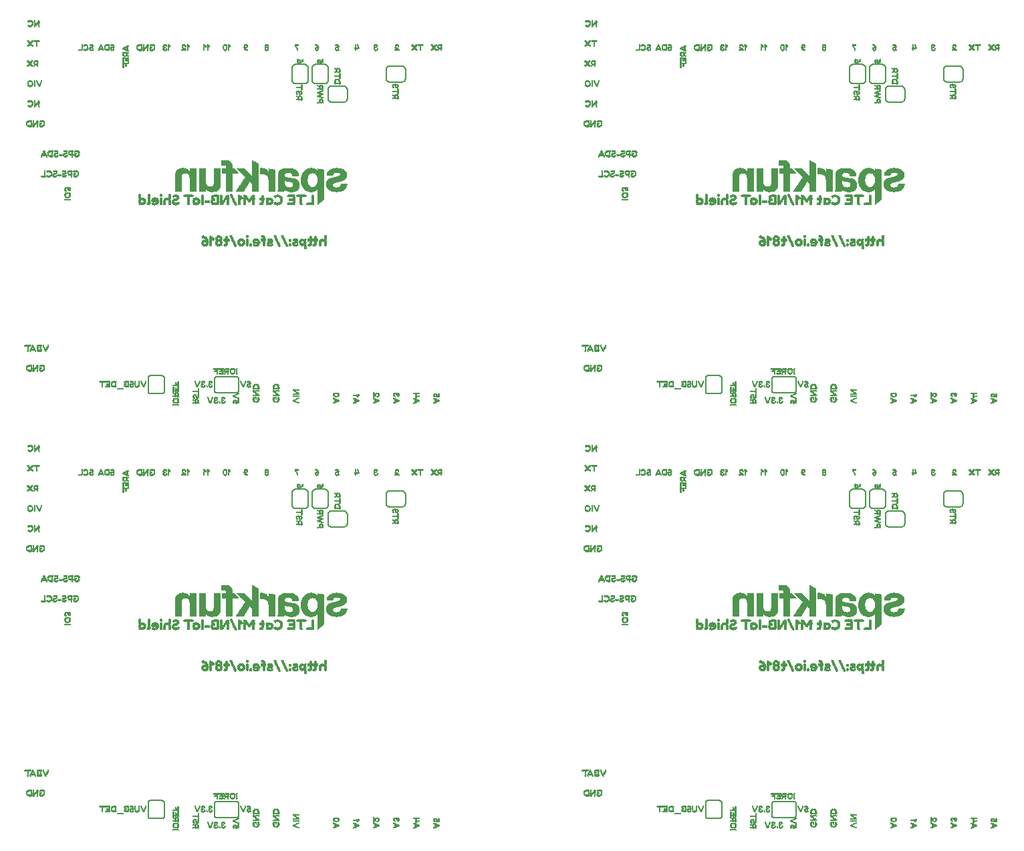
<source format=gbo>
G75*
%MOIN*%
%OFA0B0*%
%FSLAX25Y25*%
%IPPOS*%
%LPD*%
%AMOC8*
5,1,8,0,0,1.08239X$1,22.5*
%
%ADD10C,0.00600*%
%ADD11R,0.00236X0.00118*%
%ADD12R,0.00709X0.00118*%
%ADD13R,0.01063X0.00118*%
%ADD14R,0.01890X0.00118*%
%ADD15R,0.00709X0.00157*%
%ADD16R,0.01417X0.00157*%
%ADD17R,0.01654X0.00157*%
%ADD18R,0.02362X0.00157*%
%ADD19R,0.01772X0.00118*%
%ADD20R,0.02008X0.00118*%
%ADD21R,0.02480X0.00118*%
%ADD22R,0.00827X0.00118*%
%ADD23R,0.02126X0.00118*%
%ADD24R,0.02244X0.00118*%
%ADD25R,0.00827X0.00157*%
%ADD26R,0.02480X0.00157*%
%ADD27R,0.02598X0.00118*%
%ADD28R,0.02362X0.00118*%
%ADD29R,0.00945X0.00118*%
%ADD30R,0.00945X0.00157*%
%ADD31R,0.01654X0.00118*%
%ADD32R,0.02008X0.00157*%
%ADD33R,0.02126X0.00157*%
%ADD34R,0.01181X0.00118*%
%ADD35R,0.02598X0.00157*%
%ADD36R,0.00591X0.00118*%
%ADD37R,0.00354X0.00118*%
%ADD38R,0.00591X0.00157*%
%ADD39R,0.01772X0.00157*%
%ADD40R,0.01063X0.00157*%
%ADD41R,0.01417X0.00118*%
%ADD42R,0.01890X0.00157*%
%ADD43R,0.01535X0.00118*%
%ADD44R,0.01299X0.00118*%
%ADD45R,0.01181X0.00157*%
%ADD46R,0.01535X0.00157*%
%ADD47R,0.00472X0.00118*%
%ADD48R,0.01299X0.00157*%
%ADD49R,0.00472X0.00157*%
%ADD50R,0.00354X0.00157*%
%ADD51R,0.02244X0.00157*%
%ADD52R,0.00118X0.01063*%
%ADD53R,0.00118X0.00236*%
%ADD54R,0.00118X0.00354*%
%ADD55R,0.00157X0.01772*%
%ADD56R,0.00157X0.00709*%
%ADD57R,0.00157X0.00472*%
%ADD58R,0.00118X0.02008*%
%ADD59R,0.00118X0.00827*%
%ADD60R,0.00118X0.00709*%
%ADD61R,0.00118X0.02126*%
%ADD62R,0.00118X0.02244*%
%ADD63R,0.00118X0.00945*%
%ADD64R,0.00157X0.02244*%
%ADD65R,0.00157X0.00827*%
%ADD66R,0.00157X0.00945*%
%ADD67R,0.00157X0.02362*%
%ADD68R,0.00118X0.02362*%
%ADD69R,0.00118X0.01181*%
%ADD70R,0.00157X0.01299*%
%ADD71R,0.00118X0.01417*%
%ADD72R,0.00118X0.01535*%
%ADD73R,0.00157X0.03307*%
%ADD74R,0.00157X0.02480*%
%ADD75R,0.00118X0.03307*%
%ADD76R,0.00157X0.02008*%
%ADD77R,0.00157X0.01417*%
%ADD78R,0.00118X0.01772*%
%ADD79R,0.00118X0.00472*%
%ADD80R,0.00118X0.00591*%
%ADD81R,0.00118X0.02598*%
%ADD82R,0.00157X0.02953*%
%ADD83R,0.00118X0.01654*%
%ADD84R,0.00118X0.03071*%
%ADD85R,0.00118X0.02953*%
%ADD86R,0.00157X0.01890*%
%ADD87R,0.00157X0.02835*%
%ADD88R,0.00157X0.02126*%
%ADD89R,0.00157X0.01535*%
%ADD90R,0.00118X0.00118*%
%ADD91R,0.00118X0.01299*%
%ADD92R,0.00157X0.01654*%
%ADD93R,0.00118X0.01890*%
%ADD94R,0.00157X0.01063*%
%ADD95R,0.00157X0.00118*%
%ADD96R,0.00118X0.02480*%
%ADD97R,0.00157X0.03071*%
%ADD98R,0.02953X0.00157*%
%ADD99R,0.03071X0.00118*%
%ADD100R,0.05551X0.00118*%
%ADD101R,0.02953X0.00118*%
%ADD102R,0.02835X0.00157*%
%ADD103R,0.03307X0.00118*%
%ADD104R,0.03425X0.00118*%
%ADD105R,0.00157X0.00591*%
%ADD106R,0.00118X0.02835*%
%ADD107R,0.00118X0.02717*%
%ADD108R,0.00157X0.01181*%
%ADD109R,0.00118X0.00866*%
%ADD110R,0.00118X0.00157*%
%ADD111R,0.00118X0.00984*%
%ADD112R,0.00118X0.01496*%
%ADD113R,0.00118X0.00630*%
%ADD114R,0.00118X0.00748*%
%ADD115R,0.00157X0.02283*%
%ADD116R,0.00157X0.00984*%
%ADD117R,0.00157X0.00906*%
%ADD118R,0.00157X0.02402*%
%ADD119R,0.00118X0.02520*%
%ADD120R,0.00118X0.01142*%
%ADD121R,0.00118X0.00906*%
%ADD122R,0.00118X0.02638*%
%ADD123R,0.00118X0.01260*%
%ADD124R,0.00118X0.00512*%
%ADD125R,0.00118X0.01378*%
%ADD126R,0.00157X0.00157*%
%ADD127R,0.00157X0.01496*%
%ADD128R,0.00157X0.00866*%
%ADD129R,0.00118X0.01024*%
%ADD130R,0.00118X0.01614*%
%ADD131R,0.00118X0.00787*%
%ADD132R,0.00157X0.01024*%
%ADD133R,0.00118X0.02756*%
%ADD134R,0.00157X0.01142*%
%ADD135R,0.00118X0.02283*%
%ADD136R,0.00157X0.02598*%
%ADD137R,0.02717X0.00118*%
%ADD138R,0.02835X0.00118*%
%ADD139R,0.00866X0.00118*%
%ADD140R,0.00984X0.00118*%
%ADD141R,0.01496X0.00118*%
%ADD142R,0.00630X0.00118*%
%ADD143R,0.00748X0.00118*%
%ADD144R,0.02283X0.00157*%
%ADD145R,0.00984X0.00157*%
%ADD146R,0.00906X0.00157*%
%ADD147R,0.02402X0.00157*%
%ADD148R,0.02520X0.00118*%
%ADD149R,0.01142X0.00118*%
%ADD150R,0.00906X0.00118*%
%ADD151R,0.02638X0.00118*%
%ADD152R,0.01260X0.00118*%
%ADD153R,0.00512X0.00118*%
%ADD154R,0.01378X0.00118*%
%ADD155R,0.01496X0.00157*%
%ADD156R,0.00866X0.00157*%
%ADD157R,0.01024X0.00118*%
%ADD158R,0.01614X0.00118*%
%ADD159R,0.00787X0.00118*%
%ADD160R,0.01024X0.00157*%
%ADD161R,0.02756X0.00118*%
%ADD162R,0.01142X0.00157*%
%ADD163R,0.02283X0.00118*%
%ADD164C,0.00300*%
%ADD165R,0.00984X0.00197*%
%ADD166R,0.00787X0.00197*%
%ADD167R,0.01378X0.00197*%
%ADD168R,0.01181X0.00197*%
%ADD169R,0.01575X0.00197*%
%ADD170R,0.00197X0.00197*%
%ADD171R,0.00394X0.00197*%
%ADD172R,0.01772X0.00197*%
%ADD173R,0.01969X0.00197*%
%ADD174R,0.02559X0.00197*%
%ADD175R,0.02953X0.00197*%
%ADD176R,0.02165X0.00197*%
%ADD177R,0.03150X0.00197*%
%ADD178R,0.02756X0.00197*%
%ADD179R,0.03346X0.00197*%
%ADD180R,0.02362X0.00197*%
%ADD181R,0.05118X0.00197*%
%ADD182R,0.05512X0.00197*%
%ADD183R,0.03543X0.00197*%
%ADD184R,0.03740X0.00197*%
%ADD185R,0.05315X0.00197*%
%ADD186R,0.01575X0.00236*%
%ADD187R,0.01378X0.00236*%
%ADD188R,0.02165X0.00236*%
%ADD189R,0.00591X0.00236*%
%ADD190R,0.02362X0.00236*%
%ADD191R,0.01181X0.00236*%
%ADD192R,0.03543X0.00236*%
%ADD193R,0.03346X0.00236*%
%ADD194R,0.00394X0.00236*%
%ADD195R,0.00787X0.00236*%
%ADD196R,0.00591X0.00197*%
%ADD197R,0.01772X0.00236*%
%ADD198R,0.02756X0.00236*%
%ADD199R,0.02559X0.00236*%
%ADD200R,0.00276X0.00118*%
%ADD201R,0.01378X0.00157*%
%ADD202R,0.00394X0.00157*%
%ADD203R,0.00748X0.00157*%
%ADD204R,0.01732X0.00118*%
%ADD205R,0.00394X0.00118*%
%ADD206R,0.01102X0.00118*%
%ADD207R,0.02402X0.00118*%
%ADD208R,0.00236X0.00157*%
%ADD209R,0.02520X0.00157*%
%ADD210R,0.01732X0.00157*%
%ADD211R,0.00512X0.00157*%
%ADD212R,0.02756X0.00157*%
%ADD213R,0.02913X0.00118*%
%ADD214R,0.03031X0.00118*%
%ADD215R,0.02795X0.00118*%
%ADD216R,0.03150X0.00118*%
%ADD217R,0.02047X0.00118*%
%ADD218R,0.03268X0.00157*%
%ADD219R,0.01260X0.00157*%
%ADD220R,0.02677X0.00118*%
%ADD221R,0.02677X0.00157*%
%ADD222R,0.04331X0.00197*%
%ADD223R,0.04921X0.00197*%
%ADD224R,0.03937X0.00197*%
%ADD225R,0.04134X0.00197*%
%ADD226R,0.04724X0.00197*%
%ADD227R,0.05709X0.00197*%
%ADD228R,0.03150X0.00236*%
%ADD229R,0.02953X0.00236*%
%ADD230R,0.01969X0.00236*%
%ADD231R,0.03740X0.00236*%
%ADD232R,0.04134X0.00236*%
%ADD233R,0.03937X0.00236*%
D10*
X0133524Y0050100D02*
X0133524Y0056900D01*
X0133526Y0056960D01*
X0133531Y0057021D01*
X0133540Y0057080D01*
X0133553Y0057139D01*
X0133569Y0057198D01*
X0133589Y0057255D01*
X0133612Y0057310D01*
X0133639Y0057365D01*
X0133668Y0057417D01*
X0133701Y0057468D01*
X0133737Y0057517D01*
X0133775Y0057563D01*
X0133817Y0057607D01*
X0133861Y0057649D01*
X0133907Y0057687D01*
X0133956Y0057723D01*
X0134007Y0057756D01*
X0134059Y0057785D01*
X0134114Y0057812D01*
X0134169Y0057835D01*
X0134226Y0057855D01*
X0134285Y0057871D01*
X0134344Y0057884D01*
X0134403Y0057893D01*
X0134464Y0057898D01*
X0134524Y0057900D01*
X0140524Y0057900D01*
X0140584Y0057898D01*
X0140645Y0057893D01*
X0140704Y0057884D01*
X0140763Y0057871D01*
X0140822Y0057855D01*
X0140879Y0057835D01*
X0140934Y0057812D01*
X0140989Y0057785D01*
X0141041Y0057756D01*
X0141092Y0057723D01*
X0141141Y0057687D01*
X0141187Y0057649D01*
X0141231Y0057607D01*
X0141273Y0057563D01*
X0141311Y0057517D01*
X0141347Y0057468D01*
X0141380Y0057417D01*
X0141409Y0057365D01*
X0141436Y0057310D01*
X0141459Y0057255D01*
X0141479Y0057198D01*
X0141495Y0057139D01*
X0141508Y0057080D01*
X0141517Y0057021D01*
X0141522Y0056960D01*
X0141524Y0056900D01*
X0141524Y0050100D01*
X0141522Y0050040D01*
X0141517Y0049979D01*
X0141508Y0049920D01*
X0141495Y0049861D01*
X0141479Y0049802D01*
X0141459Y0049745D01*
X0141436Y0049690D01*
X0141409Y0049635D01*
X0141380Y0049583D01*
X0141347Y0049532D01*
X0141311Y0049483D01*
X0141273Y0049437D01*
X0141231Y0049393D01*
X0141187Y0049351D01*
X0141141Y0049313D01*
X0141092Y0049277D01*
X0141041Y0049244D01*
X0140989Y0049215D01*
X0140934Y0049188D01*
X0140879Y0049165D01*
X0140822Y0049145D01*
X0140763Y0049129D01*
X0140704Y0049116D01*
X0140645Y0049107D01*
X0140584Y0049102D01*
X0140524Y0049100D01*
X0134524Y0049100D01*
X0134464Y0049102D01*
X0134403Y0049107D01*
X0134344Y0049116D01*
X0134285Y0049129D01*
X0134226Y0049145D01*
X0134169Y0049165D01*
X0134114Y0049188D01*
X0134059Y0049215D01*
X0134007Y0049244D01*
X0133956Y0049277D01*
X0133907Y0049313D01*
X0133861Y0049351D01*
X0133817Y0049393D01*
X0133775Y0049437D01*
X0133737Y0049483D01*
X0133701Y0049532D01*
X0133668Y0049583D01*
X0133639Y0049635D01*
X0133612Y0049690D01*
X0133589Y0049745D01*
X0133569Y0049802D01*
X0133553Y0049861D01*
X0133540Y0049920D01*
X0133531Y0049979D01*
X0133526Y0050040D01*
X0133524Y0050100D01*
X0166524Y0050500D02*
X0166524Y0056500D01*
X0166526Y0056560D01*
X0166531Y0056621D01*
X0166540Y0056680D01*
X0166553Y0056739D01*
X0166569Y0056798D01*
X0166589Y0056855D01*
X0166612Y0056910D01*
X0166639Y0056965D01*
X0166668Y0057017D01*
X0166701Y0057068D01*
X0166737Y0057117D01*
X0166775Y0057163D01*
X0166817Y0057207D01*
X0166861Y0057249D01*
X0166907Y0057287D01*
X0166956Y0057323D01*
X0167007Y0057356D01*
X0167059Y0057385D01*
X0167114Y0057412D01*
X0167169Y0057435D01*
X0167226Y0057455D01*
X0167285Y0057471D01*
X0167344Y0057484D01*
X0167403Y0057493D01*
X0167464Y0057498D01*
X0167524Y0057500D01*
X0177524Y0057500D01*
X0177584Y0057498D01*
X0177645Y0057493D01*
X0177704Y0057484D01*
X0177763Y0057471D01*
X0177822Y0057455D01*
X0177879Y0057435D01*
X0177934Y0057412D01*
X0177989Y0057385D01*
X0178041Y0057356D01*
X0178092Y0057323D01*
X0178141Y0057287D01*
X0178187Y0057249D01*
X0178231Y0057207D01*
X0178273Y0057163D01*
X0178311Y0057117D01*
X0178347Y0057068D01*
X0178380Y0057017D01*
X0178409Y0056965D01*
X0178436Y0056910D01*
X0178459Y0056855D01*
X0178479Y0056798D01*
X0178495Y0056739D01*
X0178508Y0056680D01*
X0178517Y0056621D01*
X0178522Y0056560D01*
X0178524Y0056500D01*
X0178524Y0050500D01*
X0178522Y0050440D01*
X0178517Y0050379D01*
X0178508Y0050320D01*
X0178495Y0050261D01*
X0178479Y0050202D01*
X0178459Y0050145D01*
X0178436Y0050090D01*
X0178409Y0050035D01*
X0178380Y0049983D01*
X0178347Y0049932D01*
X0178311Y0049883D01*
X0178273Y0049837D01*
X0178231Y0049793D01*
X0178187Y0049751D01*
X0178141Y0049713D01*
X0178092Y0049677D01*
X0178041Y0049644D01*
X0177989Y0049615D01*
X0177934Y0049588D01*
X0177879Y0049565D01*
X0177822Y0049545D01*
X0177763Y0049529D01*
X0177704Y0049516D01*
X0177645Y0049507D01*
X0177584Y0049502D01*
X0177524Y0049500D01*
X0167524Y0049500D01*
X0167464Y0049502D01*
X0167403Y0049507D01*
X0167344Y0049516D01*
X0167285Y0049529D01*
X0167226Y0049545D01*
X0167169Y0049565D01*
X0167114Y0049588D01*
X0167059Y0049615D01*
X0167007Y0049644D01*
X0166956Y0049677D01*
X0166907Y0049713D01*
X0166861Y0049751D01*
X0166817Y0049793D01*
X0166775Y0049837D01*
X0166737Y0049883D01*
X0166701Y0049932D01*
X0166668Y0049983D01*
X0166639Y0050035D01*
X0166612Y0050090D01*
X0166589Y0050145D01*
X0166569Y0050202D01*
X0166553Y0050261D01*
X0166540Y0050320D01*
X0166531Y0050379D01*
X0166526Y0050440D01*
X0166524Y0050500D01*
X0225024Y0194500D02*
X0231024Y0194500D01*
X0231107Y0194502D01*
X0231190Y0194508D01*
X0231273Y0194517D01*
X0231355Y0194531D01*
X0231436Y0194548D01*
X0231517Y0194569D01*
X0231596Y0194593D01*
X0231674Y0194622D01*
X0231751Y0194653D01*
X0231826Y0194689D01*
X0231900Y0194727D01*
X0231972Y0194770D01*
X0232041Y0194815D01*
X0232109Y0194864D01*
X0232174Y0194915D01*
X0232237Y0194970D01*
X0232297Y0195027D01*
X0232354Y0195087D01*
X0232409Y0195150D01*
X0232460Y0195215D01*
X0232509Y0195283D01*
X0232554Y0195352D01*
X0232597Y0195424D01*
X0232635Y0195498D01*
X0232671Y0195573D01*
X0232702Y0195650D01*
X0232731Y0195728D01*
X0232755Y0195807D01*
X0232776Y0195888D01*
X0232793Y0195969D01*
X0232807Y0196051D01*
X0232816Y0196134D01*
X0232822Y0196217D01*
X0232824Y0196300D01*
X0232824Y0200700D01*
X0232822Y0200783D01*
X0232816Y0200866D01*
X0232807Y0200949D01*
X0232793Y0201031D01*
X0232776Y0201112D01*
X0232755Y0201193D01*
X0232731Y0201272D01*
X0232702Y0201350D01*
X0232671Y0201427D01*
X0232635Y0201502D01*
X0232597Y0201576D01*
X0232554Y0201648D01*
X0232509Y0201717D01*
X0232460Y0201785D01*
X0232409Y0201850D01*
X0232354Y0201913D01*
X0232297Y0201973D01*
X0232237Y0202030D01*
X0232174Y0202085D01*
X0232109Y0202136D01*
X0232041Y0202185D01*
X0231972Y0202230D01*
X0231900Y0202273D01*
X0231826Y0202311D01*
X0231751Y0202347D01*
X0231674Y0202378D01*
X0231596Y0202407D01*
X0231517Y0202431D01*
X0231436Y0202452D01*
X0231355Y0202469D01*
X0231273Y0202483D01*
X0231190Y0202492D01*
X0231107Y0202498D01*
X0231024Y0202500D01*
X0225024Y0202500D01*
X0224941Y0202498D01*
X0224858Y0202492D01*
X0224775Y0202483D01*
X0224693Y0202469D01*
X0224612Y0202452D01*
X0224531Y0202431D01*
X0224452Y0202407D01*
X0224374Y0202378D01*
X0224297Y0202347D01*
X0224222Y0202311D01*
X0224148Y0202273D01*
X0224076Y0202230D01*
X0224007Y0202185D01*
X0223939Y0202136D01*
X0223874Y0202085D01*
X0223811Y0202030D01*
X0223751Y0201973D01*
X0223694Y0201913D01*
X0223639Y0201850D01*
X0223588Y0201785D01*
X0223539Y0201717D01*
X0223494Y0201648D01*
X0223451Y0201576D01*
X0223413Y0201502D01*
X0223377Y0201427D01*
X0223346Y0201350D01*
X0223317Y0201272D01*
X0223293Y0201193D01*
X0223272Y0201112D01*
X0223255Y0201031D01*
X0223241Y0200949D01*
X0223232Y0200866D01*
X0223226Y0200783D01*
X0223224Y0200700D01*
X0223224Y0196300D01*
X0223226Y0196217D01*
X0223232Y0196134D01*
X0223241Y0196051D01*
X0223255Y0195969D01*
X0223272Y0195888D01*
X0223293Y0195807D01*
X0223317Y0195728D01*
X0223346Y0195650D01*
X0223377Y0195573D01*
X0223413Y0195498D01*
X0223451Y0195424D01*
X0223494Y0195352D01*
X0223539Y0195283D01*
X0223588Y0195215D01*
X0223639Y0195150D01*
X0223694Y0195087D01*
X0223751Y0195027D01*
X0223811Y0194970D01*
X0223874Y0194915D01*
X0223939Y0194864D01*
X0224007Y0194815D01*
X0224076Y0194770D01*
X0224148Y0194727D01*
X0224222Y0194689D01*
X0224297Y0194653D01*
X0224374Y0194622D01*
X0224452Y0194593D01*
X0224531Y0194569D01*
X0224612Y0194548D01*
X0224693Y0194531D01*
X0224775Y0194517D01*
X0224858Y0194508D01*
X0224941Y0194502D01*
X0225024Y0194500D01*
X0221456Y0203700D02*
X0217056Y0203700D01*
X0216973Y0203702D01*
X0216890Y0203708D01*
X0216807Y0203717D01*
X0216725Y0203731D01*
X0216644Y0203748D01*
X0216563Y0203769D01*
X0216484Y0203793D01*
X0216406Y0203822D01*
X0216329Y0203853D01*
X0216254Y0203889D01*
X0216180Y0203927D01*
X0216108Y0203970D01*
X0216039Y0204015D01*
X0215971Y0204064D01*
X0215906Y0204115D01*
X0215843Y0204170D01*
X0215783Y0204227D01*
X0215726Y0204287D01*
X0215671Y0204350D01*
X0215620Y0204415D01*
X0215571Y0204483D01*
X0215526Y0204552D01*
X0215483Y0204624D01*
X0215445Y0204698D01*
X0215409Y0204773D01*
X0215378Y0204850D01*
X0215349Y0204928D01*
X0215325Y0205007D01*
X0215304Y0205088D01*
X0215287Y0205169D01*
X0215273Y0205251D01*
X0215264Y0205334D01*
X0215258Y0205417D01*
X0215256Y0205500D01*
X0215256Y0211500D01*
X0215258Y0211583D01*
X0215264Y0211666D01*
X0215273Y0211749D01*
X0215287Y0211831D01*
X0215304Y0211912D01*
X0215325Y0211993D01*
X0215349Y0212072D01*
X0215378Y0212150D01*
X0215409Y0212227D01*
X0215445Y0212302D01*
X0215483Y0212376D01*
X0215526Y0212448D01*
X0215571Y0212517D01*
X0215620Y0212585D01*
X0215671Y0212650D01*
X0215726Y0212713D01*
X0215783Y0212773D01*
X0215843Y0212830D01*
X0215906Y0212885D01*
X0215971Y0212936D01*
X0216039Y0212985D01*
X0216108Y0213030D01*
X0216180Y0213073D01*
X0216254Y0213111D01*
X0216329Y0213147D01*
X0216406Y0213178D01*
X0216484Y0213207D01*
X0216563Y0213231D01*
X0216644Y0213252D01*
X0216725Y0213269D01*
X0216807Y0213283D01*
X0216890Y0213292D01*
X0216973Y0213298D01*
X0217056Y0213300D01*
X0221456Y0213300D01*
X0221539Y0213298D01*
X0221622Y0213292D01*
X0221705Y0213283D01*
X0221787Y0213269D01*
X0221868Y0213252D01*
X0221949Y0213231D01*
X0222028Y0213207D01*
X0222106Y0213178D01*
X0222183Y0213147D01*
X0222258Y0213111D01*
X0222332Y0213073D01*
X0222404Y0213030D01*
X0222473Y0212985D01*
X0222541Y0212936D01*
X0222606Y0212885D01*
X0222669Y0212830D01*
X0222729Y0212773D01*
X0222786Y0212713D01*
X0222841Y0212650D01*
X0222892Y0212585D01*
X0222941Y0212517D01*
X0222986Y0212448D01*
X0223029Y0212376D01*
X0223067Y0212302D01*
X0223103Y0212227D01*
X0223134Y0212150D01*
X0223163Y0212072D01*
X0223187Y0211993D01*
X0223208Y0211912D01*
X0223225Y0211831D01*
X0223239Y0211749D01*
X0223248Y0211666D01*
X0223254Y0211583D01*
X0223256Y0211500D01*
X0223256Y0205500D01*
X0223254Y0205417D01*
X0223248Y0205334D01*
X0223239Y0205251D01*
X0223225Y0205169D01*
X0223208Y0205088D01*
X0223187Y0205007D01*
X0223163Y0204928D01*
X0223134Y0204850D01*
X0223103Y0204773D01*
X0223067Y0204698D01*
X0223029Y0204624D01*
X0222986Y0204552D01*
X0222941Y0204483D01*
X0222892Y0204415D01*
X0222841Y0204350D01*
X0222786Y0204287D01*
X0222729Y0204227D01*
X0222669Y0204170D01*
X0222606Y0204115D01*
X0222541Y0204064D01*
X0222473Y0204015D01*
X0222404Y0203970D01*
X0222332Y0203927D01*
X0222258Y0203889D01*
X0222183Y0203853D01*
X0222106Y0203822D01*
X0222028Y0203793D01*
X0221949Y0203769D01*
X0221868Y0203748D01*
X0221787Y0203731D01*
X0221705Y0203717D01*
X0221622Y0203708D01*
X0221539Y0203702D01*
X0221456Y0203700D01*
X0213256Y0205500D02*
X0213256Y0211500D01*
X0213254Y0211583D01*
X0213248Y0211666D01*
X0213239Y0211749D01*
X0213225Y0211831D01*
X0213208Y0211912D01*
X0213187Y0211993D01*
X0213163Y0212072D01*
X0213134Y0212150D01*
X0213103Y0212227D01*
X0213067Y0212302D01*
X0213029Y0212376D01*
X0212986Y0212448D01*
X0212941Y0212517D01*
X0212892Y0212585D01*
X0212841Y0212650D01*
X0212786Y0212713D01*
X0212729Y0212773D01*
X0212669Y0212830D01*
X0212606Y0212885D01*
X0212541Y0212936D01*
X0212473Y0212985D01*
X0212404Y0213030D01*
X0212332Y0213073D01*
X0212258Y0213111D01*
X0212183Y0213147D01*
X0212106Y0213178D01*
X0212028Y0213207D01*
X0211949Y0213231D01*
X0211868Y0213252D01*
X0211787Y0213269D01*
X0211705Y0213283D01*
X0211622Y0213292D01*
X0211539Y0213298D01*
X0211456Y0213300D01*
X0207056Y0213300D01*
X0206973Y0213298D01*
X0206890Y0213292D01*
X0206807Y0213283D01*
X0206725Y0213269D01*
X0206644Y0213252D01*
X0206563Y0213231D01*
X0206484Y0213207D01*
X0206406Y0213178D01*
X0206329Y0213147D01*
X0206254Y0213111D01*
X0206180Y0213073D01*
X0206108Y0213030D01*
X0206039Y0212985D01*
X0205971Y0212936D01*
X0205906Y0212885D01*
X0205843Y0212830D01*
X0205783Y0212773D01*
X0205726Y0212713D01*
X0205671Y0212650D01*
X0205620Y0212585D01*
X0205571Y0212517D01*
X0205526Y0212448D01*
X0205483Y0212376D01*
X0205445Y0212302D01*
X0205409Y0212227D01*
X0205378Y0212150D01*
X0205349Y0212072D01*
X0205325Y0211993D01*
X0205304Y0211912D01*
X0205287Y0211831D01*
X0205273Y0211749D01*
X0205264Y0211666D01*
X0205258Y0211583D01*
X0205256Y0211500D01*
X0205256Y0205500D01*
X0205258Y0205417D01*
X0205264Y0205334D01*
X0205273Y0205251D01*
X0205287Y0205169D01*
X0205304Y0205088D01*
X0205325Y0205007D01*
X0205349Y0204928D01*
X0205378Y0204850D01*
X0205409Y0204773D01*
X0205445Y0204698D01*
X0205483Y0204624D01*
X0205526Y0204552D01*
X0205571Y0204483D01*
X0205620Y0204415D01*
X0205671Y0204350D01*
X0205726Y0204287D01*
X0205783Y0204227D01*
X0205843Y0204170D01*
X0205906Y0204115D01*
X0205971Y0204064D01*
X0206039Y0204015D01*
X0206108Y0203970D01*
X0206180Y0203927D01*
X0206254Y0203889D01*
X0206329Y0203853D01*
X0206406Y0203822D01*
X0206484Y0203793D01*
X0206563Y0203769D01*
X0206644Y0203748D01*
X0206725Y0203731D01*
X0206807Y0203717D01*
X0206890Y0203708D01*
X0206973Y0203702D01*
X0207056Y0203700D01*
X0211456Y0203700D01*
X0211539Y0203702D01*
X0211622Y0203708D01*
X0211705Y0203717D01*
X0211787Y0203731D01*
X0211868Y0203748D01*
X0211949Y0203769D01*
X0212028Y0203793D01*
X0212106Y0203822D01*
X0212183Y0203853D01*
X0212258Y0203889D01*
X0212332Y0203927D01*
X0212404Y0203970D01*
X0212473Y0204015D01*
X0212541Y0204064D01*
X0212606Y0204115D01*
X0212669Y0204170D01*
X0212729Y0204227D01*
X0212786Y0204287D01*
X0212841Y0204350D01*
X0212892Y0204415D01*
X0212941Y0204483D01*
X0212986Y0204552D01*
X0213029Y0204624D01*
X0213067Y0204698D01*
X0213103Y0204773D01*
X0213134Y0204850D01*
X0213163Y0204928D01*
X0213187Y0205007D01*
X0213208Y0205088D01*
X0213225Y0205169D01*
X0213239Y0205251D01*
X0213248Y0205334D01*
X0213254Y0205417D01*
X0213256Y0205500D01*
X0252224Y0206300D02*
X0252224Y0210700D01*
X0252226Y0210783D01*
X0252232Y0210866D01*
X0252241Y0210949D01*
X0252255Y0211031D01*
X0252272Y0211112D01*
X0252293Y0211193D01*
X0252317Y0211272D01*
X0252346Y0211350D01*
X0252377Y0211427D01*
X0252413Y0211502D01*
X0252451Y0211576D01*
X0252494Y0211648D01*
X0252539Y0211717D01*
X0252588Y0211785D01*
X0252639Y0211850D01*
X0252694Y0211913D01*
X0252751Y0211973D01*
X0252811Y0212030D01*
X0252874Y0212085D01*
X0252939Y0212136D01*
X0253007Y0212185D01*
X0253076Y0212230D01*
X0253148Y0212273D01*
X0253222Y0212311D01*
X0253297Y0212347D01*
X0253374Y0212378D01*
X0253452Y0212407D01*
X0253531Y0212431D01*
X0253612Y0212452D01*
X0253693Y0212469D01*
X0253775Y0212483D01*
X0253858Y0212492D01*
X0253941Y0212498D01*
X0254024Y0212500D01*
X0260024Y0212500D01*
X0260107Y0212498D01*
X0260190Y0212492D01*
X0260273Y0212483D01*
X0260355Y0212469D01*
X0260436Y0212452D01*
X0260517Y0212431D01*
X0260596Y0212407D01*
X0260674Y0212378D01*
X0260751Y0212347D01*
X0260826Y0212311D01*
X0260900Y0212273D01*
X0260972Y0212230D01*
X0261041Y0212185D01*
X0261109Y0212136D01*
X0261174Y0212085D01*
X0261237Y0212030D01*
X0261297Y0211973D01*
X0261354Y0211913D01*
X0261409Y0211850D01*
X0261460Y0211785D01*
X0261509Y0211717D01*
X0261554Y0211648D01*
X0261597Y0211576D01*
X0261635Y0211502D01*
X0261671Y0211427D01*
X0261702Y0211350D01*
X0261731Y0211272D01*
X0261755Y0211193D01*
X0261776Y0211112D01*
X0261793Y0211031D01*
X0261807Y0210949D01*
X0261816Y0210866D01*
X0261822Y0210783D01*
X0261824Y0210700D01*
X0261824Y0206300D01*
X0261822Y0206217D01*
X0261816Y0206134D01*
X0261807Y0206051D01*
X0261793Y0205969D01*
X0261776Y0205888D01*
X0261755Y0205807D01*
X0261731Y0205728D01*
X0261702Y0205650D01*
X0261671Y0205573D01*
X0261635Y0205498D01*
X0261597Y0205424D01*
X0261554Y0205352D01*
X0261509Y0205283D01*
X0261460Y0205215D01*
X0261409Y0205150D01*
X0261354Y0205087D01*
X0261297Y0205027D01*
X0261237Y0204970D01*
X0261174Y0204915D01*
X0261109Y0204864D01*
X0261041Y0204815D01*
X0260972Y0204770D01*
X0260900Y0204727D01*
X0260826Y0204689D01*
X0260751Y0204653D01*
X0260674Y0204622D01*
X0260596Y0204593D01*
X0260517Y0204569D01*
X0260436Y0204548D01*
X0260355Y0204531D01*
X0260273Y0204517D01*
X0260190Y0204508D01*
X0260107Y0204502D01*
X0260024Y0204500D01*
X0254024Y0204500D01*
X0253941Y0204502D01*
X0253858Y0204508D01*
X0253775Y0204517D01*
X0253693Y0204531D01*
X0253612Y0204548D01*
X0253531Y0204569D01*
X0253452Y0204593D01*
X0253374Y0204622D01*
X0253297Y0204653D01*
X0253222Y0204689D01*
X0253148Y0204727D01*
X0253076Y0204770D01*
X0253007Y0204815D01*
X0252939Y0204864D01*
X0252874Y0204915D01*
X0252811Y0204970D01*
X0252751Y0205027D01*
X0252694Y0205087D01*
X0252639Y0205150D01*
X0252588Y0205215D01*
X0252539Y0205283D01*
X0252494Y0205352D01*
X0252451Y0205424D01*
X0252413Y0205498D01*
X0252377Y0205573D01*
X0252346Y0205650D01*
X0252317Y0205728D01*
X0252293Y0205807D01*
X0252272Y0205888D01*
X0252255Y0205969D01*
X0252241Y0206051D01*
X0252232Y0206134D01*
X0252226Y0206217D01*
X0252224Y0206300D01*
X0178524Y0262500D02*
X0178524Y0268500D01*
X0178522Y0268560D01*
X0178517Y0268621D01*
X0178508Y0268680D01*
X0178495Y0268739D01*
X0178479Y0268798D01*
X0178459Y0268855D01*
X0178436Y0268910D01*
X0178409Y0268965D01*
X0178380Y0269017D01*
X0178347Y0269068D01*
X0178311Y0269117D01*
X0178273Y0269163D01*
X0178231Y0269207D01*
X0178187Y0269249D01*
X0178141Y0269287D01*
X0178092Y0269323D01*
X0178041Y0269356D01*
X0177989Y0269385D01*
X0177934Y0269412D01*
X0177879Y0269435D01*
X0177822Y0269455D01*
X0177763Y0269471D01*
X0177704Y0269484D01*
X0177645Y0269493D01*
X0177584Y0269498D01*
X0177524Y0269500D01*
X0167524Y0269500D01*
X0167464Y0269498D01*
X0167403Y0269493D01*
X0167344Y0269484D01*
X0167285Y0269471D01*
X0167226Y0269455D01*
X0167169Y0269435D01*
X0167114Y0269412D01*
X0167059Y0269385D01*
X0167007Y0269356D01*
X0166956Y0269323D01*
X0166907Y0269287D01*
X0166861Y0269249D01*
X0166817Y0269207D01*
X0166775Y0269163D01*
X0166737Y0269117D01*
X0166701Y0269068D01*
X0166668Y0269017D01*
X0166639Y0268965D01*
X0166612Y0268910D01*
X0166589Y0268855D01*
X0166569Y0268798D01*
X0166553Y0268739D01*
X0166540Y0268680D01*
X0166531Y0268621D01*
X0166526Y0268560D01*
X0166524Y0268500D01*
X0166524Y0262500D01*
X0166526Y0262440D01*
X0166531Y0262379D01*
X0166540Y0262320D01*
X0166553Y0262261D01*
X0166569Y0262202D01*
X0166589Y0262145D01*
X0166612Y0262090D01*
X0166639Y0262035D01*
X0166668Y0261983D01*
X0166701Y0261932D01*
X0166737Y0261883D01*
X0166775Y0261837D01*
X0166817Y0261793D01*
X0166861Y0261751D01*
X0166907Y0261713D01*
X0166956Y0261677D01*
X0167007Y0261644D01*
X0167059Y0261615D01*
X0167114Y0261588D01*
X0167169Y0261565D01*
X0167226Y0261545D01*
X0167285Y0261529D01*
X0167344Y0261516D01*
X0167403Y0261507D01*
X0167464Y0261502D01*
X0167524Y0261500D01*
X0177524Y0261500D01*
X0177584Y0261502D01*
X0177645Y0261507D01*
X0177704Y0261516D01*
X0177763Y0261529D01*
X0177822Y0261545D01*
X0177879Y0261565D01*
X0177934Y0261588D01*
X0177989Y0261615D01*
X0178041Y0261644D01*
X0178092Y0261677D01*
X0178141Y0261713D01*
X0178187Y0261751D01*
X0178231Y0261793D01*
X0178273Y0261837D01*
X0178311Y0261883D01*
X0178347Y0261932D01*
X0178380Y0261983D01*
X0178409Y0262035D01*
X0178436Y0262090D01*
X0178459Y0262145D01*
X0178479Y0262202D01*
X0178495Y0262261D01*
X0178508Y0262320D01*
X0178517Y0262379D01*
X0178522Y0262440D01*
X0178524Y0262500D01*
X0141524Y0262100D02*
X0141524Y0268900D01*
X0141522Y0268960D01*
X0141517Y0269021D01*
X0141508Y0269080D01*
X0141495Y0269139D01*
X0141479Y0269198D01*
X0141459Y0269255D01*
X0141436Y0269310D01*
X0141409Y0269365D01*
X0141380Y0269417D01*
X0141347Y0269468D01*
X0141311Y0269517D01*
X0141273Y0269563D01*
X0141231Y0269607D01*
X0141187Y0269649D01*
X0141141Y0269687D01*
X0141092Y0269723D01*
X0141041Y0269756D01*
X0140989Y0269785D01*
X0140934Y0269812D01*
X0140879Y0269835D01*
X0140822Y0269855D01*
X0140763Y0269871D01*
X0140704Y0269884D01*
X0140645Y0269893D01*
X0140584Y0269898D01*
X0140524Y0269900D01*
X0134524Y0269900D01*
X0134464Y0269898D01*
X0134403Y0269893D01*
X0134344Y0269884D01*
X0134285Y0269871D01*
X0134226Y0269855D01*
X0134169Y0269835D01*
X0134114Y0269812D01*
X0134059Y0269785D01*
X0134007Y0269756D01*
X0133956Y0269723D01*
X0133907Y0269687D01*
X0133861Y0269649D01*
X0133817Y0269607D01*
X0133775Y0269563D01*
X0133737Y0269517D01*
X0133701Y0269468D01*
X0133668Y0269417D01*
X0133639Y0269365D01*
X0133612Y0269310D01*
X0133589Y0269255D01*
X0133569Y0269198D01*
X0133553Y0269139D01*
X0133540Y0269080D01*
X0133531Y0269021D01*
X0133526Y0268960D01*
X0133524Y0268900D01*
X0133524Y0262100D01*
X0133526Y0262040D01*
X0133531Y0261979D01*
X0133540Y0261920D01*
X0133553Y0261861D01*
X0133569Y0261802D01*
X0133589Y0261745D01*
X0133612Y0261690D01*
X0133639Y0261635D01*
X0133668Y0261583D01*
X0133701Y0261532D01*
X0133737Y0261483D01*
X0133775Y0261437D01*
X0133817Y0261393D01*
X0133861Y0261351D01*
X0133907Y0261313D01*
X0133956Y0261277D01*
X0134007Y0261244D01*
X0134059Y0261215D01*
X0134114Y0261188D01*
X0134169Y0261165D01*
X0134226Y0261145D01*
X0134285Y0261129D01*
X0134344Y0261116D01*
X0134403Y0261107D01*
X0134464Y0261102D01*
X0134524Y0261100D01*
X0140524Y0261100D01*
X0140584Y0261102D01*
X0140645Y0261107D01*
X0140704Y0261116D01*
X0140763Y0261129D01*
X0140822Y0261145D01*
X0140879Y0261165D01*
X0140934Y0261188D01*
X0140989Y0261215D01*
X0141041Y0261244D01*
X0141092Y0261277D01*
X0141141Y0261313D01*
X0141187Y0261351D01*
X0141231Y0261393D01*
X0141273Y0261437D01*
X0141311Y0261483D01*
X0141347Y0261532D01*
X0141380Y0261583D01*
X0141409Y0261635D01*
X0141436Y0261690D01*
X0141459Y0261745D01*
X0141479Y0261802D01*
X0141495Y0261861D01*
X0141508Y0261920D01*
X0141517Y0261979D01*
X0141522Y0262040D01*
X0141524Y0262100D01*
X0225024Y0406500D02*
X0231024Y0406500D01*
X0231107Y0406502D01*
X0231190Y0406508D01*
X0231273Y0406517D01*
X0231355Y0406531D01*
X0231436Y0406548D01*
X0231517Y0406569D01*
X0231596Y0406593D01*
X0231674Y0406622D01*
X0231751Y0406653D01*
X0231826Y0406689D01*
X0231900Y0406727D01*
X0231972Y0406770D01*
X0232041Y0406815D01*
X0232109Y0406864D01*
X0232174Y0406915D01*
X0232237Y0406970D01*
X0232297Y0407027D01*
X0232354Y0407087D01*
X0232409Y0407150D01*
X0232460Y0407215D01*
X0232509Y0407283D01*
X0232554Y0407352D01*
X0232597Y0407424D01*
X0232635Y0407498D01*
X0232671Y0407573D01*
X0232702Y0407650D01*
X0232731Y0407728D01*
X0232755Y0407807D01*
X0232776Y0407888D01*
X0232793Y0407969D01*
X0232807Y0408051D01*
X0232816Y0408134D01*
X0232822Y0408217D01*
X0232824Y0408300D01*
X0232824Y0412700D01*
X0232822Y0412783D01*
X0232816Y0412866D01*
X0232807Y0412949D01*
X0232793Y0413031D01*
X0232776Y0413112D01*
X0232755Y0413193D01*
X0232731Y0413272D01*
X0232702Y0413350D01*
X0232671Y0413427D01*
X0232635Y0413502D01*
X0232597Y0413576D01*
X0232554Y0413648D01*
X0232509Y0413717D01*
X0232460Y0413785D01*
X0232409Y0413850D01*
X0232354Y0413913D01*
X0232297Y0413973D01*
X0232237Y0414030D01*
X0232174Y0414085D01*
X0232109Y0414136D01*
X0232041Y0414185D01*
X0231972Y0414230D01*
X0231900Y0414273D01*
X0231826Y0414311D01*
X0231751Y0414347D01*
X0231674Y0414378D01*
X0231596Y0414407D01*
X0231517Y0414431D01*
X0231436Y0414452D01*
X0231355Y0414469D01*
X0231273Y0414483D01*
X0231190Y0414492D01*
X0231107Y0414498D01*
X0231024Y0414500D01*
X0225024Y0414500D01*
X0224941Y0414498D01*
X0224858Y0414492D01*
X0224775Y0414483D01*
X0224693Y0414469D01*
X0224612Y0414452D01*
X0224531Y0414431D01*
X0224452Y0414407D01*
X0224374Y0414378D01*
X0224297Y0414347D01*
X0224222Y0414311D01*
X0224148Y0414273D01*
X0224076Y0414230D01*
X0224007Y0414185D01*
X0223939Y0414136D01*
X0223874Y0414085D01*
X0223811Y0414030D01*
X0223751Y0413973D01*
X0223694Y0413913D01*
X0223639Y0413850D01*
X0223588Y0413785D01*
X0223539Y0413717D01*
X0223494Y0413648D01*
X0223451Y0413576D01*
X0223413Y0413502D01*
X0223377Y0413427D01*
X0223346Y0413350D01*
X0223317Y0413272D01*
X0223293Y0413193D01*
X0223272Y0413112D01*
X0223255Y0413031D01*
X0223241Y0412949D01*
X0223232Y0412866D01*
X0223226Y0412783D01*
X0223224Y0412700D01*
X0223224Y0408300D01*
X0223226Y0408217D01*
X0223232Y0408134D01*
X0223241Y0408051D01*
X0223255Y0407969D01*
X0223272Y0407888D01*
X0223293Y0407807D01*
X0223317Y0407728D01*
X0223346Y0407650D01*
X0223377Y0407573D01*
X0223413Y0407498D01*
X0223451Y0407424D01*
X0223494Y0407352D01*
X0223539Y0407283D01*
X0223588Y0407215D01*
X0223639Y0407150D01*
X0223694Y0407087D01*
X0223751Y0407027D01*
X0223811Y0406970D01*
X0223874Y0406915D01*
X0223939Y0406864D01*
X0224007Y0406815D01*
X0224076Y0406770D01*
X0224148Y0406727D01*
X0224222Y0406689D01*
X0224297Y0406653D01*
X0224374Y0406622D01*
X0224452Y0406593D01*
X0224531Y0406569D01*
X0224612Y0406548D01*
X0224693Y0406531D01*
X0224775Y0406517D01*
X0224858Y0406508D01*
X0224941Y0406502D01*
X0225024Y0406500D01*
X0221456Y0415700D02*
X0217056Y0415700D01*
X0216973Y0415702D01*
X0216890Y0415708D01*
X0216807Y0415717D01*
X0216725Y0415731D01*
X0216644Y0415748D01*
X0216563Y0415769D01*
X0216484Y0415793D01*
X0216406Y0415822D01*
X0216329Y0415853D01*
X0216254Y0415889D01*
X0216180Y0415927D01*
X0216108Y0415970D01*
X0216039Y0416015D01*
X0215971Y0416064D01*
X0215906Y0416115D01*
X0215843Y0416170D01*
X0215783Y0416227D01*
X0215726Y0416287D01*
X0215671Y0416350D01*
X0215620Y0416415D01*
X0215571Y0416483D01*
X0215526Y0416552D01*
X0215483Y0416624D01*
X0215445Y0416698D01*
X0215409Y0416773D01*
X0215378Y0416850D01*
X0215349Y0416928D01*
X0215325Y0417007D01*
X0215304Y0417088D01*
X0215287Y0417169D01*
X0215273Y0417251D01*
X0215264Y0417334D01*
X0215258Y0417417D01*
X0215256Y0417500D01*
X0215256Y0423500D01*
X0215258Y0423583D01*
X0215264Y0423666D01*
X0215273Y0423749D01*
X0215287Y0423831D01*
X0215304Y0423912D01*
X0215325Y0423993D01*
X0215349Y0424072D01*
X0215378Y0424150D01*
X0215409Y0424227D01*
X0215445Y0424302D01*
X0215483Y0424376D01*
X0215526Y0424448D01*
X0215571Y0424517D01*
X0215620Y0424585D01*
X0215671Y0424650D01*
X0215726Y0424713D01*
X0215783Y0424773D01*
X0215843Y0424830D01*
X0215906Y0424885D01*
X0215971Y0424936D01*
X0216039Y0424985D01*
X0216108Y0425030D01*
X0216180Y0425073D01*
X0216254Y0425111D01*
X0216329Y0425147D01*
X0216406Y0425178D01*
X0216484Y0425207D01*
X0216563Y0425231D01*
X0216644Y0425252D01*
X0216725Y0425269D01*
X0216807Y0425283D01*
X0216890Y0425292D01*
X0216973Y0425298D01*
X0217056Y0425300D01*
X0221456Y0425300D01*
X0221539Y0425298D01*
X0221622Y0425292D01*
X0221705Y0425283D01*
X0221787Y0425269D01*
X0221868Y0425252D01*
X0221949Y0425231D01*
X0222028Y0425207D01*
X0222106Y0425178D01*
X0222183Y0425147D01*
X0222258Y0425111D01*
X0222332Y0425073D01*
X0222404Y0425030D01*
X0222473Y0424985D01*
X0222541Y0424936D01*
X0222606Y0424885D01*
X0222669Y0424830D01*
X0222729Y0424773D01*
X0222786Y0424713D01*
X0222841Y0424650D01*
X0222892Y0424585D01*
X0222941Y0424517D01*
X0222986Y0424448D01*
X0223029Y0424376D01*
X0223067Y0424302D01*
X0223103Y0424227D01*
X0223134Y0424150D01*
X0223163Y0424072D01*
X0223187Y0423993D01*
X0223208Y0423912D01*
X0223225Y0423831D01*
X0223239Y0423749D01*
X0223248Y0423666D01*
X0223254Y0423583D01*
X0223256Y0423500D01*
X0223256Y0417500D01*
X0223254Y0417417D01*
X0223248Y0417334D01*
X0223239Y0417251D01*
X0223225Y0417169D01*
X0223208Y0417088D01*
X0223187Y0417007D01*
X0223163Y0416928D01*
X0223134Y0416850D01*
X0223103Y0416773D01*
X0223067Y0416698D01*
X0223029Y0416624D01*
X0222986Y0416552D01*
X0222941Y0416483D01*
X0222892Y0416415D01*
X0222841Y0416350D01*
X0222786Y0416287D01*
X0222729Y0416227D01*
X0222669Y0416170D01*
X0222606Y0416115D01*
X0222541Y0416064D01*
X0222473Y0416015D01*
X0222404Y0415970D01*
X0222332Y0415927D01*
X0222258Y0415889D01*
X0222183Y0415853D01*
X0222106Y0415822D01*
X0222028Y0415793D01*
X0221949Y0415769D01*
X0221868Y0415748D01*
X0221787Y0415731D01*
X0221705Y0415717D01*
X0221622Y0415708D01*
X0221539Y0415702D01*
X0221456Y0415700D01*
X0213256Y0417500D02*
X0213256Y0423500D01*
X0213254Y0423583D01*
X0213248Y0423666D01*
X0213239Y0423749D01*
X0213225Y0423831D01*
X0213208Y0423912D01*
X0213187Y0423993D01*
X0213163Y0424072D01*
X0213134Y0424150D01*
X0213103Y0424227D01*
X0213067Y0424302D01*
X0213029Y0424376D01*
X0212986Y0424448D01*
X0212941Y0424517D01*
X0212892Y0424585D01*
X0212841Y0424650D01*
X0212786Y0424713D01*
X0212729Y0424773D01*
X0212669Y0424830D01*
X0212606Y0424885D01*
X0212541Y0424936D01*
X0212473Y0424985D01*
X0212404Y0425030D01*
X0212332Y0425073D01*
X0212258Y0425111D01*
X0212183Y0425147D01*
X0212106Y0425178D01*
X0212028Y0425207D01*
X0211949Y0425231D01*
X0211868Y0425252D01*
X0211787Y0425269D01*
X0211705Y0425283D01*
X0211622Y0425292D01*
X0211539Y0425298D01*
X0211456Y0425300D01*
X0207056Y0425300D01*
X0206973Y0425298D01*
X0206890Y0425292D01*
X0206807Y0425283D01*
X0206725Y0425269D01*
X0206644Y0425252D01*
X0206563Y0425231D01*
X0206484Y0425207D01*
X0206406Y0425178D01*
X0206329Y0425147D01*
X0206254Y0425111D01*
X0206180Y0425073D01*
X0206108Y0425030D01*
X0206039Y0424985D01*
X0205971Y0424936D01*
X0205906Y0424885D01*
X0205843Y0424830D01*
X0205783Y0424773D01*
X0205726Y0424713D01*
X0205671Y0424650D01*
X0205620Y0424585D01*
X0205571Y0424517D01*
X0205526Y0424448D01*
X0205483Y0424376D01*
X0205445Y0424302D01*
X0205409Y0424227D01*
X0205378Y0424150D01*
X0205349Y0424072D01*
X0205325Y0423993D01*
X0205304Y0423912D01*
X0205287Y0423831D01*
X0205273Y0423749D01*
X0205264Y0423666D01*
X0205258Y0423583D01*
X0205256Y0423500D01*
X0205256Y0417500D01*
X0205258Y0417417D01*
X0205264Y0417334D01*
X0205273Y0417251D01*
X0205287Y0417169D01*
X0205304Y0417088D01*
X0205325Y0417007D01*
X0205349Y0416928D01*
X0205378Y0416850D01*
X0205409Y0416773D01*
X0205445Y0416698D01*
X0205483Y0416624D01*
X0205526Y0416552D01*
X0205571Y0416483D01*
X0205620Y0416415D01*
X0205671Y0416350D01*
X0205726Y0416287D01*
X0205783Y0416227D01*
X0205843Y0416170D01*
X0205906Y0416115D01*
X0205971Y0416064D01*
X0206039Y0416015D01*
X0206108Y0415970D01*
X0206180Y0415927D01*
X0206254Y0415889D01*
X0206329Y0415853D01*
X0206406Y0415822D01*
X0206484Y0415793D01*
X0206563Y0415769D01*
X0206644Y0415748D01*
X0206725Y0415731D01*
X0206807Y0415717D01*
X0206890Y0415708D01*
X0206973Y0415702D01*
X0207056Y0415700D01*
X0211456Y0415700D01*
X0211539Y0415702D01*
X0211622Y0415708D01*
X0211705Y0415717D01*
X0211787Y0415731D01*
X0211868Y0415748D01*
X0211949Y0415769D01*
X0212028Y0415793D01*
X0212106Y0415822D01*
X0212183Y0415853D01*
X0212258Y0415889D01*
X0212332Y0415927D01*
X0212404Y0415970D01*
X0212473Y0416015D01*
X0212541Y0416064D01*
X0212606Y0416115D01*
X0212669Y0416170D01*
X0212729Y0416227D01*
X0212786Y0416287D01*
X0212841Y0416350D01*
X0212892Y0416415D01*
X0212941Y0416483D01*
X0212986Y0416552D01*
X0213029Y0416624D01*
X0213067Y0416698D01*
X0213103Y0416773D01*
X0213134Y0416850D01*
X0213163Y0416928D01*
X0213187Y0417007D01*
X0213208Y0417088D01*
X0213225Y0417169D01*
X0213239Y0417251D01*
X0213248Y0417334D01*
X0213254Y0417417D01*
X0213256Y0417500D01*
X0252224Y0418300D02*
X0252224Y0422700D01*
X0252226Y0422783D01*
X0252232Y0422866D01*
X0252241Y0422949D01*
X0252255Y0423031D01*
X0252272Y0423112D01*
X0252293Y0423193D01*
X0252317Y0423272D01*
X0252346Y0423350D01*
X0252377Y0423427D01*
X0252413Y0423502D01*
X0252451Y0423576D01*
X0252494Y0423648D01*
X0252539Y0423717D01*
X0252588Y0423785D01*
X0252639Y0423850D01*
X0252694Y0423913D01*
X0252751Y0423973D01*
X0252811Y0424030D01*
X0252874Y0424085D01*
X0252939Y0424136D01*
X0253007Y0424185D01*
X0253076Y0424230D01*
X0253148Y0424273D01*
X0253222Y0424311D01*
X0253297Y0424347D01*
X0253374Y0424378D01*
X0253452Y0424407D01*
X0253531Y0424431D01*
X0253612Y0424452D01*
X0253693Y0424469D01*
X0253775Y0424483D01*
X0253858Y0424492D01*
X0253941Y0424498D01*
X0254024Y0424500D01*
X0260024Y0424500D01*
X0260107Y0424498D01*
X0260190Y0424492D01*
X0260273Y0424483D01*
X0260355Y0424469D01*
X0260436Y0424452D01*
X0260517Y0424431D01*
X0260596Y0424407D01*
X0260674Y0424378D01*
X0260751Y0424347D01*
X0260826Y0424311D01*
X0260900Y0424273D01*
X0260972Y0424230D01*
X0261041Y0424185D01*
X0261109Y0424136D01*
X0261174Y0424085D01*
X0261237Y0424030D01*
X0261297Y0423973D01*
X0261354Y0423913D01*
X0261409Y0423850D01*
X0261460Y0423785D01*
X0261509Y0423717D01*
X0261554Y0423648D01*
X0261597Y0423576D01*
X0261635Y0423502D01*
X0261671Y0423427D01*
X0261702Y0423350D01*
X0261731Y0423272D01*
X0261755Y0423193D01*
X0261776Y0423112D01*
X0261793Y0423031D01*
X0261807Y0422949D01*
X0261816Y0422866D01*
X0261822Y0422783D01*
X0261824Y0422700D01*
X0261824Y0418300D01*
X0261822Y0418217D01*
X0261816Y0418134D01*
X0261807Y0418051D01*
X0261793Y0417969D01*
X0261776Y0417888D01*
X0261755Y0417807D01*
X0261731Y0417728D01*
X0261702Y0417650D01*
X0261671Y0417573D01*
X0261635Y0417498D01*
X0261597Y0417424D01*
X0261554Y0417352D01*
X0261509Y0417283D01*
X0261460Y0417215D01*
X0261409Y0417150D01*
X0261354Y0417087D01*
X0261297Y0417027D01*
X0261237Y0416970D01*
X0261174Y0416915D01*
X0261109Y0416864D01*
X0261041Y0416815D01*
X0260972Y0416770D01*
X0260900Y0416727D01*
X0260826Y0416689D01*
X0260751Y0416653D01*
X0260674Y0416622D01*
X0260596Y0416593D01*
X0260517Y0416569D01*
X0260436Y0416548D01*
X0260355Y0416531D01*
X0260273Y0416517D01*
X0260190Y0416508D01*
X0260107Y0416502D01*
X0260024Y0416500D01*
X0254024Y0416500D01*
X0253941Y0416502D01*
X0253858Y0416508D01*
X0253775Y0416517D01*
X0253693Y0416531D01*
X0253612Y0416548D01*
X0253531Y0416569D01*
X0253452Y0416593D01*
X0253374Y0416622D01*
X0253297Y0416653D01*
X0253222Y0416689D01*
X0253148Y0416727D01*
X0253076Y0416770D01*
X0253007Y0416815D01*
X0252939Y0416864D01*
X0252874Y0416915D01*
X0252811Y0416970D01*
X0252751Y0417027D01*
X0252694Y0417087D01*
X0252639Y0417150D01*
X0252588Y0417215D01*
X0252539Y0417283D01*
X0252494Y0417352D01*
X0252451Y0417424D01*
X0252413Y0417498D01*
X0252377Y0417573D01*
X0252346Y0417650D01*
X0252317Y0417728D01*
X0252293Y0417807D01*
X0252272Y0417888D01*
X0252255Y0417969D01*
X0252241Y0418051D01*
X0252232Y0418134D01*
X0252226Y0418217D01*
X0252224Y0418300D01*
X0411524Y0268900D02*
X0411524Y0262100D01*
X0411526Y0262040D01*
X0411531Y0261979D01*
X0411540Y0261920D01*
X0411553Y0261861D01*
X0411569Y0261802D01*
X0411589Y0261745D01*
X0411612Y0261690D01*
X0411639Y0261635D01*
X0411668Y0261583D01*
X0411701Y0261532D01*
X0411737Y0261483D01*
X0411775Y0261437D01*
X0411817Y0261393D01*
X0411861Y0261351D01*
X0411907Y0261313D01*
X0411956Y0261277D01*
X0412007Y0261244D01*
X0412059Y0261215D01*
X0412114Y0261188D01*
X0412169Y0261165D01*
X0412226Y0261145D01*
X0412285Y0261129D01*
X0412344Y0261116D01*
X0412403Y0261107D01*
X0412464Y0261102D01*
X0412524Y0261100D01*
X0418524Y0261100D01*
X0418584Y0261102D01*
X0418645Y0261107D01*
X0418704Y0261116D01*
X0418763Y0261129D01*
X0418822Y0261145D01*
X0418879Y0261165D01*
X0418934Y0261188D01*
X0418989Y0261215D01*
X0419041Y0261244D01*
X0419092Y0261277D01*
X0419141Y0261313D01*
X0419187Y0261351D01*
X0419231Y0261393D01*
X0419273Y0261437D01*
X0419311Y0261483D01*
X0419347Y0261532D01*
X0419380Y0261583D01*
X0419409Y0261635D01*
X0419436Y0261690D01*
X0419459Y0261745D01*
X0419479Y0261802D01*
X0419495Y0261861D01*
X0419508Y0261920D01*
X0419517Y0261979D01*
X0419522Y0262040D01*
X0419524Y0262100D01*
X0419524Y0268900D01*
X0419522Y0268960D01*
X0419517Y0269021D01*
X0419508Y0269080D01*
X0419495Y0269139D01*
X0419479Y0269198D01*
X0419459Y0269255D01*
X0419436Y0269310D01*
X0419409Y0269365D01*
X0419380Y0269417D01*
X0419347Y0269468D01*
X0419311Y0269517D01*
X0419273Y0269563D01*
X0419231Y0269607D01*
X0419187Y0269649D01*
X0419141Y0269687D01*
X0419092Y0269723D01*
X0419041Y0269756D01*
X0418989Y0269785D01*
X0418934Y0269812D01*
X0418879Y0269835D01*
X0418822Y0269855D01*
X0418763Y0269871D01*
X0418704Y0269884D01*
X0418645Y0269893D01*
X0418584Y0269898D01*
X0418524Y0269900D01*
X0412524Y0269900D01*
X0412464Y0269898D01*
X0412403Y0269893D01*
X0412344Y0269884D01*
X0412285Y0269871D01*
X0412226Y0269855D01*
X0412169Y0269835D01*
X0412114Y0269812D01*
X0412059Y0269785D01*
X0412007Y0269756D01*
X0411956Y0269723D01*
X0411907Y0269687D01*
X0411861Y0269649D01*
X0411817Y0269607D01*
X0411775Y0269563D01*
X0411737Y0269517D01*
X0411701Y0269468D01*
X0411668Y0269417D01*
X0411639Y0269365D01*
X0411612Y0269310D01*
X0411589Y0269255D01*
X0411569Y0269198D01*
X0411553Y0269139D01*
X0411540Y0269080D01*
X0411531Y0269021D01*
X0411526Y0268960D01*
X0411524Y0268900D01*
X0444524Y0268500D02*
X0444524Y0262500D01*
X0444526Y0262440D01*
X0444531Y0262379D01*
X0444540Y0262320D01*
X0444553Y0262261D01*
X0444569Y0262202D01*
X0444589Y0262145D01*
X0444612Y0262090D01*
X0444639Y0262035D01*
X0444668Y0261983D01*
X0444701Y0261932D01*
X0444737Y0261883D01*
X0444775Y0261837D01*
X0444817Y0261793D01*
X0444861Y0261751D01*
X0444907Y0261713D01*
X0444956Y0261677D01*
X0445007Y0261644D01*
X0445059Y0261615D01*
X0445114Y0261588D01*
X0445169Y0261565D01*
X0445226Y0261545D01*
X0445285Y0261529D01*
X0445344Y0261516D01*
X0445403Y0261507D01*
X0445464Y0261502D01*
X0445524Y0261500D01*
X0455524Y0261500D01*
X0455584Y0261502D01*
X0455645Y0261507D01*
X0455704Y0261516D01*
X0455763Y0261529D01*
X0455822Y0261545D01*
X0455879Y0261565D01*
X0455934Y0261588D01*
X0455989Y0261615D01*
X0456041Y0261644D01*
X0456092Y0261677D01*
X0456141Y0261713D01*
X0456187Y0261751D01*
X0456231Y0261793D01*
X0456273Y0261837D01*
X0456311Y0261883D01*
X0456347Y0261932D01*
X0456380Y0261983D01*
X0456409Y0262035D01*
X0456436Y0262090D01*
X0456459Y0262145D01*
X0456479Y0262202D01*
X0456495Y0262261D01*
X0456508Y0262320D01*
X0456517Y0262379D01*
X0456522Y0262440D01*
X0456524Y0262500D01*
X0456524Y0268500D01*
X0456522Y0268560D01*
X0456517Y0268621D01*
X0456508Y0268680D01*
X0456495Y0268739D01*
X0456479Y0268798D01*
X0456459Y0268855D01*
X0456436Y0268910D01*
X0456409Y0268965D01*
X0456380Y0269017D01*
X0456347Y0269068D01*
X0456311Y0269117D01*
X0456273Y0269163D01*
X0456231Y0269207D01*
X0456187Y0269249D01*
X0456141Y0269287D01*
X0456092Y0269323D01*
X0456041Y0269356D01*
X0455989Y0269385D01*
X0455934Y0269412D01*
X0455879Y0269435D01*
X0455822Y0269455D01*
X0455763Y0269471D01*
X0455704Y0269484D01*
X0455645Y0269493D01*
X0455584Y0269498D01*
X0455524Y0269500D01*
X0445524Y0269500D01*
X0445464Y0269498D01*
X0445403Y0269493D01*
X0445344Y0269484D01*
X0445285Y0269471D01*
X0445226Y0269455D01*
X0445169Y0269435D01*
X0445114Y0269412D01*
X0445059Y0269385D01*
X0445007Y0269356D01*
X0444956Y0269323D01*
X0444907Y0269287D01*
X0444861Y0269249D01*
X0444817Y0269207D01*
X0444775Y0269163D01*
X0444737Y0269117D01*
X0444701Y0269068D01*
X0444668Y0269017D01*
X0444639Y0268965D01*
X0444612Y0268910D01*
X0444589Y0268855D01*
X0444569Y0268798D01*
X0444553Y0268739D01*
X0444540Y0268680D01*
X0444531Y0268621D01*
X0444526Y0268560D01*
X0444524Y0268500D01*
X0485056Y0213300D02*
X0489456Y0213300D01*
X0489539Y0213298D01*
X0489622Y0213292D01*
X0489705Y0213283D01*
X0489787Y0213269D01*
X0489868Y0213252D01*
X0489949Y0213231D01*
X0490028Y0213207D01*
X0490106Y0213178D01*
X0490183Y0213147D01*
X0490258Y0213111D01*
X0490332Y0213073D01*
X0490404Y0213030D01*
X0490473Y0212985D01*
X0490541Y0212936D01*
X0490606Y0212885D01*
X0490669Y0212830D01*
X0490729Y0212773D01*
X0490786Y0212713D01*
X0490841Y0212650D01*
X0490892Y0212585D01*
X0490941Y0212517D01*
X0490986Y0212448D01*
X0491029Y0212376D01*
X0491067Y0212302D01*
X0491103Y0212227D01*
X0491134Y0212150D01*
X0491163Y0212072D01*
X0491187Y0211993D01*
X0491208Y0211912D01*
X0491225Y0211831D01*
X0491239Y0211749D01*
X0491248Y0211666D01*
X0491254Y0211583D01*
X0491256Y0211500D01*
X0491256Y0205500D01*
X0491254Y0205417D01*
X0491248Y0205334D01*
X0491239Y0205251D01*
X0491225Y0205169D01*
X0491208Y0205088D01*
X0491187Y0205007D01*
X0491163Y0204928D01*
X0491134Y0204850D01*
X0491103Y0204773D01*
X0491067Y0204698D01*
X0491029Y0204624D01*
X0490986Y0204552D01*
X0490941Y0204483D01*
X0490892Y0204415D01*
X0490841Y0204350D01*
X0490786Y0204287D01*
X0490729Y0204227D01*
X0490669Y0204170D01*
X0490606Y0204115D01*
X0490541Y0204064D01*
X0490473Y0204015D01*
X0490404Y0203970D01*
X0490332Y0203927D01*
X0490258Y0203889D01*
X0490183Y0203853D01*
X0490106Y0203822D01*
X0490028Y0203793D01*
X0489949Y0203769D01*
X0489868Y0203748D01*
X0489787Y0203731D01*
X0489705Y0203717D01*
X0489622Y0203708D01*
X0489539Y0203702D01*
X0489456Y0203700D01*
X0485056Y0203700D01*
X0484973Y0203702D01*
X0484890Y0203708D01*
X0484807Y0203717D01*
X0484725Y0203731D01*
X0484644Y0203748D01*
X0484563Y0203769D01*
X0484484Y0203793D01*
X0484406Y0203822D01*
X0484329Y0203853D01*
X0484254Y0203889D01*
X0484180Y0203927D01*
X0484108Y0203970D01*
X0484039Y0204015D01*
X0483971Y0204064D01*
X0483906Y0204115D01*
X0483843Y0204170D01*
X0483783Y0204227D01*
X0483726Y0204287D01*
X0483671Y0204350D01*
X0483620Y0204415D01*
X0483571Y0204483D01*
X0483526Y0204552D01*
X0483483Y0204624D01*
X0483445Y0204698D01*
X0483409Y0204773D01*
X0483378Y0204850D01*
X0483349Y0204928D01*
X0483325Y0205007D01*
X0483304Y0205088D01*
X0483287Y0205169D01*
X0483273Y0205251D01*
X0483264Y0205334D01*
X0483258Y0205417D01*
X0483256Y0205500D01*
X0483256Y0211500D01*
X0483258Y0211583D01*
X0483264Y0211666D01*
X0483273Y0211749D01*
X0483287Y0211831D01*
X0483304Y0211912D01*
X0483325Y0211993D01*
X0483349Y0212072D01*
X0483378Y0212150D01*
X0483409Y0212227D01*
X0483445Y0212302D01*
X0483483Y0212376D01*
X0483526Y0212448D01*
X0483571Y0212517D01*
X0483620Y0212585D01*
X0483671Y0212650D01*
X0483726Y0212713D01*
X0483783Y0212773D01*
X0483843Y0212830D01*
X0483906Y0212885D01*
X0483971Y0212936D01*
X0484039Y0212985D01*
X0484108Y0213030D01*
X0484180Y0213073D01*
X0484254Y0213111D01*
X0484329Y0213147D01*
X0484406Y0213178D01*
X0484484Y0213207D01*
X0484563Y0213231D01*
X0484644Y0213252D01*
X0484725Y0213269D01*
X0484807Y0213283D01*
X0484890Y0213292D01*
X0484973Y0213298D01*
X0485056Y0213300D01*
X0493256Y0211500D02*
X0493256Y0205500D01*
X0493258Y0205417D01*
X0493264Y0205334D01*
X0493273Y0205251D01*
X0493287Y0205169D01*
X0493304Y0205088D01*
X0493325Y0205007D01*
X0493349Y0204928D01*
X0493378Y0204850D01*
X0493409Y0204773D01*
X0493445Y0204698D01*
X0493483Y0204624D01*
X0493526Y0204552D01*
X0493571Y0204483D01*
X0493620Y0204415D01*
X0493671Y0204350D01*
X0493726Y0204287D01*
X0493783Y0204227D01*
X0493843Y0204170D01*
X0493906Y0204115D01*
X0493971Y0204064D01*
X0494039Y0204015D01*
X0494108Y0203970D01*
X0494180Y0203927D01*
X0494254Y0203889D01*
X0494329Y0203853D01*
X0494406Y0203822D01*
X0494484Y0203793D01*
X0494563Y0203769D01*
X0494644Y0203748D01*
X0494725Y0203731D01*
X0494807Y0203717D01*
X0494890Y0203708D01*
X0494973Y0203702D01*
X0495056Y0203700D01*
X0499456Y0203700D01*
X0499539Y0203702D01*
X0499622Y0203708D01*
X0499705Y0203717D01*
X0499787Y0203731D01*
X0499868Y0203748D01*
X0499949Y0203769D01*
X0500028Y0203793D01*
X0500106Y0203822D01*
X0500183Y0203853D01*
X0500258Y0203889D01*
X0500332Y0203927D01*
X0500404Y0203970D01*
X0500473Y0204015D01*
X0500541Y0204064D01*
X0500606Y0204115D01*
X0500669Y0204170D01*
X0500729Y0204227D01*
X0500786Y0204287D01*
X0500841Y0204350D01*
X0500892Y0204415D01*
X0500941Y0204483D01*
X0500986Y0204552D01*
X0501029Y0204624D01*
X0501067Y0204698D01*
X0501103Y0204773D01*
X0501134Y0204850D01*
X0501163Y0204928D01*
X0501187Y0205007D01*
X0501208Y0205088D01*
X0501225Y0205169D01*
X0501239Y0205251D01*
X0501248Y0205334D01*
X0501254Y0205417D01*
X0501256Y0205500D01*
X0501256Y0211500D01*
X0501254Y0211583D01*
X0501248Y0211666D01*
X0501239Y0211749D01*
X0501225Y0211831D01*
X0501208Y0211912D01*
X0501187Y0211993D01*
X0501163Y0212072D01*
X0501134Y0212150D01*
X0501103Y0212227D01*
X0501067Y0212302D01*
X0501029Y0212376D01*
X0500986Y0212448D01*
X0500941Y0212517D01*
X0500892Y0212585D01*
X0500841Y0212650D01*
X0500786Y0212713D01*
X0500729Y0212773D01*
X0500669Y0212830D01*
X0500606Y0212885D01*
X0500541Y0212936D01*
X0500473Y0212985D01*
X0500404Y0213030D01*
X0500332Y0213073D01*
X0500258Y0213111D01*
X0500183Y0213147D01*
X0500106Y0213178D01*
X0500028Y0213207D01*
X0499949Y0213231D01*
X0499868Y0213252D01*
X0499787Y0213269D01*
X0499705Y0213283D01*
X0499622Y0213292D01*
X0499539Y0213298D01*
X0499456Y0213300D01*
X0495056Y0213300D01*
X0494973Y0213298D01*
X0494890Y0213292D01*
X0494807Y0213283D01*
X0494725Y0213269D01*
X0494644Y0213252D01*
X0494563Y0213231D01*
X0494484Y0213207D01*
X0494406Y0213178D01*
X0494329Y0213147D01*
X0494254Y0213111D01*
X0494180Y0213073D01*
X0494108Y0213030D01*
X0494039Y0212985D01*
X0493971Y0212936D01*
X0493906Y0212885D01*
X0493843Y0212830D01*
X0493783Y0212773D01*
X0493726Y0212713D01*
X0493671Y0212650D01*
X0493620Y0212585D01*
X0493571Y0212517D01*
X0493526Y0212448D01*
X0493483Y0212376D01*
X0493445Y0212302D01*
X0493409Y0212227D01*
X0493378Y0212150D01*
X0493349Y0212072D01*
X0493325Y0211993D01*
X0493304Y0211912D01*
X0493287Y0211831D01*
X0493273Y0211749D01*
X0493264Y0211666D01*
X0493258Y0211583D01*
X0493256Y0211500D01*
X0503024Y0202500D02*
X0509024Y0202500D01*
X0509107Y0202498D01*
X0509190Y0202492D01*
X0509273Y0202483D01*
X0509355Y0202469D01*
X0509436Y0202452D01*
X0509517Y0202431D01*
X0509596Y0202407D01*
X0509674Y0202378D01*
X0509751Y0202347D01*
X0509826Y0202311D01*
X0509900Y0202273D01*
X0509972Y0202230D01*
X0510041Y0202185D01*
X0510109Y0202136D01*
X0510174Y0202085D01*
X0510237Y0202030D01*
X0510297Y0201973D01*
X0510354Y0201913D01*
X0510409Y0201850D01*
X0510460Y0201785D01*
X0510509Y0201717D01*
X0510554Y0201648D01*
X0510597Y0201576D01*
X0510635Y0201502D01*
X0510671Y0201427D01*
X0510702Y0201350D01*
X0510731Y0201272D01*
X0510755Y0201193D01*
X0510776Y0201112D01*
X0510793Y0201031D01*
X0510807Y0200949D01*
X0510816Y0200866D01*
X0510822Y0200783D01*
X0510824Y0200700D01*
X0510824Y0196300D01*
X0510822Y0196217D01*
X0510816Y0196134D01*
X0510807Y0196051D01*
X0510793Y0195969D01*
X0510776Y0195888D01*
X0510755Y0195807D01*
X0510731Y0195728D01*
X0510702Y0195650D01*
X0510671Y0195573D01*
X0510635Y0195498D01*
X0510597Y0195424D01*
X0510554Y0195352D01*
X0510509Y0195283D01*
X0510460Y0195215D01*
X0510409Y0195150D01*
X0510354Y0195087D01*
X0510297Y0195027D01*
X0510237Y0194970D01*
X0510174Y0194915D01*
X0510109Y0194864D01*
X0510041Y0194815D01*
X0509972Y0194770D01*
X0509900Y0194727D01*
X0509826Y0194689D01*
X0509751Y0194653D01*
X0509674Y0194622D01*
X0509596Y0194593D01*
X0509517Y0194569D01*
X0509436Y0194548D01*
X0509355Y0194531D01*
X0509273Y0194517D01*
X0509190Y0194508D01*
X0509107Y0194502D01*
X0509024Y0194500D01*
X0503024Y0194500D01*
X0502941Y0194502D01*
X0502858Y0194508D01*
X0502775Y0194517D01*
X0502693Y0194531D01*
X0502612Y0194548D01*
X0502531Y0194569D01*
X0502452Y0194593D01*
X0502374Y0194622D01*
X0502297Y0194653D01*
X0502222Y0194689D01*
X0502148Y0194727D01*
X0502076Y0194770D01*
X0502007Y0194815D01*
X0501939Y0194864D01*
X0501874Y0194915D01*
X0501811Y0194970D01*
X0501751Y0195027D01*
X0501694Y0195087D01*
X0501639Y0195150D01*
X0501588Y0195215D01*
X0501539Y0195283D01*
X0501494Y0195352D01*
X0501451Y0195424D01*
X0501413Y0195498D01*
X0501377Y0195573D01*
X0501346Y0195650D01*
X0501317Y0195728D01*
X0501293Y0195807D01*
X0501272Y0195888D01*
X0501255Y0195969D01*
X0501241Y0196051D01*
X0501232Y0196134D01*
X0501226Y0196217D01*
X0501224Y0196300D01*
X0501224Y0200700D01*
X0501226Y0200783D01*
X0501232Y0200866D01*
X0501241Y0200949D01*
X0501255Y0201031D01*
X0501272Y0201112D01*
X0501293Y0201193D01*
X0501317Y0201272D01*
X0501346Y0201350D01*
X0501377Y0201427D01*
X0501413Y0201502D01*
X0501451Y0201576D01*
X0501494Y0201648D01*
X0501539Y0201717D01*
X0501588Y0201785D01*
X0501639Y0201850D01*
X0501694Y0201913D01*
X0501751Y0201973D01*
X0501811Y0202030D01*
X0501874Y0202085D01*
X0501939Y0202136D01*
X0502007Y0202185D01*
X0502076Y0202230D01*
X0502148Y0202273D01*
X0502222Y0202311D01*
X0502297Y0202347D01*
X0502374Y0202378D01*
X0502452Y0202407D01*
X0502531Y0202431D01*
X0502612Y0202452D01*
X0502693Y0202469D01*
X0502775Y0202483D01*
X0502858Y0202492D01*
X0502941Y0202498D01*
X0503024Y0202500D01*
X0530224Y0206300D02*
X0530224Y0210700D01*
X0530226Y0210783D01*
X0530232Y0210866D01*
X0530241Y0210949D01*
X0530255Y0211031D01*
X0530272Y0211112D01*
X0530293Y0211193D01*
X0530317Y0211272D01*
X0530346Y0211350D01*
X0530377Y0211427D01*
X0530413Y0211502D01*
X0530451Y0211576D01*
X0530494Y0211648D01*
X0530539Y0211717D01*
X0530588Y0211785D01*
X0530639Y0211850D01*
X0530694Y0211913D01*
X0530751Y0211973D01*
X0530811Y0212030D01*
X0530874Y0212085D01*
X0530939Y0212136D01*
X0531007Y0212185D01*
X0531076Y0212230D01*
X0531148Y0212273D01*
X0531222Y0212311D01*
X0531297Y0212347D01*
X0531374Y0212378D01*
X0531452Y0212407D01*
X0531531Y0212431D01*
X0531612Y0212452D01*
X0531693Y0212469D01*
X0531775Y0212483D01*
X0531858Y0212492D01*
X0531941Y0212498D01*
X0532024Y0212500D01*
X0538024Y0212500D01*
X0538107Y0212498D01*
X0538190Y0212492D01*
X0538273Y0212483D01*
X0538355Y0212469D01*
X0538436Y0212452D01*
X0538517Y0212431D01*
X0538596Y0212407D01*
X0538674Y0212378D01*
X0538751Y0212347D01*
X0538826Y0212311D01*
X0538900Y0212273D01*
X0538972Y0212230D01*
X0539041Y0212185D01*
X0539109Y0212136D01*
X0539174Y0212085D01*
X0539237Y0212030D01*
X0539297Y0211973D01*
X0539354Y0211913D01*
X0539409Y0211850D01*
X0539460Y0211785D01*
X0539509Y0211717D01*
X0539554Y0211648D01*
X0539597Y0211576D01*
X0539635Y0211502D01*
X0539671Y0211427D01*
X0539702Y0211350D01*
X0539731Y0211272D01*
X0539755Y0211193D01*
X0539776Y0211112D01*
X0539793Y0211031D01*
X0539807Y0210949D01*
X0539816Y0210866D01*
X0539822Y0210783D01*
X0539824Y0210700D01*
X0539824Y0206300D01*
X0539822Y0206217D01*
X0539816Y0206134D01*
X0539807Y0206051D01*
X0539793Y0205969D01*
X0539776Y0205888D01*
X0539755Y0205807D01*
X0539731Y0205728D01*
X0539702Y0205650D01*
X0539671Y0205573D01*
X0539635Y0205498D01*
X0539597Y0205424D01*
X0539554Y0205352D01*
X0539509Y0205283D01*
X0539460Y0205215D01*
X0539409Y0205150D01*
X0539354Y0205087D01*
X0539297Y0205027D01*
X0539237Y0204970D01*
X0539174Y0204915D01*
X0539109Y0204864D01*
X0539041Y0204815D01*
X0538972Y0204770D01*
X0538900Y0204727D01*
X0538826Y0204689D01*
X0538751Y0204653D01*
X0538674Y0204622D01*
X0538596Y0204593D01*
X0538517Y0204569D01*
X0538436Y0204548D01*
X0538355Y0204531D01*
X0538273Y0204517D01*
X0538190Y0204508D01*
X0538107Y0204502D01*
X0538024Y0204500D01*
X0532024Y0204500D01*
X0531941Y0204502D01*
X0531858Y0204508D01*
X0531775Y0204517D01*
X0531693Y0204531D01*
X0531612Y0204548D01*
X0531531Y0204569D01*
X0531452Y0204593D01*
X0531374Y0204622D01*
X0531297Y0204653D01*
X0531222Y0204689D01*
X0531148Y0204727D01*
X0531076Y0204770D01*
X0531007Y0204815D01*
X0530939Y0204864D01*
X0530874Y0204915D01*
X0530811Y0204970D01*
X0530751Y0205027D01*
X0530694Y0205087D01*
X0530639Y0205150D01*
X0530588Y0205215D01*
X0530539Y0205283D01*
X0530494Y0205352D01*
X0530451Y0205424D01*
X0530413Y0205498D01*
X0530377Y0205573D01*
X0530346Y0205650D01*
X0530317Y0205728D01*
X0530293Y0205807D01*
X0530272Y0205888D01*
X0530255Y0205969D01*
X0530241Y0206051D01*
X0530232Y0206134D01*
X0530226Y0206217D01*
X0530224Y0206300D01*
X0455524Y0057500D02*
X0445524Y0057500D01*
X0445464Y0057498D01*
X0445403Y0057493D01*
X0445344Y0057484D01*
X0445285Y0057471D01*
X0445226Y0057455D01*
X0445169Y0057435D01*
X0445114Y0057412D01*
X0445059Y0057385D01*
X0445007Y0057356D01*
X0444956Y0057323D01*
X0444907Y0057287D01*
X0444861Y0057249D01*
X0444817Y0057207D01*
X0444775Y0057163D01*
X0444737Y0057117D01*
X0444701Y0057068D01*
X0444668Y0057017D01*
X0444639Y0056965D01*
X0444612Y0056910D01*
X0444589Y0056855D01*
X0444569Y0056798D01*
X0444553Y0056739D01*
X0444540Y0056680D01*
X0444531Y0056621D01*
X0444526Y0056560D01*
X0444524Y0056500D01*
X0444524Y0050500D01*
X0444526Y0050440D01*
X0444531Y0050379D01*
X0444540Y0050320D01*
X0444553Y0050261D01*
X0444569Y0050202D01*
X0444589Y0050145D01*
X0444612Y0050090D01*
X0444639Y0050035D01*
X0444668Y0049983D01*
X0444701Y0049932D01*
X0444737Y0049883D01*
X0444775Y0049837D01*
X0444817Y0049793D01*
X0444861Y0049751D01*
X0444907Y0049713D01*
X0444956Y0049677D01*
X0445007Y0049644D01*
X0445059Y0049615D01*
X0445114Y0049588D01*
X0445169Y0049565D01*
X0445226Y0049545D01*
X0445285Y0049529D01*
X0445344Y0049516D01*
X0445403Y0049507D01*
X0445464Y0049502D01*
X0445524Y0049500D01*
X0455524Y0049500D01*
X0455584Y0049502D01*
X0455645Y0049507D01*
X0455704Y0049516D01*
X0455763Y0049529D01*
X0455822Y0049545D01*
X0455879Y0049565D01*
X0455934Y0049588D01*
X0455989Y0049615D01*
X0456041Y0049644D01*
X0456092Y0049677D01*
X0456141Y0049713D01*
X0456187Y0049751D01*
X0456231Y0049793D01*
X0456273Y0049837D01*
X0456311Y0049883D01*
X0456347Y0049932D01*
X0456380Y0049983D01*
X0456409Y0050035D01*
X0456436Y0050090D01*
X0456459Y0050145D01*
X0456479Y0050202D01*
X0456495Y0050261D01*
X0456508Y0050320D01*
X0456517Y0050379D01*
X0456522Y0050440D01*
X0456524Y0050500D01*
X0456524Y0056500D01*
X0456522Y0056560D01*
X0456517Y0056621D01*
X0456508Y0056680D01*
X0456495Y0056739D01*
X0456479Y0056798D01*
X0456459Y0056855D01*
X0456436Y0056910D01*
X0456409Y0056965D01*
X0456380Y0057017D01*
X0456347Y0057068D01*
X0456311Y0057117D01*
X0456273Y0057163D01*
X0456231Y0057207D01*
X0456187Y0057249D01*
X0456141Y0057287D01*
X0456092Y0057323D01*
X0456041Y0057356D01*
X0455989Y0057385D01*
X0455934Y0057412D01*
X0455879Y0057435D01*
X0455822Y0057455D01*
X0455763Y0057471D01*
X0455704Y0057484D01*
X0455645Y0057493D01*
X0455584Y0057498D01*
X0455524Y0057500D01*
X0419524Y0056900D02*
X0419524Y0050100D01*
X0419522Y0050040D01*
X0419517Y0049979D01*
X0419508Y0049920D01*
X0419495Y0049861D01*
X0419479Y0049802D01*
X0419459Y0049745D01*
X0419436Y0049690D01*
X0419409Y0049635D01*
X0419380Y0049583D01*
X0419347Y0049532D01*
X0419311Y0049483D01*
X0419273Y0049437D01*
X0419231Y0049393D01*
X0419187Y0049351D01*
X0419141Y0049313D01*
X0419092Y0049277D01*
X0419041Y0049244D01*
X0418989Y0049215D01*
X0418934Y0049188D01*
X0418879Y0049165D01*
X0418822Y0049145D01*
X0418763Y0049129D01*
X0418704Y0049116D01*
X0418645Y0049107D01*
X0418584Y0049102D01*
X0418524Y0049100D01*
X0412524Y0049100D01*
X0412464Y0049102D01*
X0412403Y0049107D01*
X0412344Y0049116D01*
X0412285Y0049129D01*
X0412226Y0049145D01*
X0412169Y0049165D01*
X0412114Y0049188D01*
X0412059Y0049215D01*
X0412007Y0049244D01*
X0411956Y0049277D01*
X0411907Y0049313D01*
X0411861Y0049351D01*
X0411817Y0049393D01*
X0411775Y0049437D01*
X0411737Y0049483D01*
X0411701Y0049532D01*
X0411668Y0049583D01*
X0411639Y0049635D01*
X0411612Y0049690D01*
X0411589Y0049745D01*
X0411569Y0049802D01*
X0411553Y0049861D01*
X0411540Y0049920D01*
X0411531Y0049979D01*
X0411526Y0050040D01*
X0411524Y0050100D01*
X0411524Y0056900D01*
X0411526Y0056960D01*
X0411531Y0057021D01*
X0411540Y0057080D01*
X0411553Y0057139D01*
X0411569Y0057198D01*
X0411589Y0057255D01*
X0411612Y0057310D01*
X0411639Y0057365D01*
X0411668Y0057417D01*
X0411701Y0057468D01*
X0411737Y0057517D01*
X0411775Y0057563D01*
X0411817Y0057607D01*
X0411861Y0057649D01*
X0411907Y0057687D01*
X0411956Y0057723D01*
X0412007Y0057756D01*
X0412059Y0057785D01*
X0412114Y0057812D01*
X0412169Y0057835D01*
X0412226Y0057855D01*
X0412285Y0057871D01*
X0412344Y0057884D01*
X0412403Y0057893D01*
X0412464Y0057898D01*
X0412524Y0057900D01*
X0418524Y0057900D01*
X0418584Y0057898D01*
X0418645Y0057893D01*
X0418704Y0057884D01*
X0418763Y0057871D01*
X0418822Y0057855D01*
X0418879Y0057835D01*
X0418934Y0057812D01*
X0418989Y0057785D01*
X0419041Y0057756D01*
X0419092Y0057723D01*
X0419141Y0057687D01*
X0419187Y0057649D01*
X0419231Y0057607D01*
X0419273Y0057563D01*
X0419311Y0057517D01*
X0419347Y0057468D01*
X0419380Y0057417D01*
X0419409Y0057365D01*
X0419436Y0057310D01*
X0419459Y0057255D01*
X0419479Y0057198D01*
X0419495Y0057139D01*
X0419508Y0057080D01*
X0419517Y0057021D01*
X0419522Y0056960D01*
X0419524Y0056900D01*
X0503024Y0406500D02*
X0509024Y0406500D01*
X0509107Y0406502D01*
X0509190Y0406508D01*
X0509273Y0406517D01*
X0509355Y0406531D01*
X0509436Y0406548D01*
X0509517Y0406569D01*
X0509596Y0406593D01*
X0509674Y0406622D01*
X0509751Y0406653D01*
X0509826Y0406689D01*
X0509900Y0406727D01*
X0509972Y0406770D01*
X0510041Y0406815D01*
X0510109Y0406864D01*
X0510174Y0406915D01*
X0510237Y0406970D01*
X0510297Y0407027D01*
X0510354Y0407087D01*
X0510409Y0407150D01*
X0510460Y0407215D01*
X0510509Y0407283D01*
X0510554Y0407352D01*
X0510597Y0407424D01*
X0510635Y0407498D01*
X0510671Y0407573D01*
X0510702Y0407650D01*
X0510731Y0407728D01*
X0510755Y0407807D01*
X0510776Y0407888D01*
X0510793Y0407969D01*
X0510807Y0408051D01*
X0510816Y0408134D01*
X0510822Y0408217D01*
X0510824Y0408300D01*
X0510824Y0412700D01*
X0510822Y0412783D01*
X0510816Y0412866D01*
X0510807Y0412949D01*
X0510793Y0413031D01*
X0510776Y0413112D01*
X0510755Y0413193D01*
X0510731Y0413272D01*
X0510702Y0413350D01*
X0510671Y0413427D01*
X0510635Y0413502D01*
X0510597Y0413576D01*
X0510554Y0413648D01*
X0510509Y0413717D01*
X0510460Y0413785D01*
X0510409Y0413850D01*
X0510354Y0413913D01*
X0510297Y0413973D01*
X0510237Y0414030D01*
X0510174Y0414085D01*
X0510109Y0414136D01*
X0510041Y0414185D01*
X0509972Y0414230D01*
X0509900Y0414273D01*
X0509826Y0414311D01*
X0509751Y0414347D01*
X0509674Y0414378D01*
X0509596Y0414407D01*
X0509517Y0414431D01*
X0509436Y0414452D01*
X0509355Y0414469D01*
X0509273Y0414483D01*
X0509190Y0414492D01*
X0509107Y0414498D01*
X0509024Y0414500D01*
X0503024Y0414500D01*
X0502941Y0414498D01*
X0502858Y0414492D01*
X0502775Y0414483D01*
X0502693Y0414469D01*
X0502612Y0414452D01*
X0502531Y0414431D01*
X0502452Y0414407D01*
X0502374Y0414378D01*
X0502297Y0414347D01*
X0502222Y0414311D01*
X0502148Y0414273D01*
X0502076Y0414230D01*
X0502007Y0414185D01*
X0501939Y0414136D01*
X0501874Y0414085D01*
X0501811Y0414030D01*
X0501751Y0413973D01*
X0501694Y0413913D01*
X0501639Y0413850D01*
X0501588Y0413785D01*
X0501539Y0413717D01*
X0501494Y0413648D01*
X0501451Y0413576D01*
X0501413Y0413502D01*
X0501377Y0413427D01*
X0501346Y0413350D01*
X0501317Y0413272D01*
X0501293Y0413193D01*
X0501272Y0413112D01*
X0501255Y0413031D01*
X0501241Y0412949D01*
X0501232Y0412866D01*
X0501226Y0412783D01*
X0501224Y0412700D01*
X0501224Y0408300D01*
X0501226Y0408217D01*
X0501232Y0408134D01*
X0501241Y0408051D01*
X0501255Y0407969D01*
X0501272Y0407888D01*
X0501293Y0407807D01*
X0501317Y0407728D01*
X0501346Y0407650D01*
X0501377Y0407573D01*
X0501413Y0407498D01*
X0501451Y0407424D01*
X0501494Y0407352D01*
X0501539Y0407283D01*
X0501588Y0407215D01*
X0501639Y0407150D01*
X0501694Y0407087D01*
X0501751Y0407027D01*
X0501811Y0406970D01*
X0501874Y0406915D01*
X0501939Y0406864D01*
X0502007Y0406815D01*
X0502076Y0406770D01*
X0502148Y0406727D01*
X0502222Y0406689D01*
X0502297Y0406653D01*
X0502374Y0406622D01*
X0502452Y0406593D01*
X0502531Y0406569D01*
X0502612Y0406548D01*
X0502693Y0406531D01*
X0502775Y0406517D01*
X0502858Y0406508D01*
X0502941Y0406502D01*
X0503024Y0406500D01*
X0499456Y0415700D02*
X0495056Y0415700D01*
X0494973Y0415702D01*
X0494890Y0415708D01*
X0494807Y0415717D01*
X0494725Y0415731D01*
X0494644Y0415748D01*
X0494563Y0415769D01*
X0494484Y0415793D01*
X0494406Y0415822D01*
X0494329Y0415853D01*
X0494254Y0415889D01*
X0494180Y0415927D01*
X0494108Y0415970D01*
X0494039Y0416015D01*
X0493971Y0416064D01*
X0493906Y0416115D01*
X0493843Y0416170D01*
X0493783Y0416227D01*
X0493726Y0416287D01*
X0493671Y0416350D01*
X0493620Y0416415D01*
X0493571Y0416483D01*
X0493526Y0416552D01*
X0493483Y0416624D01*
X0493445Y0416698D01*
X0493409Y0416773D01*
X0493378Y0416850D01*
X0493349Y0416928D01*
X0493325Y0417007D01*
X0493304Y0417088D01*
X0493287Y0417169D01*
X0493273Y0417251D01*
X0493264Y0417334D01*
X0493258Y0417417D01*
X0493256Y0417500D01*
X0493256Y0423500D01*
X0493258Y0423583D01*
X0493264Y0423666D01*
X0493273Y0423749D01*
X0493287Y0423831D01*
X0493304Y0423912D01*
X0493325Y0423993D01*
X0493349Y0424072D01*
X0493378Y0424150D01*
X0493409Y0424227D01*
X0493445Y0424302D01*
X0493483Y0424376D01*
X0493526Y0424448D01*
X0493571Y0424517D01*
X0493620Y0424585D01*
X0493671Y0424650D01*
X0493726Y0424713D01*
X0493783Y0424773D01*
X0493843Y0424830D01*
X0493906Y0424885D01*
X0493971Y0424936D01*
X0494039Y0424985D01*
X0494108Y0425030D01*
X0494180Y0425073D01*
X0494254Y0425111D01*
X0494329Y0425147D01*
X0494406Y0425178D01*
X0494484Y0425207D01*
X0494563Y0425231D01*
X0494644Y0425252D01*
X0494725Y0425269D01*
X0494807Y0425283D01*
X0494890Y0425292D01*
X0494973Y0425298D01*
X0495056Y0425300D01*
X0499456Y0425300D01*
X0499539Y0425298D01*
X0499622Y0425292D01*
X0499705Y0425283D01*
X0499787Y0425269D01*
X0499868Y0425252D01*
X0499949Y0425231D01*
X0500028Y0425207D01*
X0500106Y0425178D01*
X0500183Y0425147D01*
X0500258Y0425111D01*
X0500332Y0425073D01*
X0500404Y0425030D01*
X0500473Y0424985D01*
X0500541Y0424936D01*
X0500606Y0424885D01*
X0500669Y0424830D01*
X0500729Y0424773D01*
X0500786Y0424713D01*
X0500841Y0424650D01*
X0500892Y0424585D01*
X0500941Y0424517D01*
X0500986Y0424448D01*
X0501029Y0424376D01*
X0501067Y0424302D01*
X0501103Y0424227D01*
X0501134Y0424150D01*
X0501163Y0424072D01*
X0501187Y0423993D01*
X0501208Y0423912D01*
X0501225Y0423831D01*
X0501239Y0423749D01*
X0501248Y0423666D01*
X0501254Y0423583D01*
X0501256Y0423500D01*
X0501256Y0417500D01*
X0501254Y0417417D01*
X0501248Y0417334D01*
X0501239Y0417251D01*
X0501225Y0417169D01*
X0501208Y0417088D01*
X0501187Y0417007D01*
X0501163Y0416928D01*
X0501134Y0416850D01*
X0501103Y0416773D01*
X0501067Y0416698D01*
X0501029Y0416624D01*
X0500986Y0416552D01*
X0500941Y0416483D01*
X0500892Y0416415D01*
X0500841Y0416350D01*
X0500786Y0416287D01*
X0500729Y0416227D01*
X0500669Y0416170D01*
X0500606Y0416115D01*
X0500541Y0416064D01*
X0500473Y0416015D01*
X0500404Y0415970D01*
X0500332Y0415927D01*
X0500258Y0415889D01*
X0500183Y0415853D01*
X0500106Y0415822D01*
X0500028Y0415793D01*
X0499949Y0415769D01*
X0499868Y0415748D01*
X0499787Y0415731D01*
X0499705Y0415717D01*
X0499622Y0415708D01*
X0499539Y0415702D01*
X0499456Y0415700D01*
X0491256Y0417500D02*
X0491256Y0423500D01*
X0491254Y0423583D01*
X0491248Y0423666D01*
X0491239Y0423749D01*
X0491225Y0423831D01*
X0491208Y0423912D01*
X0491187Y0423993D01*
X0491163Y0424072D01*
X0491134Y0424150D01*
X0491103Y0424227D01*
X0491067Y0424302D01*
X0491029Y0424376D01*
X0490986Y0424448D01*
X0490941Y0424517D01*
X0490892Y0424585D01*
X0490841Y0424650D01*
X0490786Y0424713D01*
X0490729Y0424773D01*
X0490669Y0424830D01*
X0490606Y0424885D01*
X0490541Y0424936D01*
X0490473Y0424985D01*
X0490404Y0425030D01*
X0490332Y0425073D01*
X0490258Y0425111D01*
X0490183Y0425147D01*
X0490106Y0425178D01*
X0490028Y0425207D01*
X0489949Y0425231D01*
X0489868Y0425252D01*
X0489787Y0425269D01*
X0489705Y0425283D01*
X0489622Y0425292D01*
X0489539Y0425298D01*
X0489456Y0425300D01*
X0485056Y0425300D01*
X0484973Y0425298D01*
X0484890Y0425292D01*
X0484807Y0425283D01*
X0484725Y0425269D01*
X0484644Y0425252D01*
X0484563Y0425231D01*
X0484484Y0425207D01*
X0484406Y0425178D01*
X0484329Y0425147D01*
X0484254Y0425111D01*
X0484180Y0425073D01*
X0484108Y0425030D01*
X0484039Y0424985D01*
X0483971Y0424936D01*
X0483906Y0424885D01*
X0483843Y0424830D01*
X0483783Y0424773D01*
X0483726Y0424713D01*
X0483671Y0424650D01*
X0483620Y0424585D01*
X0483571Y0424517D01*
X0483526Y0424448D01*
X0483483Y0424376D01*
X0483445Y0424302D01*
X0483409Y0424227D01*
X0483378Y0424150D01*
X0483349Y0424072D01*
X0483325Y0423993D01*
X0483304Y0423912D01*
X0483287Y0423831D01*
X0483273Y0423749D01*
X0483264Y0423666D01*
X0483258Y0423583D01*
X0483256Y0423500D01*
X0483256Y0417500D01*
X0483258Y0417417D01*
X0483264Y0417334D01*
X0483273Y0417251D01*
X0483287Y0417169D01*
X0483304Y0417088D01*
X0483325Y0417007D01*
X0483349Y0416928D01*
X0483378Y0416850D01*
X0483409Y0416773D01*
X0483445Y0416698D01*
X0483483Y0416624D01*
X0483526Y0416552D01*
X0483571Y0416483D01*
X0483620Y0416415D01*
X0483671Y0416350D01*
X0483726Y0416287D01*
X0483783Y0416227D01*
X0483843Y0416170D01*
X0483906Y0416115D01*
X0483971Y0416064D01*
X0484039Y0416015D01*
X0484108Y0415970D01*
X0484180Y0415927D01*
X0484254Y0415889D01*
X0484329Y0415853D01*
X0484406Y0415822D01*
X0484484Y0415793D01*
X0484563Y0415769D01*
X0484644Y0415748D01*
X0484725Y0415731D01*
X0484807Y0415717D01*
X0484890Y0415708D01*
X0484973Y0415702D01*
X0485056Y0415700D01*
X0489456Y0415700D01*
X0489539Y0415702D01*
X0489622Y0415708D01*
X0489705Y0415717D01*
X0489787Y0415731D01*
X0489868Y0415748D01*
X0489949Y0415769D01*
X0490028Y0415793D01*
X0490106Y0415822D01*
X0490183Y0415853D01*
X0490258Y0415889D01*
X0490332Y0415927D01*
X0490404Y0415970D01*
X0490473Y0416015D01*
X0490541Y0416064D01*
X0490606Y0416115D01*
X0490669Y0416170D01*
X0490729Y0416227D01*
X0490786Y0416287D01*
X0490841Y0416350D01*
X0490892Y0416415D01*
X0490941Y0416483D01*
X0490986Y0416552D01*
X0491029Y0416624D01*
X0491067Y0416698D01*
X0491103Y0416773D01*
X0491134Y0416850D01*
X0491163Y0416928D01*
X0491187Y0417007D01*
X0491208Y0417088D01*
X0491225Y0417169D01*
X0491239Y0417251D01*
X0491248Y0417334D01*
X0491254Y0417417D01*
X0491256Y0417500D01*
X0530224Y0418300D02*
X0530224Y0422700D01*
X0530226Y0422783D01*
X0530232Y0422866D01*
X0530241Y0422949D01*
X0530255Y0423031D01*
X0530272Y0423112D01*
X0530293Y0423193D01*
X0530317Y0423272D01*
X0530346Y0423350D01*
X0530377Y0423427D01*
X0530413Y0423502D01*
X0530451Y0423576D01*
X0530494Y0423648D01*
X0530539Y0423717D01*
X0530588Y0423785D01*
X0530639Y0423850D01*
X0530694Y0423913D01*
X0530751Y0423973D01*
X0530811Y0424030D01*
X0530874Y0424085D01*
X0530939Y0424136D01*
X0531007Y0424185D01*
X0531076Y0424230D01*
X0531148Y0424273D01*
X0531222Y0424311D01*
X0531297Y0424347D01*
X0531374Y0424378D01*
X0531452Y0424407D01*
X0531531Y0424431D01*
X0531612Y0424452D01*
X0531693Y0424469D01*
X0531775Y0424483D01*
X0531858Y0424492D01*
X0531941Y0424498D01*
X0532024Y0424500D01*
X0538024Y0424500D01*
X0538107Y0424498D01*
X0538190Y0424492D01*
X0538273Y0424483D01*
X0538355Y0424469D01*
X0538436Y0424452D01*
X0538517Y0424431D01*
X0538596Y0424407D01*
X0538674Y0424378D01*
X0538751Y0424347D01*
X0538826Y0424311D01*
X0538900Y0424273D01*
X0538972Y0424230D01*
X0539041Y0424185D01*
X0539109Y0424136D01*
X0539174Y0424085D01*
X0539237Y0424030D01*
X0539297Y0423973D01*
X0539354Y0423913D01*
X0539409Y0423850D01*
X0539460Y0423785D01*
X0539509Y0423717D01*
X0539554Y0423648D01*
X0539597Y0423576D01*
X0539635Y0423502D01*
X0539671Y0423427D01*
X0539702Y0423350D01*
X0539731Y0423272D01*
X0539755Y0423193D01*
X0539776Y0423112D01*
X0539793Y0423031D01*
X0539807Y0422949D01*
X0539816Y0422866D01*
X0539822Y0422783D01*
X0539824Y0422700D01*
X0539824Y0418300D01*
X0539822Y0418217D01*
X0539816Y0418134D01*
X0539807Y0418051D01*
X0539793Y0417969D01*
X0539776Y0417888D01*
X0539755Y0417807D01*
X0539731Y0417728D01*
X0539702Y0417650D01*
X0539671Y0417573D01*
X0539635Y0417498D01*
X0539597Y0417424D01*
X0539554Y0417352D01*
X0539509Y0417283D01*
X0539460Y0417215D01*
X0539409Y0417150D01*
X0539354Y0417087D01*
X0539297Y0417027D01*
X0539237Y0416970D01*
X0539174Y0416915D01*
X0539109Y0416864D01*
X0539041Y0416815D01*
X0538972Y0416770D01*
X0538900Y0416727D01*
X0538826Y0416689D01*
X0538751Y0416653D01*
X0538674Y0416622D01*
X0538596Y0416593D01*
X0538517Y0416569D01*
X0538436Y0416548D01*
X0538355Y0416531D01*
X0538273Y0416517D01*
X0538190Y0416508D01*
X0538107Y0416502D01*
X0538024Y0416500D01*
X0532024Y0416500D01*
X0531941Y0416502D01*
X0531858Y0416508D01*
X0531775Y0416517D01*
X0531693Y0416531D01*
X0531612Y0416548D01*
X0531531Y0416569D01*
X0531452Y0416593D01*
X0531374Y0416622D01*
X0531297Y0416653D01*
X0531222Y0416689D01*
X0531148Y0416727D01*
X0531076Y0416770D01*
X0531007Y0416815D01*
X0530939Y0416864D01*
X0530874Y0416915D01*
X0530811Y0416970D01*
X0530751Y0417027D01*
X0530694Y0417087D01*
X0530639Y0417150D01*
X0530588Y0417215D01*
X0530539Y0417283D01*
X0530494Y0417352D01*
X0530451Y0417424D01*
X0530413Y0417498D01*
X0530377Y0417573D01*
X0530346Y0417650D01*
X0530317Y0417728D01*
X0530293Y0417807D01*
X0530272Y0417888D01*
X0530255Y0417969D01*
X0530241Y0418051D01*
X0530232Y0418134D01*
X0530226Y0418217D01*
X0530224Y0418300D01*
D11*
X0516098Y0435055D03*
X0514917Y0435055D03*
X0506335Y0432772D03*
X0495035Y0435055D03*
X0460244Y0433165D03*
X0441154Y0435055D03*
X0413496Y0431748D03*
X0393626Y0431827D03*
X0383126Y0431827D03*
X0380173Y0431827D03*
X0358335Y0417055D03*
X0356091Y0417055D03*
X0358496Y0393748D03*
X0238098Y0435055D03*
X0236917Y0435055D03*
X0228335Y0432772D03*
X0217035Y0435055D03*
X0182244Y0433165D03*
X0163154Y0435055D03*
X0135496Y0431748D03*
X0115626Y0431827D03*
X0105126Y0431827D03*
X0102173Y0431827D03*
X0080335Y0417055D03*
X0078091Y0417055D03*
X0080496Y0393748D03*
X0081236Y0285134D03*
X0080496Y0271748D03*
X0125366Y0263827D03*
X0127020Y0267055D03*
X0130091Y0267055D03*
X0132335Y0267055D03*
X0156949Y0267055D03*
X0159193Y0267055D03*
X0163349Y0259055D03*
X0165593Y0259055D03*
X0179728Y0267055D03*
X0184335Y0264772D03*
X0177835Y0273555D03*
X0182244Y0221165D03*
X0163154Y0223055D03*
X0135496Y0219748D03*
X0115626Y0219827D03*
X0105126Y0219827D03*
X0102173Y0219827D03*
X0080335Y0205055D03*
X0078091Y0205055D03*
X0080496Y0181748D03*
X0217035Y0223055D03*
X0228335Y0220772D03*
X0236917Y0223055D03*
X0238098Y0223055D03*
X0356091Y0205055D03*
X0358335Y0205055D03*
X0380173Y0219827D03*
X0383126Y0219827D03*
X0393626Y0219827D03*
X0413496Y0219748D03*
X0441154Y0223055D03*
X0460244Y0221165D03*
X0495035Y0223055D03*
X0506335Y0220772D03*
X0514917Y0223055D03*
X0516098Y0223055D03*
X0462335Y0264772D03*
X0457728Y0267055D03*
X0455835Y0273555D03*
X0443593Y0259055D03*
X0441349Y0259055D03*
X0437193Y0267055D03*
X0434949Y0267055D03*
X0410335Y0267055D03*
X0408091Y0267055D03*
X0405020Y0267055D03*
X0403366Y0263827D03*
X0358496Y0271748D03*
X0359236Y0285134D03*
X0358496Y0181748D03*
X0359236Y0073134D03*
X0358496Y0059748D03*
X0403366Y0051827D03*
X0405020Y0055055D03*
X0408091Y0055055D03*
X0410335Y0055055D03*
X0434949Y0055055D03*
X0437193Y0055055D03*
X0441349Y0047055D03*
X0443593Y0047055D03*
X0457728Y0055055D03*
X0462335Y0052772D03*
X0455835Y0061555D03*
X0184335Y0052772D03*
X0179728Y0055055D03*
X0177835Y0061555D03*
X0159193Y0055055D03*
X0156949Y0055055D03*
X0163349Y0047055D03*
X0165593Y0047055D03*
X0132335Y0055055D03*
X0130091Y0055055D03*
X0127020Y0055055D03*
X0125366Y0051827D03*
X0080496Y0059748D03*
X0081236Y0073134D03*
D12*
X0114264Y0054228D03*
X0114264Y0054110D03*
X0115327Y0053638D03*
X0115327Y0053362D03*
X0115327Y0053283D03*
X0114264Y0052890D03*
X0114264Y0052772D03*
X0110602Y0052220D03*
X0121823Y0052890D03*
X0124776Y0054307D03*
X0126075Y0052772D03*
X0129972Y0054780D03*
X0156831Y0054780D03*
X0160256Y0054110D03*
X0160965Y0055055D03*
X0161673Y0054110D03*
X0161791Y0052890D03*
X0163799Y0052772D03*
X0164626Y0055055D03*
X0163231Y0046780D03*
X0166656Y0046110D03*
X0167365Y0047055D03*
X0168073Y0046110D03*
X0168191Y0044890D03*
X0170199Y0044772D03*
X0171026Y0047055D03*
X0181382Y0053165D03*
X0182091Y0054780D03*
X0184217Y0054228D03*
X0184335Y0052693D03*
X0176772Y0059783D03*
X0176772Y0059862D03*
X0176772Y0060138D03*
X0177835Y0061280D03*
X0175591Y0061555D03*
X0078681Y0203165D03*
X0077972Y0204780D03*
X0074783Y0205055D03*
X0073602Y0203283D03*
X0077890Y0222220D03*
X0101583Y0220693D03*
X0104654Y0222307D03*
X0105835Y0222228D03*
X0109957Y0222780D03*
X0115154Y0222307D03*
X0116335Y0222110D03*
X0116335Y0220772D03*
X0141854Y0223055D03*
X0142681Y0220890D03*
X0151472Y0223055D03*
X0152181Y0221835D03*
X0152181Y0221717D03*
X0152181Y0221638D03*
X0171854Y0223055D03*
X0192035Y0222228D03*
X0192035Y0222110D03*
X0193335Y0222228D03*
X0207980Y0220339D03*
X0207980Y0220220D03*
X0207980Y0219945D03*
X0218335Y0220693D03*
X0227035Y0220890D03*
X0228217Y0221165D03*
X0228217Y0222110D03*
X0228217Y0222228D03*
X0247744Y0222110D03*
X0257626Y0223055D03*
X0269390Y0220220D03*
X0351602Y0203283D03*
X0352783Y0205055D03*
X0355972Y0204780D03*
X0356681Y0203165D03*
X0355890Y0222220D03*
X0379583Y0220693D03*
X0382654Y0222307D03*
X0383835Y0222228D03*
X0387957Y0222780D03*
X0393154Y0222307D03*
X0394335Y0222110D03*
X0394335Y0220772D03*
X0419854Y0223055D03*
X0420681Y0220890D03*
X0429472Y0223055D03*
X0430181Y0221835D03*
X0430181Y0221717D03*
X0430181Y0221638D03*
X0449854Y0223055D03*
X0470035Y0222228D03*
X0470035Y0222110D03*
X0471335Y0222228D03*
X0485980Y0220339D03*
X0485980Y0220220D03*
X0485980Y0219945D03*
X0496335Y0220693D03*
X0505035Y0220890D03*
X0506217Y0221165D03*
X0506217Y0222110D03*
X0506217Y0222228D03*
X0525744Y0222110D03*
X0535626Y0223055D03*
X0547390Y0220220D03*
X0462335Y0264693D03*
X0462217Y0266228D03*
X0460091Y0266780D03*
X0459382Y0265165D03*
X0454772Y0271783D03*
X0454772Y0271862D03*
X0454772Y0272138D03*
X0455835Y0273280D03*
X0453591Y0273555D03*
X0442626Y0267055D03*
X0441799Y0264772D03*
X0439791Y0264890D03*
X0439673Y0266110D03*
X0438965Y0267055D03*
X0438256Y0266110D03*
X0434831Y0266780D03*
X0441231Y0258780D03*
X0444656Y0258110D03*
X0445365Y0259055D03*
X0446073Y0258110D03*
X0446191Y0256890D03*
X0448199Y0256772D03*
X0449026Y0259055D03*
X0407972Y0266780D03*
X0404075Y0264772D03*
X0402776Y0266307D03*
X0399823Y0264890D03*
X0393327Y0265283D03*
X0393327Y0265362D03*
X0393327Y0265638D03*
X0392264Y0266110D03*
X0392264Y0266228D03*
X0392264Y0264890D03*
X0392264Y0264772D03*
X0388602Y0264220D03*
X0184335Y0264693D03*
X0184217Y0266228D03*
X0182091Y0266780D03*
X0181382Y0265165D03*
X0176772Y0271783D03*
X0176772Y0271862D03*
X0176772Y0272138D03*
X0177835Y0273280D03*
X0175591Y0273555D03*
X0164626Y0267055D03*
X0163799Y0264772D03*
X0161791Y0264890D03*
X0161673Y0266110D03*
X0160965Y0267055D03*
X0160256Y0266110D03*
X0156831Y0266780D03*
X0163231Y0258780D03*
X0166656Y0258110D03*
X0167365Y0259055D03*
X0168073Y0258110D03*
X0168191Y0256890D03*
X0170199Y0256772D03*
X0171026Y0259055D03*
X0129972Y0266780D03*
X0126075Y0264772D03*
X0124776Y0266307D03*
X0121823Y0264890D03*
X0115327Y0265283D03*
X0115327Y0265362D03*
X0115327Y0265638D03*
X0114264Y0266110D03*
X0114264Y0266228D03*
X0114264Y0264890D03*
X0114264Y0264772D03*
X0110602Y0264220D03*
X0078681Y0415165D03*
X0077972Y0416780D03*
X0074783Y0417055D03*
X0073602Y0415283D03*
X0077890Y0434220D03*
X0101583Y0432693D03*
X0104654Y0434307D03*
X0105835Y0434228D03*
X0109957Y0434780D03*
X0115154Y0434307D03*
X0116335Y0434110D03*
X0116335Y0432772D03*
X0141854Y0435055D03*
X0142681Y0432890D03*
X0151472Y0435055D03*
X0152181Y0433835D03*
X0152181Y0433717D03*
X0152181Y0433638D03*
X0171854Y0435055D03*
X0192035Y0434228D03*
X0192035Y0434110D03*
X0193335Y0434228D03*
X0207980Y0432339D03*
X0207980Y0432220D03*
X0207980Y0431945D03*
X0218335Y0432693D03*
X0227035Y0432890D03*
X0228217Y0433165D03*
X0228217Y0434110D03*
X0228217Y0434228D03*
X0247744Y0434110D03*
X0257626Y0435055D03*
X0269390Y0432220D03*
X0351602Y0415283D03*
X0352783Y0417055D03*
X0355972Y0416780D03*
X0356681Y0415165D03*
X0355890Y0434220D03*
X0379583Y0432693D03*
X0382654Y0434307D03*
X0383835Y0434228D03*
X0387957Y0434780D03*
X0393154Y0434307D03*
X0394335Y0434110D03*
X0394335Y0432772D03*
X0419854Y0435055D03*
X0420681Y0432890D03*
X0429472Y0435055D03*
X0430181Y0433835D03*
X0430181Y0433717D03*
X0430181Y0433638D03*
X0449854Y0435055D03*
X0470035Y0434228D03*
X0470035Y0434110D03*
X0471335Y0434228D03*
X0485980Y0432339D03*
X0485980Y0432220D03*
X0485980Y0431945D03*
X0496335Y0432693D03*
X0505035Y0432890D03*
X0506217Y0433165D03*
X0506217Y0434110D03*
X0506217Y0434228D03*
X0525744Y0434110D03*
X0535626Y0435055D03*
X0547390Y0432220D03*
X0455835Y0061280D03*
X0454772Y0060138D03*
X0454772Y0059862D03*
X0454772Y0059783D03*
X0453591Y0061555D03*
X0460091Y0054780D03*
X0459382Y0053165D03*
X0462335Y0052693D03*
X0462217Y0054228D03*
X0449026Y0047055D03*
X0448199Y0044772D03*
X0446191Y0044890D03*
X0446073Y0046110D03*
X0445365Y0047055D03*
X0444656Y0046110D03*
X0441231Y0046780D03*
X0441799Y0052772D03*
X0439791Y0052890D03*
X0439673Y0054110D03*
X0438965Y0055055D03*
X0438256Y0054110D03*
X0434831Y0054780D03*
X0442626Y0055055D03*
X0407972Y0054780D03*
X0404075Y0052772D03*
X0402776Y0054307D03*
X0399823Y0052890D03*
X0393327Y0053283D03*
X0393327Y0053362D03*
X0393327Y0053638D03*
X0392264Y0054110D03*
X0392264Y0054228D03*
X0392264Y0052890D03*
X0392264Y0052772D03*
X0388602Y0052220D03*
D13*
X0403307Y0051945D03*
X0406732Y0052693D03*
X0409213Y0052417D03*
X0409213Y0052339D03*
X0436071Y0052339D03*
X0436071Y0052417D03*
X0438315Y0053165D03*
X0442471Y0044417D03*
X0442471Y0044339D03*
X0444715Y0045165D03*
X0458850Y0052417D03*
X0461803Y0051945D03*
X0454476Y0060728D03*
X0452705Y0060728D03*
X0452823Y0059193D03*
X0450933Y0061555D03*
X0353551Y0202693D03*
X0351898Y0204228D03*
X0351551Y0212339D03*
X0351669Y0212417D03*
X0351787Y0212693D03*
X0351906Y0212772D03*
X0353205Y0212772D03*
X0353323Y0212693D03*
X0353559Y0212417D03*
X0353205Y0214228D03*
X0353323Y0214307D03*
X0353559Y0214583D03*
X0352024Y0214110D03*
X0351906Y0214228D03*
X0351787Y0214307D03*
X0351551Y0214583D03*
X0355803Y0215055D03*
X0353705Y0222417D03*
X0353469Y0222693D03*
X0353350Y0222772D03*
X0352051Y0222772D03*
X0351815Y0222417D03*
X0351697Y0222339D03*
X0352169Y0224110D03*
X0352051Y0224228D03*
X0351933Y0224307D03*
X0351697Y0224701D03*
X0353350Y0224110D03*
X0353469Y0224307D03*
X0353705Y0224583D03*
X0381177Y0220772D03*
X0383185Y0219945D03*
X0383657Y0221835D03*
X0390142Y0220772D03*
X0391441Y0223055D03*
X0394157Y0221835D03*
X0419205Y0221165D03*
X0421803Y0222583D03*
X0428941Y0221362D03*
X0431303Y0222583D03*
X0439559Y0222583D03*
X0441331Y0222583D03*
X0451803Y0222583D03*
X0459594Y0221835D03*
X0470685Y0219945D03*
X0495685Y0219945D03*
X0495921Y0222228D03*
X0535094Y0221362D03*
X0543197Y0220339D03*
X0543315Y0220417D03*
X0543551Y0220772D03*
X0544850Y0220772D03*
X0544969Y0220693D03*
X0545205Y0220417D03*
X0544850Y0222110D03*
X0544969Y0222307D03*
X0545205Y0222583D03*
X0543669Y0222110D03*
X0543551Y0222228D03*
X0543433Y0222307D03*
X0543197Y0222701D03*
X0553051Y0222583D03*
X0553287Y0222307D03*
X0553406Y0222228D03*
X0553524Y0222110D03*
X0554705Y0222228D03*
X0554823Y0222307D03*
X0555059Y0222583D03*
X0554705Y0220772D03*
X0554823Y0220693D03*
X0555059Y0220417D03*
X0553406Y0220772D03*
X0553287Y0220693D03*
X0553169Y0220417D03*
X0553051Y0220339D03*
X0557303Y0223055D03*
X0461803Y0263945D03*
X0458850Y0264417D03*
X0452823Y0271193D03*
X0452705Y0272728D03*
X0454476Y0272728D03*
X0450933Y0273555D03*
X0438315Y0265165D03*
X0436071Y0264417D03*
X0436071Y0264339D03*
X0442471Y0256417D03*
X0442471Y0256339D03*
X0444715Y0257165D03*
X0409213Y0264339D03*
X0409213Y0264417D03*
X0406732Y0264693D03*
X0403307Y0263945D03*
X0279303Y0223055D03*
X0277059Y0222583D03*
X0276823Y0222307D03*
X0276705Y0222228D03*
X0275524Y0222110D03*
X0275406Y0222228D03*
X0275287Y0222307D03*
X0275051Y0222583D03*
X0275406Y0220772D03*
X0275287Y0220693D03*
X0275169Y0220417D03*
X0275051Y0220339D03*
X0276705Y0220772D03*
X0276823Y0220693D03*
X0277059Y0220417D03*
X0267205Y0220417D03*
X0266969Y0220693D03*
X0266850Y0220772D03*
X0265551Y0220772D03*
X0265315Y0220417D03*
X0265197Y0220339D03*
X0265669Y0222110D03*
X0265551Y0222228D03*
X0265433Y0222307D03*
X0265197Y0222701D03*
X0266850Y0222110D03*
X0266969Y0222307D03*
X0267205Y0222583D03*
X0257094Y0221362D03*
X0217921Y0222228D03*
X0217685Y0219945D03*
X0192685Y0219945D03*
X0181594Y0221835D03*
X0173803Y0222583D03*
X0163331Y0222583D03*
X0161559Y0222583D03*
X0153303Y0222583D03*
X0150941Y0221362D03*
X0143803Y0222583D03*
X0141205Y0221165D03*
X0116157Y0221835D03*
X0113441Y0223055D03*
X0112142Y0220772D03*
X0105657Y0221835D03*
X0105185Y0219945D03*
X0103177Y0220772D03*
X0077803Y0215055D03*
X0075559Y0214583D03*
X0075323Y0214307D03*
X0075205Y0214228D03*
X0074024Y0214110D03*
X0073906Y0214228D03*
X0073787Y0214307D03*
X0073551Y0214583D03*
X0073906Y0212772D03*
X0073787Y0212693D03*
X0073669Y0212417D03*
X0073551Y0212339D03*
X0075205Y0212772D03*
X0075323Y0212693D03*
X0075559Y0212417D03*
X0073898Y0204228D03*
X0075551Y0202693D03*
X0075705Y0222417D03*
X0075469Y0222693D03*
X0075350Y0222772D03*
X0074051Y0222772D03*
X0073815Y0222417D03*
X0073697Y0222339D03*
X0074169Y0224110D03*
X0074051Y0224228D03*
X0073933Y0224307D03*
X0073697Y0224701D03*
X0075350Y0224110D03*
X0075469Y0224307D03*
X0075705Y0224583D03*
X0125307Y0263945D03*
X0128732Y0264693D03*
X0131213Y0264417D03*
X0131213Y0264339D03*
X0158071Y0264339D03*
X0158071Y0264417D03*
X0160315Y0265165D03*
X0164471Y0256417D03*
X0164471Y0256339D03*
X0166715Y0257165D03*
X0180850Y0264417D03*
X0183803Y0263945D03*
X0176476Y0272728D03*
X0174705Y0272728D03*
X0174823Y0271193D03*
X0172933Y0273555D03*
X0075551Y0414693D03*
X0073898Y0416228D03*
X0073551Y0424339D03*
X0073669Y0424417D03*
X0073787Y0424693D03*
X0073906Y0424772D03*
X0075205Y0424772D03*
X0075323Y0424693D03*
X0075559Y0424417D03*
X0075205Y0426228D03*
X0075323Y0426307D03*
X0075559Y0426583D03*
X0074024Y0426110D03*
X0073906Y0426228D03*
X0073787Y0426307D03*
X0073551Y0426583D03*
X0077803Y0427055D03*
X0075705Y0434417D03*
X0075469Y0434693D03*
X0075350Y0434772D03*
X0074051Y0434772D03*
X0073815Y0434417D03*
X0073697Y0434339D03*
X0074169Y0436110D03*
X0074051Y0436228D03*
X0073933Y0436307D03*
X0073697Y0436701D03*
X0075350Y0436110D03*
X0075469Y0436307D03*
X0075705Y0436583D03*
X0103177Y0432772D03*
X0105185Y0431945D03*
X0105657Y0433835D03*
X0112142Y0432772D03*
X0113441Y0435055D03*
X0116157Y0433835D03*
X0141205Y0433165D03*
X0143803Y0434583D03*
X0150941Y0433362D03*
X0153303Y0434583D03*
X0161559Y0434583D03*
X0163331Y0434583D03*
X0173803Y0434583D03*
X0181594Y0433835D03*
X0192685Y0431945D03*
X0217685Y0431945D03*
X0217921Y0434228D03*
X0257094Y0433362D03*
X0265197Y0432339D03*
X0265315Y0432417D03*
X0265551Y0432772D03*
X0266850Y0432772D03*
X0266969Y0432693D03*
X0267205Y0432417D03*
X0266850Y0434110D03*
X0266969Y0434307D03*
X0267205Y0434583D03*
X0265669Y0434110D03*
X0265551Y0434228D03*
X0265433Y0434307D03*
X0265197Y0434701D03*
X0275051Y0434583D03*
X0275287Y0434307D03*
X0275406Y0434228D03*
X0275524Y0434110D03*
X0276705Y0434228D03*
X0276823Y0434307D03*
X0277059Y0434583D03*
X0276705Y0432772D03*
X0276823Y0432693D03*
X0277059Y0432417D03*
X0275406Y0432772D03*
X0275287Y0432693D03*
X0275169Y0432417D03*
X0275051Y0432339D03*
X0279303Y0435055D03*
X0351697Y0434339D03*
X0351815Y0434417D03*
X0352051Y0434772D03*
X0353350Y0434772D03*
X0353469Y0434693D03*
X0353705Y0434417D03*
X0353350Y0436110D03*
X0353469Y0436307D03*
X0353705Y0436583D03*
X0352169Y0436110D03*
X0352051Y0436228D03*
X0351933Y0436307D03*
X0351697Y0436701D03*
X0351551Y0426583D03*
X0351787Y0426307D03*
X0351906Y0426228D03*
X0352024Y0426110D03*
X0353205Y0426228D03*
X0353323Y0426307D03*
X0353559Y0426583D03*
X0353205Y0424772D03*
X0353323Y0424693D03*
X0353559Y0424417D03*
X0351906Y0424772D03*
X0351787Y0424693D03*
X0351669Y0424417D03*
X0351551Y0424339D03*
X0355803Y0427055D03*
X0351898Y0416228D03*
X0353551Y0414693D03*
X0381177Y0432772D03*
X0383185Y0431945D03*
X0383657Y0433835D03*
X0390142Y0432772D03*
X0391441Y0435055D03*
X0394157Y0433835D03*
X0419205Y0433165D03*
X0421803Y0434583D03*
X0428941Y0433362D03*
X0431303Y0434583D03*
X0439559Y0434583D03*
X0441331Y0434583D03*
X0451803Y0434583D03*
X0459594Y0433835D03*
X0470685Y0431945D03*
X0495685Y0431945D03*
X0495921Y0434228D03*
X0535094Y0433362D03*
X0543197Y0432339D03*
X0543315Y0432417D03*
X0543551Y0432772D03*
X0544850Y0432772D03*
X0544969Y0432693D03*
X0545205Y0432417D03*
X0544850Y0434110D03*
X0544969Y0434307D03*
X0545205Y0434583D03*
X0543669Y0434110D03*
X0543551Y0434228D03*
X0543433Y0434307D03*
X0543197Y0434701D03*
X0553051Y0434583D03*
X0553287Y0434307D03*
X0553406Y0434228D03*
X0553524Y0434110D03*
X0554705Y0434228D03*
X0554823Y0434307D03*
X0555059Y0434583D03*
X0554705Y0432772D03*
X0554823Y0432693D03*
X0555059Y0432417D03*
X0553406Y0432772D03*
X0553287Y0432693D03*
X0553169Y0432417D03*
X0553051Y0432339D03*
X0557303Y0435055D03*
X0176476Y0060728D03*
X0174705Y0060728D03*
X0174823Y0059193D03*
X0172933Y0061555D03*
X0180850Y0052417D03*
X0183803Y0051945D03*
X0166715Y0045165D03*
X0164471Y0044417D03*
X0164471Y0044339D03*
X0158071Y0052339D03*
X0158071Y0052417D03*
X0160315Y0053165D03*
X0131213Y0052417D03*
X0131213Y0052339D03*
X0128732Y0052693D03*
X0125307Y0051945D03*
D14*
X0127965Y0052220D03*
X0125366Y0054701D03*
X0113673Y0053717D03*
X0113673Y0053638D03*
X0113673Y0053283D03*
X0113673Y0053165D03*
X0113437Y0055055D03*
X0080417Y0059984D03*
X0077898Y0061638D03*
X0076756Y0061244D03*
X0079386Y0069866D03*
X0076000Y0071756D03*
X0160965Y0054701D03*
X0160965Y0052220D03*
X0164626Y0052220D03*
X0167365Y0046701D03*
X0167365Y0044220D03*
X0171026Y0044220D03*
X0183744Y0053362D03*
X0183626Y0054583D03*
X0183626Y0054701D03*
X0183626Y0054780D03*
X0170157Y0059665D03*
X0170157Y0060217D03*
X0169921Y0061555D03*
X0167205Y0061555D03*
X0167441Y0060217D03*
X0167441Y0059665D03*
X0097299Y0156984D03*
X0094780Y0160016D03*
X0091748Y0158638D03*
X0091512Y0158362D03*
X0091748Y0157102D03*
X0087102Y0157102D03*
X0086984Y0158362D03*
X0087220Y0158638D03*
X0083953Y0159898D03*
X0087602Y0167102D03*
X0087720Y0168638D03*
X0092012Y0168362D03*
X0092248Y0168638D03*
X0097799Y0166984D03*
X0081539Y0168756D03*
X0080417Y0181984D03*
X0077898Y0183638D03*
X0076756Y0183244D03*
X0077563Y0193362D03*
X0074650Y0194898D03*
X0105126Y0222701D03*
X0115626Y0222701D03*
X0115626Y0222583D03*
X0115626Y0220220D03*
X0131756Y0221244D03*
X0132898Y0221638D03*
X0135417Y0219984D03*
X0141854Y0220220D03*
X0141854Y0222583D03*
X0141854Y0222701D03*
X0171854Y0222583D03*
X0171854Y0220339D03*
X0182008Y0221362D03*
X0182244Y0222583D03*
X0217626Y0220339D03*
X0227744Y0220339D03*
X0227744Y0221362D03*
X0227626Y0222583D03*
X0227626Y0222701D03*
X0247154Y0220220D03*
X0257626Y0222583D03*
X0183744Y0265362D03*
X0183626Y0266583D03*
X0183626Y0266701D03*
X0183626Y0266780D03*
X0170157Y0271665D03*
X0170157Y0272217D03*
X0169921Y0273555D03*
X0167205Y0273555D03*
X0167441Y0272217D03*
X0167441Y0271665D03*
X0164626Y0264220D03*
X0160965Y0264220D03*
X0160965Y0266701D03*
X0167365Y0258701D03*
X0167365Y0256220D03*
X0171026Y0256220D03*
X0127965Y0264220D03*
X0125366Y0266701D03*
X0113673Y0265717D03*
X0113673Y0265638D03*
X0113673Y0265283D03*
X0113673Y0265165D03*
X0113437Y0267055D03*
X0080417Y0271984D03*
X0077898Y0273638D03*
X0076756Y0273244D03*
X0079386Y0281866D03*
X0076000Y0283756D03*
X0074650Y0234898D03*
X0077563Y0233362D03*
X0087102Y0369102D03*
X0086984Y0370362D03*
X0087220Y0370638D03*
X0083953Y0371898D03*
X0091512Y0370362D03*
X0091748Y0370638D03*
X0091748Y0369102D03*
X0094780Y0372016D03*
X0097299Y0368984D03*
X0097799Y0378984D03*
X0092248Y0380638D03*
X0092012Y0380362D03*
X0087720Y0380638D03*
X0087602Y0379102D03*
X0081539Y0380756D03*
X0080417Y0393984D03*
X0077898Y0395638D03*
X0076756Y0395244D03*
X0077563Y0405362D03*
X0074650Y0406898D03*
X0105126Y0434701D03*
X0115626Y0434701D03*
X0115626Y0434583D03*
X0115626Y0432220D03*
X0131756Y0433244D03*
X0132898Y0433638D03*
X0135417Y0431984D03*
X0141854Y0432220D03*
X0141854Y0434583D03*
X0141854Y0434701D03*
X0171854Y0434583D03*
X0171854Y0432339D03*
X0182008Y0433362D03*
X0182244Y0434583D03*
X0217626Y0432339D03*
X0227744Y0432339D03*
X0227744Y0433362D03*
X0227626Y0434583D03*
X0227626Y0434701D03*
X0247154Y0432220D03*
X0257626Y0434583D03*
X0352650Y0446898D03*
X0355563Y0445362D03*
X0383126Y0434701D03*
X0393626Y0434701D03*
X0393626Y0434583D03*
X0393626Y0432220D03*
X0409756Y0433244D03*
X0410898Y0433638D03*
X0413417Y0431984D03*
X0419854Y0432220D03*
X0419854Y0434583D03*
X0419854Y0434701D03*
X0449854Y0434583D03*
X0449854Y0432339D03*
X0460008Y0433362D03*
X0460244Y0434583D03*
X0495626Y0432339D03*
X0505744Y0432339D03*
X0505744Y0433362D03*
X0505626Y0434583D03*
X0505626Y0434701D03*
X0525154Y0432220D03*
X0535626Y0434583D03*
X0375799Y0378984D03*
X0370248Y0380638D03*
X0370012Y0380362D03*
X0365720Y0380638D03*
X0365602Y0379102D03*
X0359539Y0380756D03*
X0361953Y0371898D03*
X0364984Y0370362D03*
X0365220Y0370638D03*
X0365102Y0369102D03*
X0369512Y0370362D03*
X0369748Y0370638D03*
X0369748Y0369102D03*
X0372780Y0372016D03*
X0375299Y0368984D03*
X0358417Y0393984D03*
X0355898Y0395638D03*
X0354756Y0395244D03*
X0355563Y0405362D03*
X0352650Y0406898D03*
X0354000Y0283756D03*
X0357386Y0281866D03*
X0355898Y0273638D03*
X0354756Y0273244D03*
X0358417Y0271984D03*
X0391437Y0267055D03*
X0391673Y0265717D03*
X0391673Y0265638D03*
X0391673Y0265283D03*
X0391673Y0265165D03*
X0403366Y0266701D03*
X0405965Y0264220D03*
X0438965Y0264220D03*
X0438965Y0266701D03*
X0442626Y0264220D03*
X0445365Y0258701D03*
X0445365Y0256220D03*
X0449026Y0256220D03*
X0461744Y0265362D03*
X0461626Y0266583D03*
X0461626Y0266701D03*
X0461626Y0266780D03*
X0448157Y0271665D03*
X0448157Y0272217D03*
X0447921Y0273555D03*
X0445205Y0273555D03*
X0445441Y0272217D03*
X0445441Y0271665D03*
X0449854Y0222583D03*
X0449854Y0220339D03*
X0460008Y0221362D03*
X0460244Y0222583D03*
X0495626Y0220339D03*
X0505744Y0220339D03*
X0505744Y0221362D03*
X0505626Y0222583D03*
X0505626Y0222701D03*
X0525154Y0220220D03*
X0535626Y0222583D03*
X0419854Y0222583D03*
X0419854Y0222701D03*
X0419854Y0220220D03*
X0413417Y0219984D03*
X0410898Y0221638D03*
X0409756Y0221244D03*
X0393626Y0220220D03*
X0393626Y0222583D03*
X0393626Y0222701D03*
X0383126Y0222701D03*
X0355563Y0233362D03*
X0352650Y0234898D03*
X0352650Y0194898D03*
X0355563Y0193362D03*
X0355898Y0183638D03*
X0354756Y0183244D03*
X0358417Y0181984D03*
X0359539Y0168756D03*
X0365720Y0168638D03*
X0365602Y0167102D03*
X0370012Y0168362D03*
X0370248Y0168638D03*
X0375799Y0166984D03*
X0372780Y0160016D03*
X0369748Y0158638D03*
X0369512Y0158362D03*
X0369748Y0157102D03*
X0365102Y0157102D03*
X0364984Y0158362D03*
X0365220Y0158638D03*
X0361953Y0159898D03*
X0375299Y0156984D03*
X0354000Y0071756D03*
X0357386Y0069866D03*
X0355898Y0061638D03*
X0354756Y0061244D03*
X0358417Y0059984D03*
X0391437Y0055055D03*
X0391673Y0053717D03*
X0391673Y0053638D03*
X0391673Y0053283D03*
X0391673Y0053165D03*
X0403366Y0054701D03*
X0405965Y0052220D03*
X0438965Y0052220D03*
X0438965Y0054701D03*
X0442626Y0052220D03*
X0445365Y0046701D03*
X0445365Y0044220D03*
X0449026Y0044220D03*
X0461744Y0053362D03*
X0461626Y0054583D03*
X0461626Y0054701D03*
X0461626Y0054780D03*
X0448157Y0059665D03*
X0448157Y0060217D03*
X0447921Y0061555D03*
X0445205Y0061555D03*
X0445441Y0060217D03*
X0445441Y0059665D03*
X0077563Y0445362D03*
X0074650Y0446898D03*
D15*
X0073638Y0436917D03*
X0073638Y0434083D03*
X0075882Y0434083D03*
X0077890Y0434083D03*
X0073492Y0426917D03*
X0073492Y0424083D03*
X0075618Y0424083D03*
X0076563Y0424083D03*
X0076909Y0416917D03*
X0079154Y0414083D03*
X0108776Y0432083D03*
X0111138Y0432083D03*
X0150646Y0433972D03*
X0152181Y0433972D03*
X0161382Y0434917D03*
X0163154Y0434917D03*
X0163154Y0432083D03*
X0207980Y0432083D03*
X0236917Y0434917D03*
X0265138Y0434917D03*
X0265138Y0432083D03*
X0267382Y0432083D03*
X0269390Y0432083D03*
X0274992Y0432083D03*
X0277118Y0432083D03*
X0278063Y0432083D03*
X0274992Y0434917D03*
X0351638Y0434083D03*
X0353882Y0434083D03*
X0355890Y0434083D03*
X0351638Y0436917D03*
X0351492Y0426917D03*
X0351492Y0424083D03*
X0353618Y0424083D03*
X0354563Y0424083D03*
X0354909Y0416917D03*
X0357154Y0414083D03*
X0386776Y0432083D03*
X0389138Y0432083D03*
X0428646Y0433972D03*
X0430181Y0433972D03*
X0439382Y0434917D03*
X0441154Y0434917D03*
X0441154Y0432083D03*
X0485980Y0432083D03*
X0514917Y0434917D03*
X0543138Y0434917D03*
X0543138Y0432083D03*
X0545382Y0432083D03*
X0547390Y0432083D03*
X0552992Y0432083D03*
X0555118Y0432083D03*
X0556063Y0432083D03*
X0552992Y0434917D03*
X0455835Y0273417D03*
X0454772Y0272000D03*
X0455835Y0270583D03*
X0449693Y0270583D03*
X0446031Y0270583D03*
X0458909Y0264083D03*
X0405020Y0266917D03*
X0399823Y0265028D03*
X0392264Y0265028D03*
X0392264Y0265972D03*
X0388602Y0264083D03*
X0355890Y0222083D03*
X0353882Y0222083D03*
X0351638Y0222083D03*
X0351638Y0224917D03*
X0351492Y0214917D03*
X0351492Y0212083D03*
X0353618Y0212083D03*
X0354563Y0212083D03*
X0354909Y0204917D03*
X0357154Y0202083D03*
X0386776Y0220083D03*
X0389138Y0220083D03*
X0428646Y0221972D03*
X0430181Y0221972D03*
X0439382Y0222917D03*
X0441154Y0222917D03*
X0441154Y0220083D03*
X0485980Y0220083D03*
X0514917Y0222917D03*
X0543138Y0222917D03*
X0543138Y0220083D03*
X0545382Y0220083D03*
X0547390Y0220083D03*
X0552992Y0220083D03*
X0555118Y0220083D03*
X0556063Y0220083D03*
X0552992Y0222917D03*
X0455835Y0061417D03*
X0454772Y0060000D03*
X0455835Y0058583D03*
X0449693Y0058583D03*
X0446031Y0058583D03*
X0458909Y0052083D03*
X0405020Y0054917D03*
X0399823Y0053028D03*
X0392264Y0053028D03*
X0392264Y0053972D03*
X0388602Y0052083D03*
X0180909Y0052083D03*
X0177835Y0058583D03*
X0176772Y0060000D03*
X0177835Y0061417D03*
X0171693Y0058583D03*
X0168031Y0058583D03*
X0127020Y0054917D03*
X0121823Y0053028D03*
X0114264Y0053028D03*
X0114264Y0053972D03*
X0110602Y0052083D03*
X0079154Y0202083D03*
X0076909Y0204917D03*
X0076563Y0212083D03*
X0075618Y0212083D03*
X0073492Y0212083D03*
X0073492Y0214917D03*
X0073638Y0222083D03*
X0075882Y0222083D03*
X0077890Y0222083D03*
X0073638Y0224917D03*
X0108776Y0220083D03*
X0111138Y0220083D03*
X0150646Y0221972D03*
X0152181Y0221972D03*
X0161382Y0222917D03*
X0163154Y0222917D03*
X0163154Y0220083D03*
X0207980Y0220083D03*
X0236917Y0222917D03*
X0265138Y0222917D03*
X0265138Y0220083D03*
X0267382Y0220083D03*
X0269390Y0220083D03*
X0274992Y0220083D03*
X0277118Y0220083D03*
X0278063Y0220083D03*
X0274992Y0222917D03*
X0180909Y0264083D03*
X0177835Y0270583D03*
X0176772Y0272000D03*
X0177835Y0273417D03*
X0171693Y0270583D03*
X0168031Y0270583D03*
X0127020Y0266917D03*
X0121823Y0265028D03*
X0114264Y0265028D03*
X0114264Y0265972D03*
X0110602Y0264083D03*
D16*
X0115626Y0222917D03*
X0105126Y0222917D03*
X0151354Y0221028D03*
X0171854Y0220083D03*
X0217626Y0220083D03*
X0175591Y0273417D03*
X0383126Y0222917D03*
X0393626Y0222917D03*
X0429354Y0221028D03*
X0449854Y0220083D03*
X0495626Y0220083D03*
X0453591Y0273417D03*
X0449854Y0432083D03*
X0429354Y0433028D03*
X0393626Y0434917D03*
X0383126Y0434917D03*
X0495626Y0432083D03*
X0217626Y0432083D03*
X0171854Y0432083D03*
X0151354Y0433028D03*
X0115626Y0434917D03*
X0105126Y0434917D03*
X0175591Y0061417D03*
X0453591Y0061417D03*
D17*
X0450874Y0061417D03*
X0453591Y0058583D03*
X0458909Y0053028D03*
X0461626Y0054917D03*
X0449026Y0044083D03*
X0445365Y0044083D03*
X0442412Y0045028D03*
X0442626Y0052083D03*
X0438965Y0052083D03*
X0436012Y0053028D03*
X0409154Y0053028D03*
X0394744Y0054917D03*
X0360417Y0070870D03*
X0354638Y0060870D03*
X0183626Y0054917D03*
X0180909Y0053028D03*
X0175591Y0058583D03*
X0172874Y0061417D03*
X0164626Y0052083D03*
X0160965Y0052083D03*
X0158012Y0053028D03*
X0164412Y0045028D03*
X0167365Y0044083D03*
X0171026Y0044083D03*
X0131154Y0053028D03*
X0116744Y0054917D03*
X0082417Y0070870D03*
X0076638Y0060870D03*
X0076638Y0182870D03*
X0074783Y0202083D03*
X0079154Y0203028D03*
X0077744Y0214917D03*
X0102173Y0220083D03*
X0131638Y0220870D03*
X0141854Y0220083D03*
X0164412Y0257028D03*
X0167365Y0256083D03*
X0171026Y0256083D03*
X0164626Y0264083D03*
X0160965Y0264083D03*
X0158012Y0265028D03*
X0172874Y0273417D03*
X0175591Y0270583D03*
X0180909Y0265028D03*
X0183626Y0266917D03*
X0131154Y0265028D03*
X0116744Y0266917D03*
X0082417Y0282870D03*
X0076638Y0272870D03*
X0217508Y0222445D03*
X0227626Y0222917D03*
X0279244Y0222917D03*
X0352783Y0202083D03*
X0357154Y0203028D03*
X0355744Y0214917D03*
X0380173Y0220083D03*
X0409638Y0220870D03*
X0419854Y0220083D03*
X0442412Y0257028D03*
X0445365Y0256083D03*
X0449026Y0256083D03*
X0442626Y0264083D03*
X0438965Y0264083D03*
X0436012Y0265028D03*
X0450874Y0273417D03*
X0453591Y0270583D03*
X0458909Y0265028D03*
X0461626Y0266917D03*
X0409154Y0265028D03*
X0394744Y0266917D03*
X0360417Y0282870D03*
X0354638Y0272870D03*
X0354638Y0182870D03*
X0495508Y0222445D03*
X0505626Y0222917D03*
X0557244Y0222917D03*
X0354638Y0394870D03*
X0352783Y0414083D03*
X0357154Y0415028D03*
X0355744Y0426917D03*
X0380173Y0432083D03*
X0409638Y0432870D03*
X0419854Y0432083D03*
X0495508Y0434445D03*
X0505626Y0434917D03*
X0557244Y0434917D03*
X0279244Y0434917D03*
X0227626Y0434917D03*
X0217508Y0434445D03*
X0141854Y0432083D03*
X0131638Y0432870D03*
X0102173Y0432083D03*
X0077744Y0426917D03*
X0079154Y0415028D03*
X0074783Y0414083D03*
X0076638Y0394870D03*
D18*
X0074650Y0404240D03*
X0077508Y0425500D03*
X0077508Y0426445D03*
X0074650Y0444240D03*
X0102291Y0434445D03*
X0113028Y0434445D03*
X0141854Y0432555D03*
X0151354Y0432555D03*
X0151354Y0432083D03*
X0097799Y0379240D03*
X0097299Y0369240D03*
X0167205Y0273417D03*
X0169921Y0273417D03*
X0169921Y0271055D03*
X0172638Y0272000D03*
X0172638Y0272945D03*
X0160965Y0264555D03*
X0167365Y0256555D03*
X0127965Y0264555D03*
X0122768Y0266445D03*
X0113437Y0266445D03*
X0113437Y0266917D03*
X0113437Y0264555D03*
X0113437Y0264083D03*
X0074650Y0232240D03*
X0077508Y0214445D03*
X0077508Y0213500D03*
X0074650Y0192240D03*
X0097799Y0167240D03*
X0097299Y0157240D03*
X0151354Y0220083D03*
X0151354Y0220555D03*
X0141854Y0220555D03*
X0113028Y0222445D03*
X0102291Y0222445D03*
X0237626Y0221028D03*
X0257508Y0220555D03*
X0257508Y0220083D03*
X0279008Y0221500D03*
X0279008Y0222445D03*
X0352650Y0232240D03*
X0380291Y0222445D03*
X0391028Y0222445D03*
X0419854Y0220555D03*
X0429354Y0220555D03*
X0429354Y0220083D03*
X0445365Y0256555D03*
X0438965Y0264555D03*
X0445205Y0273417D03*
X0447921Y0273417D03*
X0447921Y0271055D03*
X0450638Y0272000D03*
X0450638Y0272945D03*
X0405965Y0264555D03*
X0400768Y0266445D03*
X0391437Y0266445D03*
X0391437Y0266917D03*
X0391437Y0264555D03*
X0391437Y0264083D03*
X0355508Y0214445D03*
X0355508Y0213500D03*
X0352650Y0192240D03*
X0375799Y0167240D03*
X0375299Y0157240D03*
X0515626Y0221028D03*
X0535508Y0220555D03*
X0535508Y0220083D03*
X0557008Y0221500D03*
X0557008Y0222445D03*
X0375299Y0369240D03*
X0375799Y0379240D03*
X0352650Y0404240D03*
X0355508Y0425500D03*
X0355508Y0426445D03*
X0352650Y0444240D03*
X0380291Y0434445D03*
X0391028Y0434445D03*
X0419854Y0432555D03*
X0429354Y0432555D03*
X0429354Y0432083D03*
X0515626Y0433028D03*
X0535508Y0432555D03*
X0535508Y0432083D03*
X0557008Y0433500D03*
X0557008Y0434445D03*
X0279008Y0434445D03*
X0279008Y0433500D03*
X0257508Y0432555D03*
X0257508Y0432083D03*
X0237626Y0433028D03*
X0172638Y0060945D03*
X0172638Y0060000D03*
X0169921Y0059055D03*
X0169921Y0061417D03*
X0167205Y0061417D03*
X0160965Y0052555D03*
X0167365Y0044555D03*
X0127965Y0052555D03*
X0122768Y0054445D03*
X0113437Y0054445D03*
X0113437Y0054917D03*
X0113437Y0052555D03*
X0113437Y0052083D03*
X0391437Y0052083D03*
X0391437Y0052555D03*
X0391437Y0054445D03*
X0391437Y0054917D03*
X0400768Y0054445D03*
X0405965Y0052555D03*
X0438965Y0052555D03*
X0445365Y0044555D03*
X0447921Y0059055D03*
X0447921Y0061417D03*
X0445205Y0061417D03*
X0450638Y0060945D03*
X0450638Y0060000D03*
D19*
X0453650Y0061280D03*
X0461685Y0054307D03*
X0461803Y0053638D03*
X0461803Y0052220D03*
X0448967Y0046701D03*
X0442567Y0054701D03*
X0403425Y0053638D03*
X0403189Y0053362D03*
X0403307Y0052220D03*
X0400945Y0051945D03*
X0360476Y0071008D03*
X0353941Y0071874D03*
X0352571Y0063016D03*
X0354697Y0061126D03*
X0355957Y0061756D03*
X0362012Y0156984D03*
X0364768Y0158244D03*
X0365161Y0159898D03*
X0369689Y0159898D03*
X0373339Y0167732D03*
X0373220Y0170016D03*
X0370189Y0169898D03*
X0365543Y0169898D03*
X0363142Y0170016D03*
X0359598Y0168874D03*
X0354697Y0183126D03*
X0355957Y0183756D03*
X0352571Y0185016D03*
X0352591Y0191984D03*
X0356606Y0193638D03*
X0352724Y0204780D03*
X0352614Y0213835D03*
X0352760Y0223835D03*
X0352591Y0231984D03*
X0356606Y0233638D03*
X0380232Y0222780D03*
X0382949Y0221362D03*
X0383185Y0221638D03*
X0383185Y0220220D03*
X0388016Y0221717D03*
X0393449Y0221362D03*
X0393685Y0221638D03*
X0407571Y0223016D03*
X0409697Y0221126D03*
X0410957Y0221756D03*
X0429413Y0222701D03*
X0460185Y0222701D03*
X0470685Y0222701D03*
X0470685Y0221717D03*
X0470685Y0221638D03*
X0470685Y0220220D03*
X0505567Y0222780D03*
X0505685Y0222307D03*
X0505803Y0221638D03*
X0505803Y0220220D03*
X0525094Y0222701D03*
X0535567Y0222701D03*
X0544260Y0221835D03*
X0554114Y0221835D03*
X0461803Y0264220D03*
X0461803Y0265638D03*
X0461685Y0266307D03*
X0453650Y0273280D03*
X0442567Y0266701D03*
X0448967Y0258701D03*
X0403307Y0264220D03*
X0403189Y0265362D03*
X0403425Y0265638D03*
X0400945Y0263945D03*
X0360476Y0283008D03*
X0353941Y0283874D03*
X0352571Y0275016D03*
X0354697Y0273126D03*
X0355957Y0273756D03*
X0276114Y0221835D03*
X0266260Y0221835D03*
X0257567Y0222701D03*
X0247094Y0222701D03*
X0227803Y0221638D03*
X0227685Y0222307D03*
X0227567Y0222780D03*
X0227803Y0220220D03*
X0192685Y0220220D03*
X0192685Y0221638D03*
X0192685Y0221717D03*
X0192685Y0222701D03*
X0182185Y0222701D03*
X0151413Y0222701D03*
X0132957Y0221756D03*
X0131697Y0221126D03*
X0129571Y0223016D03*
X0115685Y0221638D03*
X0115449Y0221362D03*
X0110016Y0221717D03*
X0105185Y0221638D03*
X0104949Y0221362D03*
X0105185Y0220220D03*
X0102232Y0222780D03*
X0078606Y0233638D03*
X0074591Y0231984D03*
X0074760Y0223835D03*
X0074614Y0213835D03*
X0074724Y0204780D03*
X0078606Y0193638D03*
X0074591Y0191984D03*
X0074571Y0185016D03*
X0076697Y0183126D03*
X0077957Y0183756D03*
X0081598Y0168874D03*
X0085142Y0170016D03*
X0087543Y0169898D03*
X0092189Y0169898D03*
X0095220Y0170016D03*
X0095339Y0167732D03*
X0091689Y0159898D03*
X0087161Y0159898D03*
X0086768Y0158244D03*
X0084012Y0156984D03*
X0075941Y0071874D03*
X0082476Y0071008D03*
X0074571Y0063016D03*
X0076697Y0061126D03*
X0077957Y0061756D03*
X0122945Y0051945D03*
X0125307Y0052220D03*
X0125189Y0053362D03*
X0125425Y0053638D03*
X0164567Y0054701D03*
X0170967Y0046701D03*
X0183803Y0052220D03*
X0183803Y0053638D03*
X0183685Y0054307D03*
X0175650Y0061280D03*
X0170967Y0258701D03*
X0164567Y0266701D03*
X0175650Y0273280D03*
X0183685Y0266307D03*
X0183803Y0265638D03*
X0183803Y0264220D03*
X0125425Y0265638D03*
X0125189Y0265362D03*
X0125307Y0264220D03*
X0122945Y0263945D03*
X0082476Y0283008D03*
X0075941Y0283874D03*
X0074571Y0275016D03*
X0076697Y0273126D03*
X0077957Y0273756D03*
X0084012Y0368984D03*
X0086768Y0370244D03*
X0087161Y0371898D03*
X0091689Y0371898D03*
X0095339Y0379732D03*
X0095220Y0382016D03*
X0092189Y0381898D03*
X0087543Y0381898D03*
X0085142Y0382016D03*
X0081598Y0380874D03*
X0076697Y0395126D03*
X0077957Y0395756D03*
X0074571Y0397016D03*
X0074591Y0403984D03*
X0078606Y0405638D03*
X0074724Y0416780D03*
X0074614Y0425835D03*
X0074760Y0435835D03*
X0074591Y0443984D03*
X0078606Y0445638D03*
X0102232Y0434780D03*
X0104949Y0433362D03*
X0105185Y0433638D03*
X0105185Y0432220D03*
X0110016Y0433717D03*
X0115449Y0433362D03*
X0115685Y0433638D03*
X0129571Y0435016D03*
X0131697Y0433126D03*
X0132957Y0433756D03*
X0151413Y0434701D03*
X0182185Y0434701D03*
X0192685Y0434701D03*
X0192685Y0433717D03*
X0192685Y0433638D03*
X0192685Y0432220D03*
X0227567Y0434780D03*
X0227685Y0434307D03*
X0227803Y0433638D03*
X0227803Y0432220D03*
X0247094Y0434701D03*
X0257567Y0434701D03*
X0266260Y0433835D03*
X0276114Y0433835D03*
X0352591Y0443984D03*
X0356606Y0445638D03*
X0352760Y0435835D03*
X0352614Y0425835D03*
X0352724Y0416780D03*
X0356606Y0405638D03*
X0352591Y0403984D03*
X0352571Y0397016D03*
X0354697Y0395126D03*
X0355957Y0395756D03*
X0359598Y0380874D03*
X0363142Y0382016D03*
X0365543Y0381898D03*
X0370189Y0381898D03*
X0373220Y0382016D03*
X0373339Y0379732D03*
X0369689Y0371898D03*
X0365161Y0371898D03*
X0364768Y0370244D03*
X0362012Y0368984D03*
X0383185Y0432220D03*
X0382949Y0433362D03*
X0383185Y0433638D03*
X0380232Y0434780D03*
X0388016Y0433717D03*
X0393449Y0433362D03*
X0393685Y0433638D03*
X0407571Y0435016D03*
X0409697Y0433126D03*
X0410957Y0433756D03*
X0429413Y0434701D03*
X0460185Y0434701D03*
X0470685Y0434701D03*
X0470685Y0433717D03*
X0470685Y0433638D03*
X0470685Y0432220D03*
X0505567Y0434780D03*
X0505685Y0434307D03*
X0505803Y0433638D03*
X0505803Y0432220D03*
X0525094Y0434701D03*
X0535567Y0434701D03*
X0544260Y0433835D03*
X0554114Y0433835D03*
D20*
X0557185Y0434780D03*
X0535685Y0432693D03*
X0525094Y0432339D03*
X0525094Y0434583D03*
X0515449Y0432772D03*
X0505803Y0432417D03*
X0505685Y0433283D03*
X0495803Y0433362D03*
X0495685Y0432417D03*
X0470685Y0432417D03*
X0470685Y0432339D03*
X0470685Y0433283D03*
X0470685Y0433362D03*
X0470685Y0433835D03*
X0470685Y0434583D03*
X0449913Y0432417D03*
X0429413Y0432693D03*
X0429413Y0434583D03*
X0413476Y0434898D03*
X0407571Y0431984D03*
X0393685Y0432339D03*
X0391205Y0434780D03*
X0383185Y0434583D03*
X0383185Y0432339D03*
X0380232Y0432220D03*
X0355685Y0426780D03*
X0352724Y0416701D03*
X0352724Y0414220D03*
X0358476Y0396898D03*
X0352571Y0393984D03*
X0365661Y0381504D03*
X0370189Y0381622D03*
X0370189Y0379102D03*
X0375858Y0381898D03*
X0375358Y0371898D03*
X0359492Y0369496D03*
X0279185Y0434780D03*
X0257685Y0432693D03*
X0247094Y0432339D03*
X0247094Y0434583D03*
X0237449Y0432772D03*
X0227803Y0432417D03*
X0227685Y0433283D03*
X0217803Y0433362D03*
X0217685Y0432417D03*
X0192685Y0432417D03*
X0192685Y0432339D03*
X0192685Y0433283D03*
X0192685Y0433362D03*
X0192685Y0433835D03*
X0192685Y0434583D03*
X0171913Y0432417D03*
X0151413Y0432693D03*
X0151413Y0434583D03*
X0135476Y0434898D03*
X0129571Y0431984D03*
X0115685Y0432339D03*
X0113205Y0434780D03*
X0105185Y0434583D03*
X0105185Y0432339D03*
X0102232Y0432220D03*
X0077685Y0426780D03*
X0074724Y0416701D03*
X0074724Y0414220D03*
X0080476Y0396898D03*
X0074571Y0393984D03*
X0087661Y0381504D03*
X0092189Y0381622D03*
X0092189Y0379102D03*
X0097858Y0381898D03*
X0097358Y0371898D03*
X0081492Y0369496D03*
X0080476Y0274898D03*
X0074571Y0271984D03*
X0113614Y0265362D03*
X0116685Y0266780D03*
X0125307Y0266583D03*
X0125307Y0264339D03*
X0161024Y0266583D03*
X0164567Y0266583D03*
X0164567Y0264339D03*
X0167382Y0271783D03*
X0167382Y0271862D03*
X0167382Y0272138D03*
X0170098Y0272138D03*
X0170098Y0271862D03*
X0170098Y0271783D03*
X0172815Y0273280D03*
X0175650Y0273201D03*
X0175650Y0270720D03*
X0183685Y0265283D03*
X0183803Y0264417D03*
X0183803Y0264339D03*
X0170967Y0258583D03*
X0170967Y0256339D03*
X0167424Y0258583D03*
X0171913Y0220417D03*
X0151413Y0220693D03*
X0151413Y0222583D03*
X0135476Y0222898D03*
X0129571Y0219984D03*
X0115685Y0220339D03*
X0113205Y0222780D03*
X0105185Y0222583D03*
X0105185Y0220339D03*
X0102232Y0220220D03*
X0077685Y0214780D03*
X0074724Y0204701D03*
X0074724Y0202220D03*
X0080476Y0184898D03*
X0074571Y0181984D03*
X0087661Y0169504D03*
X0092189Y0169622D03*
X0092189Y0167102D03*
X0097858Y0169898D03*
X0097358Y0159898D03*
X0081492Y0157496D03*
X0192685Y0220339D03*
X0192685Y0220417D03*
X0192685Y0221283D03*
X0192685Y0221362D03*
X0192685Y0221835D03*
X0192685Y0222583D03*
X0217685Y0220417D03*
X0217803Y0221362D03*
X0227685Y0221283D03*
X0227803Y0220417D03*
X0237449Y0220772D03*
X0247094Y0220339D03*
X0247094Y0222583D03*
X0257685Y0220693D03*
X0279185Y0222780D03*
X0352571Y0181984D03*
X0358476Y0184898D03*
X0365661Y0169504D03*
X0370189Y0169622D03*
X0370189Y0167102D03*
X0375858Y0169898D03*
X0375358Y0159898D03*
X0359492Y0157496D03*
X0352724Y0202220D03*
X0352724Y0204701D03*
X0355685Y0214780D03*
X0380232Y0220220D03*
X0383185Y0220339D03*
X0383185Y0222583D03*
X0391205Y0222780D03*
X0393685Y0220339D03*
X0407571Y0219984D03*
X0413476Y0222898D03*
X0429413Y0222583D03*
X0429413Y0220693D03*
X0449913Y0220417D03*
X0470685Y0220417D03*
X0470685Y0220339D03*
X0470685Y0221283D03*
X0470685Y0221362D03*
X0470685Y0221835D03*
X0470685Y0222583D03*
X0495685Y0220417D03*
X0495803Y0221362D03*
X0505685Y0221283D03*
X0505803Y0220417D03*
X0515449Y0220772D03*
X0525094Y0220339D03*
X0525094Y0222583D03*
X0535685Y0220693D03*
X0557185Y0222780D03*
X0461803Y0264339D03*
X0461803Y0264417D03*
X0461685Y0265283D03*
X0453650Y0270720D03*
X0453650Y0273201D03*
X0450815Y0273280D03*
X0448098Y0272138D03*
X0448098Y0271862D03*
X0448098Y0271783D03*
X0445382Y0271783D03*
X0445382Y0271862D03*
X0445382Y0272138D03*
X0442567Y0266583D03*
X0442567Y0264339D03*
X0439024Y0266583D03*
X0445424Y0258583D03*
X0448967Y0258583D03*
X0448967Y0256339D03*
X0403307Y0264339D03*
X0403307Y0266583D03*
X0394685Y0266780D03*
X0391614Y0265362D03*
X0358476Y0274898D03*
X0352571Y0271984D03*
X0358476Y0062898D03*
X0352571Y0059984D03*
X0391614Y0053362D03*
X0394685Y0054780D03*
X0403307Y0054583D03*
X0403307Y0052339D03*
X0439024Y0054583D03*
X0442567Y0054583D03*
X0442567Y0052339D03*
X0445424Y0046583D03*
X0448967Y0046583D03*
X0448967Y0044339D03*
X0461803Y0052339D03*
X0461803Y0052417D03*
X0461685Y0053283D03*
X0453650Y0058720D03*
X0453650Y0061201D03*
X0450815Y0061280D03*
X0448098Y0060138D03*
X0448098Y0059862D03*
X0448098Y0059783D03*
X0445382Y0059783D03*
X0445382Y0059862D03*
X0445382Y0060138D03*
X0183803Y0052417D03*
X0183803Y0052339D03*
X0183685Y0053283D03*
X0175650Y0058720D03*
X0175650Y0061201D03*
X0172815Y0061280D03*
X0170098Y0060138D03*
X0170098Y0059862D03*
X0170098Y0059783D03*
X0167382Y0059783D03*
X0167382Y0059862D03*
X0167382Y0060138D03*
X0164567Y0054583D03*
X0164567Y0052339D03*
X0161024Y0054583D03*
X0167424Y0046583D03*
X0170967Y0046583D03*
X0170967Y0044339D03*
X0125307Y0052339D03*
X0125307Y0054583D03*
X0116685Y0054780D03*
X0113614Y0053362D03*
X0080476Y0062898D03*
X0074571Y0059984D03*
D21*
X0113378Y0054583D03*
X0113378Y0052339D03*
X0113378Y0052220D03*
X0116449Y0054307D03*
X0122709Y0052693D03*
X0167146Y0061083D03*
X0167146Y0061201D03*
X0167146Y0061280D03*
X0169862Y0061280D03*
X0169862Y0061201D03*
X0169862Y0061083D03*
X0169862Y0058917D03*
X0169862Y0058839D03*
X0169862Y0058720D03*
X0175650Y0058917D03*
X0074724Y0202417D03*
X0102350Y0222307D03*
X0112969Y0222307D03*
X0112969Y0220693D03*
X0113378Y0264220D03*
X0113378Y0264339D03*
X0113378Y0266583D03*
X0116449Y0266307D03*
X0122709Y0264693D03*
X0167146Y0273083D03*
X0167146Y0273201D03*
X0167146Y0273280D03*
X0169862Y0273280D03*
X0169862Y0273201D03*
X0169862Y0273083D03*
X0169862Y0270917D03*
X0169862Y0270839D03*
X0169862Y0270720D03*
X0175650Y0270917D03*
X0257567Y0220417D03*
X0257567Y0220339D03*
X0257567Y0220220D03*
X0352724Y0202417D03*
X0380350Y0222307D03*
X0390969Y0222307D03*
X0390969Y0220693D03*
X0391378Y0264220D03*
X0391378Y0264339D03*
X0391378Y0266583D03*
X0394449Y0266307D03*
X0400709Y0264693D03*
X0445146Y0273083D03*
X0445146Y0273201D03*
X0445146Y0273280D03*
X0447862Y0273280D03*
X0447862Y0273201D03*
X0447862Y0273083D03*
X0447862Y0270917D03*
X0447862Y0270839D03*
X0447862Y0270720D03*
X0453650Y0270917D03*
X0535567Y0220417D03*
X0535567Y0220339D03*
X0535567Y0220220D03*
X0453650Y0058917D03*
X0447862Y0058917D03*
X0447862Y0058839D03*
X0447862Y0058720D03*
X0447862Y0061083D03*
X0447862Y0061201D03*
X0447862Y0061280D03*
X0445146Y0061280D03*
X0445146Y0061201D03*
X0445146Y0061083D03*
X0400709Y0052693D03*
X0394449Y0054307D03*
X0391378Y0054583D03*
X0391378Y0052339D03*
X0391378Y0052220D03*
X0352724Y0414417D03*
X0380350Y0434307D03*
X0390969Y0434307D03*
X0390969Y0432693D03*
X0257567Y0432417D03*
X0257567Y0432339D03*
X0257567Y0432220D03*
X0112969Y0432693D03*
X0112969Y0434307D03*
X0102350Y0434307D03*
X0074724Y0414417D03*
X0535567Y0432220D03*
X0535567Y0432339D03*
X0535567Y0432417D03*
D22*
X0534858Y0433717D03*
X0534858Y0433835D03*
X0534858Y0434110D03*
X0536276Y0434228D03*
X0536394Y0434110D03*
X0536394Y0433835D03*
X0536394Y0433717D03*
X0543197Y0434780D03*
X0545323Y0434780D03*
X0547331Y0434307D03*
X0547331Y0434228D03*
X0547331Y0434110D03*
X0547331Y0433835D03*
X0547331Y0433717D03*
X0547331Y0433638D03*
X0547331Y0433362D03*
X0547331Y0433283D03*
X0547331Y0433165D03*
X0547331Y0432890D03*
X0547331Y0432772D03*
X0547331Y0432693D03*
X0547331Y0432417D03*
X0547331Y0432339D03*
X0545323Y0432220D03*
X0555177Y0432220D03*
X0556122Y0432220D03*
X0556122Y0432339D03*
X0556122Y0433717D03*
X0556122Y0433835D03*
X0556122Y0434110D03*
X0555177Y0434780D03*
X0557776Y0434228D03*
X0557776Y0434110D03*
X0557776Y0433835D03*
X0557776Y0433717D03*
X0557776Y0433638D03*
X0557776Y0432693D03*
X0557776Y0432417D03*
X0557776Y0432339D03*
X0557776Y0432220D03*
X0525921Y0432772D03*
X0525921Y0432890D03*
X0525803Y0434228D03*
X0525094Y0435055D03*
X0524386Y0434228D03*
X0524386Y0434110D03*
X0524268Y0432890D03*
X0524268Y0432772D03*
X0524386Y0432693D03*
X0516276Y0433638D03*
X0516276Y0433717D03*
X0516276Y0433835D03*
X0516157Y0434110D03*
X0516157Y0434228D03*
X0516157Y0434307D03*
X0516039Y0434583D03*
X0516039Y0434701D03*
X0516039Y0434780D03*
X0514858Y0434780D03*
X0514858Y0434701D03*
X0514858Y0434583D03*
X0514858Y0434307D03*
X0514858Y0434228D03*
X0514858Y0434110D03*
X0514858Y0433835D03*
X0514858Y0433717D03*
X0514858Y0433638D03*
X0514858Y0432693D03*
X0514858Y0432417D03*
X0514858Y0432339D03*
X0514858Y0432220D03*
X0505094Y0432693D03*
X0505094Y0432772D03*
X0505094Y0433165D03*
X0496394Y0432890D03*
X0496394Y0432772D03*
X0496276Y0433835D03*
X0494976Y0432890D03*
X0494976Y0432772D03*
X0494976Y0432693D03*
X0485921Y0432693D03*
X0485803Y0432890D03*
X0485685Y0433165D03*
X0485921Y0432417D03*
X0485094Y0434110D03*
X0485094Y0434228D03*
X0471394Y0434110D03*
X0471276Y0434307D03*
X0470685Y0435055D03*
X0469976Y0432890D03*
X0469976Y0432772D03*
X0469976Y0432693D03*
X0471394Y0432693D03*
X0471394Y0432772D03*
X0471394Y0432890D03*
X0460894Y0434110D03*
X0460894Y0434228D03*
X0460776Y0434307D03*
X0460185Y0435055D03*
X0459594Y0434307D03*
X0459476Y0434228D03*
X0459476Y0434110D03*
X0459594Y0433165D03*
X0459713Y0432890D03*
X0460657Y0431945D03*
X0451685Y0432220D03*
X0451685Y0432339D03*
X0451685Y0432417D03*
X0451685Y0432693D03*
X0451685Y0432772D03*
X0451685Y0432890D03*
X0451685Y0433165D03*
X0451685Y0433283D03*
X0451685Y0433362D03*
X0451685Y0433638D03*
X0450622Y0433638D03*
X0450622Y0433717D03*
X0450622Y0433835D03*
X0450622Y0434110D03*
X0450504Y0434228D03*
X0450622Y0433362D03*
X0450622Y0433283D03*
X0450622Y0433165D03*
X0450622Y0432890D03*
X0450622Y0432772D03*
X0450504Y0432693D03*
X0449205Y0432693D03*
X0449087Y0432890D03*
X0449087Y0433165D03*
X0449087Y0433283D03*
X0449087Y0433362D03*
X0449087Y0433638D03*
X0449087Y0433717D03*
X0449087Y0433835D03*
X0449087Y0434110D03*
X0449205Y0434228D03*
X0451685Y0434780D03*
X0441213Y0434780D03*
X0441213Y0433638D03*
X0441213Y0433362D03*
X0441213Y0433283D03*
X0441213Y0433165D03*
X0441213Y0432890D03*
X0441213Y0432772D03*
X0441213Y0432693D03*
X0441213Y0432417D03*
X0441213Y0432339D03*
X0441213Y0432220D03*
X0439441Y0432220D03*
X0439441Y0432339D03*
X0439441Y0432417D03*
X0439441Y0432693D03*
X0439441Y0432772D03*
X0439441Y0432890D03*
X0439441Y0433165D03*
X0439441Y0433283D03*
X0439441Y0433362D03*
X0439441Y0433638D03*
X0439441Y0434780D03*
X0431185Y0434780D03*
X0431185Y0433638D03*
X0431185Y0433362D03*
X0431185Y0433283D03*
X0431185Y0433165D03*
X0431185Y0432890D03*
X0431185Y0432772D03*
X0431185Y0432693D03*
X0431185Y0432417D03*
X0431185Y0432339D03*
X0431185Y0432220D03*
X0430122Y0434110D03*
X0430122Y0434228D03*
X0428705Y0434228D03*
X0428705Y0434110D03*
X0428705Y0433835D03*
X0428705Y0433717D03*
X0421685Y0433638D03*
X0421685Y0433362D03*
X0421685Y0433283D03*
X0421685Y0433165D03*
X0421685Y0432890D03*
X0421685Y0432772D03*
X0421685Y0432693D03*
X0421685Y0432417D03*
X0421685Y0432339D03*
X0421685Y0432220D03*
X0420622Y0432772D03*
X0420504Y0434228D03*
X0421685Y0434780D03*
X0419087Y0434110D03*
X0419087Y0432890D03*
X0419087Y0432772D03*
X0394276Y0434228D03*
X0393685Y0435055D03*
X0391795Y0434228D03*
X0391795Y0434110D03*
X0391795Y0433835D03*
X0391795Y0433717D03*
X0391795Y0433638D03*
X0391795Y0433362D03*
X0391795Y0433283D03*
X0391795Y0433165D03*
X0391795Y0432890D03*
X0391795Y0432772D03*
X0392858Y0432772D03*
X0392858Y0432890D03*
X0389906Y0433165D03*
X0389906Y0433283D03*
X0389906Y0433362D03*
X0389906Y0433638D03*
X0389906Y0433717D03*
X0389906Y0433835D03*
X0388606Y0433362D03*
X0388488Y0433638D03*
X0388016Y0434701D03*
X0387307Y0433283D03*
X0386835Y0432339D03*
X0386835Y0432220D03*
X0389079Y0432339D03*
X0389079Y0432417D03*
X0389197Y0432220D03*
X0383894Y0434110D03*
X0383776Y0434307D03*
X0383185Y0435055D03*
X0381413Y0433717D03*
X0381413Y0433638D03*
X0381413Y0433362D03*
X0381413Y0433283D03*
X0381413Y0433165D03*
X0381295Y0432890D03*
X0382358Y0432890D03*
X0382358Y0432772D03*
X0382476Y0432693D03*
X0378461Y0432693D03*
X0378461Y0432772D03*
X0378461Y0432890D03*
X0378461Y0433165D03*
X0378461Y0433283D03*
X0378461Y0433362D03*
X0378461Y0433638D03*
X0378461Y0433717D03*
X0378461Y0433835D03*
X0378461Y0434110D03*
X0378461Y0434228D03*
X0378461Y0434307D03*
X0378461Y0434583D03*
X0378461Y0434701D03*
X0378461Y0434780D03*
X0355831Y0434772D03*
X0355831Y0434693D03*
X0355831Y0434890D03*
X0355831Y0435165D03*
X0355831Y0435283D03*
X0355831Y0435362D03*
X0355831Y0435638D03*
X0355831Y0435717D03*
X0355831Y0435835D03*
X0355831Y0436110D03*
X0355831Y0436228D03*
X0355831Y0436307D03*
X0355831Y0434417D03*
X0355831Y0434339D03*
X0353823Y0434220D03*
X0353823Y0436780D03*
X0351697Y0436780D03*
X0353677Y0426780D03*
X0354622Y0426110D03*
X0354622Y0425835D03*
X0354622Y0425717D03*
X0354622Y0424339D03*
X0354622Y0424220D03*
X0353677Y0424220D03*
X0356276Y0424220D03*
X0356276Y0424339D03*
X0356276Y0424417D03*
X0356276Y0424693D03*
X0356276Y0425638D03*
X0356276Y0425717D03*
X0356276Y0425835D03*
X0356276Y0426110D03*
X0356276Y0426228D03*
X0354969Y0416780D03*
X0354969Y0416701D03*
X0354969Y0416583D03*
X0354969Y0416307D03*
X0354969Y0416228D03*
X0354969Y0416110D03*
X0354969Y0415835D03*
X0354969Y0415717D03*
X0354969Y0415638D03*
X0354969Y0415362D03*
X0354969Y0415283D03*
X0354969Y0415165D03*
X0354969Y0414890D03*
X0354969Y0414772D03*
X0354969Y0414693D03*
X0354969Y0414417D03*
X0354969Y0414339D03*
X0354969Y0414220D03*
X0353787Y0414890D03*
X0353906Y0415165D03*
X0353906Y0415283D03*
X0353906Y0415362D03*
X0353906Y0415638D03*
X0353906Y0415717D03*
X0353906Y0415835D03*
X0351661Y0415835D03*
X0351661Y0415717D03*
X0351543Y0415638D03*
X0351543Y0415362D03*
X0351661Y0415165D03*
X0356031Y0416583D03*
X0356150Y0416307D03*
X0356150Y0416228D03*
X0356268Y0416110D03*
X0356386Y0415835D03*
X0356386Y0415717D03*
X0356504Y0415638D03*
X0356622Y0415362D03*
X0356622Y0415283D03*
X0357685Y0415283D03*
X0357685Y0415165D03*
X0357803Y0415362D03*
X0357921Y0415638D03*
X0357921Y0415717D03*
X0358157Y0416228D03*
X0358276Y0416583D03*
X0358394Y0416701D03*
X0358394Y0416780D03*
X0279776Y0432220D03*
X0279776Y0432339D03*
X0279776Y0432417D03*
X0279776Y0432693D03*
X0279776Y0433638D03*
X0279776Y0433717D03*
X0279776Y0433835D03*
X0279776Y0434110D03*
X0279776Y0434228D03*
X0278122Y0434110D03*
X0278122Y0433835D03*
X0278122Y0433717D03*
X0278122Y0432339D03*
X0278122Y0432220D03*
X0277177Y0432220D03*
X0277177Y0434780D03*
X0269331Y0434307D03*
X0269331Y0434228D03*
X0269331Y0434110D03*
X0269331Y0433835D03*
X0269331Y0433717D03*
X0269331Y0433638D03*
X0269331Y0433362D03*
X0269331Y0433283D03*
X0269331Y0433165D03*
X0269331Y0432890D03*
X0269331Y0432772D03*
X0269331Y0432693D03*
X0269331Y0432417D03*
X0269331Y0432339D03*
X0267323Y0432220D03*
X0267323Y0434780D03*
X0265197Y0434780D03*
X0258394Y0434110D03*
X0258276Y0434228D03*
X0258394Y0433835D03*
X0258394Y0433717D03*
X0256858Y0433717D03*
X0256858Y0433835D03*
X0256858Y0434110D03*
X0247921Y0432890D03*
X0247921Y0432772D03*
X0247803Y0434228D03*
X0247094Y0435055D03*
X0246386Y0434228D03*
X0246386Y0434110D03*
X0246268Y0432890D03*
X0246268Y0432772D03*
X0246386Y0432693D03*
X0238276Y0433638D03*
X0238276Y0433717D03*
X0238276Y0433835D03*
X0238157Y0434110D03*
X0238157Y0434228D03*
X0238157Y0434307D03*
X0238039Y0434583D03*
X0238039Y0434701D03*
X0238039Y0434780D03*
X0236858Y0434780D03*
X0236858Y0434701D03*
X0236858Y0434583D03*
X0236858Y0434307D03*
X0236858Y0434228D03*
X0236858Y0434110D03*
X0236858Y0433835D03*
X0236858Y0433717D03*
X0236858Y0433638D03*
X0236858Y0432693D03*
X0236858Y0432417D03*
X0236858Y0432339D03*
X0236858Y0432220D03*
X0227094Y0432693D03*
X0227094Y0432772D03*
X0227094Y0433165D03*
X0218394Y0432890D03*
X0218394Y0432772D03*
X0218276Y0433835D03*
X0216976Y0432890D03*
X0216976Y0432772D03*
X0216976Y0432693D03*
X0207921Y0432693D03*
X0207803Y0432890D03*
X0207685Y0433165D03*
X0207921Y0432417D03*
X0207094Y0434110D03*
X0207094Y0434228D03*
X0193394Y0434110D03*
X0193276Y0434307D03*
X0192685Y0435055D03*
X0191976Y0432890D03*
X0191976Y0432772D03*
X0191976Y0432693D03*
X0193394Y0432693D03*
X0193394Y0432772D03*
X0193394Y0432890D03*
X0182894Y0434110D03*
X0182894Y0434228D03*
X0182776Y0434307D03*
X0182185Y0435055D03*
X0181594Y0434307D03*
X0181476Y0434228D03*
X0181476Y0434110D03*
X0181594Y0433165D03*
X0181713Y0432890D03*
X0182657Y0431945D03*
X0173685Y0432220D03*
X0173685Y0432339D03*
X0173685Y0432417D03*
X0173685Y0432693D03*
X0173685Y0432772D03*
X0173685Y0432890D03*
X0173685Y0433165D03*
X0173685Y0433283D03*
X0173685Y0433362D03*
X0173685Y0433638D03*
X0172622Y0433638D03*
X0172622Y0433717D03*
X0172622Y0433835D03*
X0172622Y0434110D03*
X0172504Y0434228D03*
X0172622Y0433362D03*
X0172622Y0433283D03*
X0172622Y0433165D03*
X0172622Y0432890D03*
X0172622Y0432772D03*
X0172504Y0432693D03*
X0171205Y0432693D03*
X0171087Y0432890D03*
X0171087Y0433165D03*
X0171087Y0433283D03*
X0171087Y0433362D03*
X0171087Y0433638D03*
X0171087Y0433717D03*
X0171087Y0433835D03*
X0171087Y0434110D03*
X0171205Y0434228D03*
X0173685Y0434780D03*
X0163213Y0434780D03*
X0163213Y0433638D03*
X0163213Y0433362D03*
X0163213Y0433283D03*
X0163213Y0433165D03*
X0163213Y0432890D03*
X0163213Y0432772D03*
X0163213Y0432693D03*
X0163213Y0432417D03*
X0163213Y0432339D03*
X0163213Y0432220D03*
X0161441Y0432220D03*
X0161441Y0432339D03*
X0161441Y0432417D03*
X0161441Y0432693D03*
X0161441Y0432772D03*
X0161441Y0432890D03*
X0161441Y0433165D03*
X0161441Y0433283D03*
X0161441Y0433362D03*
X0161441Y0433638D03*
X0161441Y0434780D03*
X0153185Y0434780D03*
X0153185Y0433638D03*
X0153185Y0433362D03*
X0153185Y0433283D03*
X0153185Y0433165D03*
X0153185Y0432890D03*
X0153185Y0432772D03*
X0153185Y0432693D03*
X0153185Y0432417D03*
X0153185Y0432339D03*
X0153185Y0432220D03*
X0152122Y0434110D03*
X0152122Y0434228D03*
X0150705Y0434228D03*
X0150705Y0434110D03*
X0150705Y0433835D03*
X0150705Y0433717D03*
X0143685Y0433638D03*
X0143685Y0433362D03*
X0143685Y0433283D03*
X0143685Y0433165D03*
X0143685Y0432890D03*
X0143685Y0432772D03*
X0143685Y0432693D03*
X0143685Y0432417D03*
X0143685Y0432339D03*
X0143685Y0432220D03*
X0142622Y0432772D03*
X0142504Y0434228D03*
X0143685Y0434780D03*
X0141087Y0434110D03*
X0141087Y0432890D03*
X0141087Y0432772D03*
X0116276Y0434228D03*
X0115685Y0435055D03*
X0113795Y0434228D03*
X0113795Y0434110D03*
X0113795Y0433835D03*
X0113795Y0433717D03*
X0113795Y0433638D03*
X0113795Y0433362D03*
X0113795Y0433283D03*
X0113795Y0433165D03*
X0113795Y0432890D03*
X0113795Y0432772D03*
X0114858Y0432772D03*
X0114858Y0432890D03*
X0111906Y0433165D03*
X0111906Y0433283D03*
X0111906Y0433362D03*
X0111906Y0433638D03*
X0111906Y0433717D03*
X0111906Y0433835D03*
X0110606Y0433362D03*
X0110488Y0433638D03*
X0110016Y0434701D03*
X0109307Y0433283D03*
X0108835Y0432339D03*
X0108835Y0432220D03*
X0111079Y0432339D03*
X0111079Y0432417D03*
X0111197Y0432220D03*
X0105894Y0434110D03*
X0105776Y0434307D03*
X0105185Y0435055D03*
X0103413Y0433717D03*
X0103413Y0433638D03*
X0103413Y0433362D03*
X0103413Y0433283D03*
X0103413Y0433165D03*
X0103295Y0432890D03*
X0104358Y0432890D03*
X0104358Y0432772D03*
X0104476Y0432693D03*
X0100461Y0432693D03*
X0100461Y0432772D03*
X0100461Y0432890D03*
X0100461Y0433165D03*
X0100461Y0433283D03*
X0100461Y0433362D03*
X0100461Y0433638D03*
X0100461Y0433717D03*
X0100461Y0433835D03*
X0100461Y0434110D03*
X0100461Y0434228D03*
X0100461Y0434307D03*
X0100461Y0434583D03*
X0100461Y0434701D03*
X0100461Y0434780D03*
X0077831Y0434772D03*
X0077831Y0434693D03*
X0077831Y0434890D03*
X0077831Y0435165D03*
X0077831Y0435283D03*
X0077831Y0435362D03*
X0077831Y0435638D03*
X0077831Y0435717D03*
X0077831Y0435835D03*
X0077831Y0436110D03*
X0077831Y0436228D03*
X0077831Y0436307D03*
X0077831Y0434417D03*
X0077831Y0434339D03*
X0075823Y0434220D03*
X0075823Y0436780D03*
X0073697Y0436780D03*
X0075677Y0426780D03*
X0076622Y0426110D03*
X0076622Y0425835D03*
X0076622Y0425717D03*
X0076622Y0424339D03*
X0076622Y0424220D03*
X0075677Y0424220D03*
X0078276Y0424220D03*
X0078276Y0424339D03*
X0078276Y0424417D03*
X0078276Y0424693D03*
X0078276Y0425638D03*
X0078276Y0425717D03*
X0078276Y0425835D03*
X0078276Y0426110D03*
X0078276Y0426228D03*
X0076969Y0416780D03*
X0076969Y0416701D03*
X0076969Y0416583D03*
X0076969Y0416307D03*
X0076969Y0416228D03*
X0076969Y0416110D03*
X0076969Y0415835D03*
X0076969Y0415717D03*
X0076969Y0415638D03*
X0076969Y0415362D03*
X0076969Y0415283D03*
X0076969Y0415165D03*
X0076969Y0414890D03*
X0076969Y0414772D03*
X0076969Y0414693D03*
X0076969Y0414417D03*
X0076969Y0414339D03*
X0076969Y0414220D03*
X0075787Y0414890D03*
X0075906Y0415165D03*
X0075906Y0415283D03*
X0075906Y0415362D03*
X0075906Y0415638D03*
X0075906Y0415717D03*
X0075906Y0415835D03*
X0073661Y0415835D03*
X0073661Y0415717D03*
X0073543Y0415638D03*
X0073543Y0415362D03*
X0073661Y0415165D03*
X0078031Y0416583D03*
X0078150Y0416307D03*
X0078150Y0416228D03*
X0078268Y0416110D03*
X0078386Y0415835D03*
X0078386Y0415717D03*
X0078504Y0415638D03*
X0078622Y0415362D03*
X0078622Y0415283D03*
X0079685Y0415283D03*
X0079685Y0415165D03*
X0079803Y0415362D03*
X0079921Y0415638D03*
X0079921Y0415717D03*
X0080157Y0416228D03*
X0080276Y0416583D03*
X0080394Y0416701D03*
X0080394Y0416780D03*
X0177776Y0273201D03*
X0177776Y0273083D03*
X0177776Y0272807D03*
X0177776Y0272728D03*
X0177776Y0272610D03*
X0177776Y0272335D03*
X0177776Y0272217D03*
X0177776Y0272138D03*
X0177776Y0271862D03*
X0177776Y0271783D03*
X0177776Y0271665D03*
X0177776Y0271390D03*
X0177776Y0271272D03*
X0177776Y0271193D03*
X0177776Y0270917D03*
X0177776Y0270839D03*
X0177776Y0270720D03*
X0176713Y0271665D03*
X0176713Y0272217D03*
X0176713Y0272335D03*
X0174469Y0272335D03*
X0174469Y0272217D03*
X0174469Y0272138D03*
X0174469Y0271862D03*
X0174469Y0271783D03*
X0174469Y0271665D03*
X0174587Y0271390D03*
X0173406Y0271193D03*
X0173406Y0270917D03*
X0173406Y0270839D03*
X0173406Y0270720D03*
X0173406Y0272138D03*
X0173406Y0272217D03*
X0173406Y0272335D03*
X0173406Y0272610D03*
X0173406Y0272728D03*
X0171752Y0272610D03*
X0171752Y0272335D03*
X0171752Y0272217D03*
X0170689Y0272610D03*
X0170689Y0272728D03*
X0170689Y0271390D03*
X0170689Y0271272D03*
X0171752Y0270839D03*
X0171752Y0270720D03*
X0167972Y0270720D03*
X0167972Y0270839D03*
X0167972Y0270917D03*
X0167972Y0271193D03*
X0167972Y0271272D03*
X0167972Y0271390D03*
X0167972Y0272610D03*
X0167972Y0272728D03*
X0165276Y0266228D03*
X0165394Y0264890D03*
X0165394Y0264772D03*
X0163858Y0264693D03*
X0163740Y0264890D03*
X0162795Y0264417D03*
X0162795Y0264339D03*
X0162795Y0264220D03*
X0161732Y0264693D03*
X0161732Y0264772D03*
X0161614Y0266228D03*
X0160315Y0266228D03*
X0159252Y0266583D03*
X0159252Y0266701D03*
X0159252Y0266780D03*
X0159134Y0266307D03*
X0159016Y0266228D03*
X0159016Y0266110D03*
X0158898Y0265835D03*
X0158780Y0265717D03*
X0158780Y0265638D03*
X0158661Y0265362D03*
X0158543Y0265283D03*
X0158543Y0265165D03*
X0157598Y0265165D03*
X0157480Y0265283D03*
X0157480Y0265362D03*
X0157362Y0265638D03*
X0157244Y0265717D03*
X0157244Y0265835D03*
X0157126Y0266110D03*
X0157008Y0266307D03*
X0156890Y0266583D03*
X0156890Y0266701D03*
X0158071Y0264220D03*
X0160197Y0264772D03*
X0160197Y0264890D03*
X0163858Y0266110D03*
X0163858Y0266228D03*
X0163290Y0258701D03*
X0163290Y0258583D03*
X0163408Y0258307D03*
X0163526Y0258110D03*
X0163644Y0257835D03*
X0163644Y0257717D03*
X0163762Y0257638D03*
X0163880Y0257362D03*
X0163880Y0257283D03*
X0163998Y0257165D03*
X0164943Y0257165D03*
X0164943Y0257283D03*
X0165061Y0257362D03*
X0165180Y0257638D03*
X0165180Y0257717D03*
X0165298Y0257835D03*
X0165416Y0258110D03*
X0165416Y0258228D03*
X0165534Y0258307D03*
X0165652Y0258583D03*
X0165652Y0258701D03*
X0165652Y0258780D03*
X0166715Y0258228D03*
X0168014Y0258228D03*
X0168132Y0256772D03*
X0168132Y0256693D03*
X0169195Y0256417D03*
X0169195Y0256339D03*
X0169195Y0256220D03*
X0170140Y0256890D03*
X0170258Y0256693D03*
X0170258Y0258110D03*
X0170258Y0258228D03*
X0171676Y0258228D03*
X0171794Y0256890D03*
X0171794Y0256772D03*
X0166597Y0256772D03*
X0166597Y0256890D03*
X0164471Y0256220D03*
X0179669Y0266701D03*
X0179669Y0266780D03*
X0179906Y0266228D03*
X0180142Y0265717D03*
X0180142Y0265638D03*
X0180260Y0265362D03*
X0180378Y0265283D03*
X0180378Y0265165D03*
X0181441Y0265283D03*
X0181441Y0265362D03*
X0181559Y0265638D03*
X0181677Y0265717D03*
X0181677Y0265835D03*
X0181795Y0266110D03*
X0181913Y0266228D03*
X0181913Y0266307D03*
X0182031Y0266583D03*
X0183094Y0264890D03*
X0183094Y0264772D03*
X0184276Y0266110D03*
X0132394Y0266583D03*
X0132394Y0266701D03*
X0132394Y0266780D03*
X0132276Y0266307D03*
X0132157Y0266228D03*
X0132157Y0266110D03*
X0132039Y0265835D03*
X0131921Y0265717D03*
X0131921Y0265638D03*
X0131803Y0265362D03*
X0131685Y0265283D03*
X0131685Y0265165D03*
X0130740Y0265165D03*
X0130622Y0265283D03*
X0130622Y0265362D03*
X0130504Y0265638D03*
X0130386Y0265717D03*
X0130386Y0265835D03*
X0130268Y0266110D03*
X0130150Y0266307D03*
X0130031Y0266583D03*
X0130031Y0266701D03*
X0128969Y0266701D03*
X0128969Y0266780D03*
X0128969Y0266583D03*
X0128969Y0266307D03*
X0128969Y0266228D03*
X0128969Y0266110D03*
X0128969Y0265835D03*
X0128969Y0265717D03*
X0128969Y0265638D03*
X0128969Y0265362D03*
X0128969Y0265283D03*
X0128969Y0265165D03*
X0128850Y0264890D03*
X0128850Y0264772D03*
X0127079Y0264890D03*
X0126961Y0265165D03*
X0126961Y0265283D03*
X0126961Y0265362D03*
X0126961Y0265638D03*
X0126961Y0265717D03*
X0126961Y0265835D03*
X0126961Y0266110D03*
X0126961Y0266228D03*
X0126961Y0266307D03*
X0126961Y0266583D03*
X0126961Y0266701D03*
X0126961Y0266780D03*
X0126016Y0266228D03*
X0126016Y0266110D03*
X0125307Y0267055D03*
X0123535Y0266228D03*
X0123535Y0266110D03*
X0123535Y0265835D03*
X0123535Y0265717D03*
X0123535Y0265638D03*
X0123535Y0265362D03*
X0123535Y0265283D03*
X0123535Y0265165D03*
X0123535Y0264890D03*
X0123535Y0264772D03*
X0124598Y0264772D03*
X0124598Y0264693D03*
X0124598Y0264890D03*
X0126016Y0264693D03*
X0121882Y0264772D03*
X0121882Y0265165D03*
X0121882Y0266110D03*
X0117276Y0266110D03*
X0117276Y0266228D03*
X0117276Y0265835D03*
X0117276Y0265717D03*
X0117276Y0265638D03*
X0117276Y0265362D03*
X0117276Y0265283D03*
X0117276Y0265165D03*
X0117276Y0264890D03*
X0117276Y0264772D03*
X0115386Y0265165D03*
X0115386Y0265717D03*
X0115386Y0265835D03*
X0110543Y0265835D03*
X0110543Y0265717D03*
X0110543Y0265638D03*
X0110543Y0265362D03*
X0110543Y0265283D03*
X0110543Y0265165D03*
X0110543Y0264890D03*
X0110543Y0264772D03*
X0110543Y0264693D03*
X0110543Y0264417D03*
X0110543Y0264339D03*
X0110543Y0266110D03*
X0110543Y0266228D03*
X0110543Y0266307D03*
X0131213Y0264220D03*
X0141087Y0222110D03*
X0141087Y0220890D03*
X0141087Y0220772D03*
X0142622Y0220772D03*
X0143685Y0220772D03*
X0143685Y0220693D03*
X0143685Y0220890D03*
X0143685Y0221165D03*
X0143685Y0221283D03*
X0143685Y0221362D03*
X0143685Y0221638D03*
X0143685Y0222780D03*
X0142504Y0222228D03*
X0143685Y0220417D03*
X0143685Y0220339D03*
X0143685Y0220220D03*
X0150705Y0221717D03*
X0150705Y0221835D03*
X0150705Y0222110D03*
X0150705Y0222228D03*
X0152122Y0222228D03*
X0152122Y0222110D03*
X0153185Y0221638D03*
X0153185Y0221362D03*
X0153185Y0221283D03*
X0153185Y0221165D03*
X0153185Y0220890D03*
X0153185Y0220772D03*
X0153185Y0220693D03*
X0153185Y0220417D03*
X0153185Y0220339D03*
X0153185Y0220220D03*
X0153185Y0222780D03*
X0161441Y0222780D03*
X0161441Y0221638D03*
X0161441Y0221362D03*
X0161441Y0221283D03*
X0161441Y0221165D03*
X0161441Y0220890D03*
X0161441Y0220772D03*
X0161441Y0220693D03*
X0161441Y0220417D03*
X0161441Y0220339D03*
X0161441Y0220220D03*
X0163213Y0220220D03*
X0163213Y0220339D03*
X0163213Y0220417D03*
X0163213Y0220693D03*
X0163213Y0220772D03*
X0163213Y0220890D03*
X0163213Y0221165D03*
X0163213Y0221283D03*
X0163213Y0221362D03*
X0163213Y0221638D03*
X0163213Y0222780D03*
X0171087Y0222110D03*
X0171205Y0222228D03*
X0171087Y0221835D03*
X0171087Y0221717D03*
X0171087Y0221638D03*
X0171087Y0221362D03*
X0171087Y0221283D03*
X0171087Y0221165D03*
X0171087Y0220890D03*
X0171205Y0220693D03*
X0172504Y0220693D03*
X0172622Y0220772D03*
X0172622Y0220890D03*
X0172622Y0221165D03*
X0172622Y0221283D03*
X0172622Y0221362D03*
X0172622Y0221638D03*
X0172622Y0221717D03*
X0172622Y0221835D03*
X0172622Y0222110D03*
X0172504Y0222228D03*
X0173685Y0222780D03*
X0173685Y0221638D03*
X0173685Y0221362D03*
X0173685Y0221283D03*
X0173685Y0221165D03*
X0173685Y0220890D03*
X0173685Y0220772D03*
X0173685Y0220693D03*
X0173685Y0220417D03*
X0173685Y0220339D03*
X0173685Y0220220D03*
X0181594Y0221165D03*
X0181713Y0220890D03*
X0181476Y0222110D03*
X0181476Y0222228D03*
X0181594Y0222307D03*
X0182185Y0223055D03*
X0182776Y0222307D03*
X0182894Y0222228D03*
X0182894Y0222110D03*
X0182657Y0219945D03*
X0191976Y0220693D03*
X0191976Y0220772D03*
X0191976Y0220890D03*
X0193394Y0220890D03*
X0193394Y0220772D03*
X0193394Y0220693D03*
X0193394Y0222110D03*
X0193276Y0222307D03*
X0192685Y0223055D03*
X0207094Y0222228D03*
X0207094Y0222110D03*
X0207685Y0221165D03*
X0207803Y0220890D03*
X0207921Y0220693D03*
X0207921Y0220417D03*
X0216976Y0220693D03*
X0216976Y0220772D03*
X0216976Y0220890D03*
X0218394Y0220890D03*
X0218394Y0220772D03*
X0218276Y0221835D03*
X0227094Y0221165D03*
X0227094Y0220772D03*
X0227094Y0220693D03*
X0236858Y0220693D03*
X0236858Y0220417D03*
X0236858Y0220339D03*
X0236858Y0220220D03*
X0236858Y0221638D03*
X0236858Y0221717D03*
X0236858Y0221835D03*
X0236858Y0222110D03*
X0236858Y0222228D03*
X0236858Y0222307D03*
X0236858Y0222583D03*
X0236858Y0222701D03*
X0236858Y0222780D03*
X0238039Y0222780D03*
X0238039Y0222701D03*
X0238039Y0222583D03*
X0238157Y0222307D03*
X0238157Y0222228D03*
X0238157Y0222110D03*
X0238276Y0221835D03*
X0238276Y0221717D03*
X0238276Y0221638D03*
X0246268Y0220890D03*
X0246268Y0220772D03*
X0246386Y0220693D03*
X0246386Y0222110D03*
X0246386Y0222228D03*
X0247094Y0223055D03*
X0247803Y0222228D03*
X0247921Y0220890D03*
X0247921Y0220772D03*
X0256858Y0221717D03*
X0256858Y0221835D03*
X0256858Y0222110D03*
X0258276Y0222228D03*
X0258394Y0222110D03*
X0258394Y0221835D03*
X0258394Y0221717D03*
X0265197Y0222780D03*
X0267323Y0222780D03*
X0269331Y0222307D03*
X0269331Y0222228D03*
X0269331Y0222110D03*
X0269331Y0221835D03*
X0269331Y0221717D03*
X0269331Y0221638D03*
X0269331Y0221362D03*
X0269331Y0221283D03*
X0269331Y0221165D03*
X0269331Y0220890D03*
X0269331Y0220772D03*
X0269331Y0220693D03*
X0269331Y0220417D03*
X0269331Y0220339D03*
X0267323Y0220220D03*
X0277177Y0220220D03*
X0278122Y0220220D03*
X0278122Y0220339D03*
X0278122Y0221717D03*
X0278122Y0221835D03*
X0278122Y0222110D03*
X0277177Y0222780D03*
X0279776Y0222228D03*
X0279776Y0222110D03*
X0279776Y0221835D03*
X0279776Y0221717D03*
X0279776Y0221638D03*
X0279776Y0220693D03*
X0279776Y0220417D03*
X0279776Y0220339D03*
X0279776Y0220220D03*
X0351697Y0224780D03*
X0353823Y0224780D03*
X0355831Y0224307D03*
X0355831Y0224228D03*
X0355831Y0224110D03*
X0355831Y0223835D03*
X0355831Y0223717D03*
X0355831Y0223638D03*
X0355831Y0223362D03*
X0355831Y0223283D03*
X0355831Y0223165D03*
X0355831Y0222890D03*
X0355831Y0222772D03*
X0355831Y0222693D03*
X0355831Y0222417D03*
X0355831Y0222339D03*
X0353823Y0222220D03*
X0353677Y0214780D03*
X0354622Y0214110D03*
X0354622Y0213835D03*
X0354622Y0213717D03*
X0354622Y0212339D03*
X0354622Y0212220D03*
X0353677Y0212220D03*
X0356276Y0212220D03*
X0356276Y0212339D03*
X0356276Y0212417D03*
X0356276Y0212693D03*
X0356276Y0213638D03*
X0356276Y0213717D03*
X0356276Y0213835D03*
X0356276Y0214110D03*
X0356276Y0214228D03*
X0354969Y0204780D03*
X0354969Y0204701D03*
X0354969Y0204583D03*
X0354969Y0204307D03*
X0354969Y0204228D03*
X0354969Y0204110D03*
X0354969Y0203835D03*
X0354969Y0203717D03*
X0354969Y0203638D03*
X0354969Y0203362D03*
X0354969Y0203283D03*
X0354969Y0203165D03*
X0354969Y0202890D03*
X0354969Y0202772D03*
X0354969Y0202693D03*
X0354969Y0202417D03*
X0354969Y0202339D03*
X0354969Y0202220D03*
X0353787Y0202890D03*
X0353906Y0203165D03*
X0353906Y0203283D03*
X0353906Y0203362D03*
X0353906Y0203638D03*
X0353906Y0203717D03*
X0353906Y0203835D03*
X0351661Y0203835D03*
X0351661Y0203717D03*
X0351543Y0203638D03*
X0351543Y0203362D03*
X0351661Y0203165D03*
X0356031Y0204583D03*
X0356150Y0204307D03*
X0356150Y0204228D03*
X0356268Y0204110D03*
X0356386Y0203835D03*
X0356386Y0203717D03*
X0356504Y0203638D03*
X0356622Y0203362D03*
X0356622Y0203283D03*
X0357685Y0203283D03*
X0357685Y0203165D03*
X0357803Y0203362D03*
X0357921Y0203638D03*
X0357921Y0203717D03*
X0358157Y0204228D03*
X0358276Y0204583D03*
X0358394Y0204701D03*
X0358394Y0204780D03*
X0378461Y0220693D03*
X0378461Y0220772D03*
X0378461Y0220890D03*
X0378461Y0221165D03*
X0378461Y0221283D03*
X0378461Y0221362D03*
X0378461Y0221638D03*
X0378461Y0221717D03*
X0378461Y0221835D03*
X0378461Y0222110D03*
X0378461Y0222228D03*
X0378461Y0222307D03*
X0378461Y0222583D03*
X0378461Y0222701D03*
X0378461Y0222780D03*
X0381413Y0221717D03*
X0381413Y0221638D03*
X0381413Y0221362D03*
X0381413Y0221283D03*
X0381413Y0221165D03*
X0381295Y0220890D03*
X0382358Y0220890D03*
X0382358Y0220772D03*
X0382476Y0220693D03*
X0383894Y0222110D03*
X0383776Y0222307D03*
X0383185Y0223055D03*
X0387307Y0221283D03*
X0386835Y0220339D03*
X0386835Y0220220D03*
X0388606Y0221362D03*
X0388488Y0221638D03*
X0388016Y0222701D03*
X0389906Y0221835D03*
X0389906Y0221717D03*
X0389906Y0221638D03*
X0389906Y0221362D03*
X0389906Y0221283D03*
X0389906Y0221165D03*
X0389079Y0220417D03*
X0389079Y0220339D03*
X0389197Y0220220D03*
X0391795Y0220772D03*
X0391795Y0220890D03*
X0391795Y0221165D03*
X0391795Y0221283D03*
X0391795Y0221362D03*
X0391795Y0221638D03*
X0391795Y0221717D03*
X0391795Y0221835D03*
X0391795Y0222110D03*
X0391795Y0222228D03*
X0392858Y0220890D03*
X0392858Y0220772D03*
X0394276Y0222228D03*
X0393685Y0223055D03*
X0419087Y0222110D03*
X0419087Y0220890D03*
X0419087Y0220772D03*
X0420622Y0220772D03*
X0421685Y0220772D03*
X0421685Y0220693D03*
X0421685Y0220890D03*
X0421685Y0221165D03*
X0421685Y0221283D03*
X0421685Y0221362D03*
X0421685Y0221638D03*
X0421685Y0222780D03*
X0420504Y0222228D03*
X0421685Y0220417D03*
X0421685Y0220339D03*
X0421685Y0220220D03*
X0428705Y0221717D03*
X0428705Y0221835D03*
X0428705Y0222110D03*
X0428705Y0222228D03*
X0430122Y0222228D03*
X0430122Y0222110D03*
X0431185Y0221638D03*
X0431185Y0221362D03*
X0431185Y0221283D03*
X0431185Y0221165D03*
X0431185Y0220890D03*
X0431185Y0220772D03*
X0431185Y0220693D03*
X0431185Y0220417D03*
X0431185Y0220339D03*
X0431185Y0220220D03*
X0431185Y0222780D03*
X0439441Y0222780D03*
X0439441Y0221638D03*
X0439441Y0221362D03*
X0439441Y0221283D03*
X0439441Y0221165D03*
X0439441Y0220890D03*
X0439441Y0220772D03*
X0439441Y0220693D03*
X0439441Y0220417D03*
X0439441Y0220339D03*
X0439441Y0220220D03*
X0441213Y0220220D03*
X0441213Y0220339D03*
X0441213Y0220417D03*
X0441213Y0220693D03*
X0441213Y0220772D03*
X0441213Y0220890D03*
X0441213Y0221165D03*
X0441213Y0221283D03*
X0441213Y0221362D03*
X0441213Y0221638D03*
X0441213Y0222780D03*
X0449087Y0222110D03*
X0449205Y0222228D03*
X0449087Y0221835D03*
X0449087Y0221717D03*
X0449087Y0221638D03*
X0449087Y0221362D03*
X0449087Y0221283D03*
X0449087Y0221165D03*
X0449087Y0220890D03*
X0449205Y0220693D03*
X0450504Y0220693D03*
X0450622Y0220772D03*
X0450622Y0220890D03*
X0450622Y0221165D03*
X0450622Y0221283D03*
X0450622Y0221362D03*
X0450622Y0221638D03*
X0450622Y0221717D03*
X0450622Y0221835D03*
X0450622Y0222110D03*
X0450504Y0222228D03*
X0451685Y0222780D03*
X0451685Y0221638D03*
X0451685Y0221362D03*
X0451685Y0221283D03*
X0451685Y0221165D03*
X0451685Y0220890D03*
X0451685Y0220772D03*
X0451685Y0220693D03*
X0451685Y0220417D03*
X0451685Y0220339D03*
X0451685Y0220220D03*
X0459594Y0221165D03*
X0459713Y0220890D03*
X0459476Y0222110D03*
X0459476Y0222228D03*
X0459594Y0222307D03*
X0460185Y0223055D03*
X0460776Y0222307D03*
X0460894Y0222228D03*
X0460894Y0222110D03*
X0460657Y0219945D03*
X0469976Y0220693D03*
X0469976Y0220772D03*
X0469976Y0220890D03*
X0471394Y0220890D03*
X0471394Y0220772D03*
X0471394Y0220693D03*
X0471394Y0222110D03*
X0471276Y0222307D03*
X0470685Y0223055D03*
X0485094Y0222228D03*
X0485094Y0222110D03*
X0485685Y0221165D03*
X0485803Y0220890D03*
X0485921Y0220693D03*
X0485921Y0220417D03*
X0494976Y0220693D03*
X0494976Y0220772D03*
X0494976Y0220890D03*
X0496394Y0220890D03*
X0496394Y0220772D03*
X0496276Y0221835D03*
X0505094Y0221165D03*
X0505094Y0220772D03*
X0505094Y0220693D03*
X0514858Y0220693D03*
X0514858Y0220417D03*
X0514858Y0220339D03*
X0514858Y0220220D03*
X0514858Y0221638D03*
X0514858Y0221717D03*
X0514858Y0221835D03*
X0514858Y0222110D03*
X0514858Y0222228D03*
X0514858Y0222307D03*
X0514858Y0222583D03*
X0514858Y0222701D03*
X0514858Y0222780D03*
X0516039Y0222780D03*
X0516039Y0222701D03*
X0516039Y0222583D03*
X0516157Y0222307D03*
X0516157Y0222228D03*
X0516157Y0222110D03*
X0516276Y0221835D03*
X0516276Y0221717D03*
X0516276Y0221638D03*
X0524268Y0220890D03*
X0524268Y0220772D03*
X0524386Y0220693D03*
X0524386Y0222110D03*
X0524386Y0222228D03*
X0525094Y0223055D03*
X0525803Y0222228D03*
X0525921Y0220890D03*
X0525921Y0220772D03*
X0534858Y0221717D03*
X0534858Y0221835D03*
X0534858Y0222110D03*
X0536276Y0222228D03*
X0536394Y0222110D03*
X0536394Y0221835D03*
X0536394Y0221717D03*
X0543197Y0222780D03*
X0545323Y0222780D03*
X0547331Y0222307D03*
X0547331Y0222228D03*
X0547331Y0222110D03*
X0547331Y0221835D03*
X0547331Y0221717D03*
X0547331Y0221638D03*
X0547331Y0221362D03*
X0547331Y0221283D03*
X0547331Y0221165D03*
X0547331Y0220890D03*
X0547331Y0220772D03*
X0547331Y0220693D03*
X0547331Y0220417D03*
X0547331Y0220339D03*
X0545323Y0220220D03*
X0555177Y0220220D03*
X0556122Y0220220D03*
X0556122Y0220339D03*
X0556122Y0221717D03*
X0556122Y0221835D03*
X0556122Y0222110D03*
X0555177Y0222780D03*
X0557776Y0222228D03*
X0557776Y0222110D03*
X0557776Y0221835D03*
X0557776Y0221717D03*
X0557776Y0221638D03*
X0557776Y0220693D03*
X0557776Y0220417D03*
X0557776Y0220339D03*
X0557776Y0220220D03*
X0462276Y0266110D03*
X0461094Y0264890D03*
X0461094Y0264772D03*
X0459677Y0265717D03*
X0459677Y0265835D03*
X0459559Y0265638D03*
X0459441Y0265362D03*
X0459441Y0265283D03*
X0459795Y0266110D03*
X0459913Y0266228D03*
X0459913Y0266307D03*
X0460031Y0266583D03*
X0458142Y0265717D03*
X0458142Y0265638D03*
X0458260Y0265362D03*
X0458378Y0265283D03*
X0458378Y0265165D03*
X0457906Y0266228D03*
X0457669Y0266701D03*
X0457669Y0266780D03*
X0455776Y0270720D03*
X0455776Y0270839D03*
X0455776Y0270917D03*
X0455776Y0271193D03*
X0455776Y0271272D03*
X0455776Y0271390D03*
X0455776Y0271665D03*
X0455776Y0271783D03*
X0455776Y0271862D03*
X0455776Y0272138D03*
X0455776Y0272217D03*
X0455776Y0272335D03*
X0455776Y0272610D03*
X0455776Y0272728D03*
X0455776Y0272807D03*
X0455776Y0273083D03*
X0455776Y0273201D03*
X0454713Y0272335D03*
X0454713Y0272217D03*
X0454713Y0271665D03*
X0452587Y0271390D03*
X0452469Y0271665D03*
X0452469Y0271783D03*
X0452469Y0271862D03*
X0452469Y0272138D03*
X0452469Y0272217D03*
X0452469Y0272335D03*
X0451406Y0272335D03*
X0451406Y0272217D03*
X0451406Y0272138D03*
X0451406Y0272610D03*
X0451406Y0272728D03*
X0451406Y0271193D03*
X0451406Y0270917D03*
X0451406Y0270839D03*
X0451406Y0270720D03*
X0449752Y0270720D03*
X0449752Y0270839D03*
X0448689Y0271272D03*
X0448689Y0271390D03*
X0448689Y0272610D03*
X0448689Y0272728D03*
X0449752Y0272610D03*
X0449752Y0272335D03*
X0449752Y0272217D03*
X0445972Y0272610D03*
X0445972Y0272728D03*
X0445972Y0271390D03*
X0445972Y0271272D03*
X0445972Y0271193D03*
X0445972Y0270917D03*
X0445972Y0270839D03*
X0445972Y0270720D03*
X0443276Y0266228D03*
X0443394Y0264890D03*
X0443394Y0264772D03*
X0441858Y0264693D03*
X0441740Y0264890D03*
X0440795Y0264417D03*
X0440795Y0264339D03*
X0440795Y0264220D03*
X0439732Y0264693D03*
X0439732Y0264772D03*
X0439614Y0266228D03*
X0438315Y0266228D03*
X0437252Y0266583D03*
X0437252Y0266701D03*
X0437252Y0266780D03*
X0437134Y0266307D03*
X0437016Y0266228D03*
X0437016Y0266110D03*
X0436898Y0265835D03*
X0436780Y0265717D03*
X0436780Y0265638D03*
X0436661Y0265362D03*
X0436543Y0265283D03*
X0436543Y0265165D03*
X0435598Y0265165D03*
X0435480Y0265283D03*
X0435480Y0265362D03*
X0435362Y0265638D03*
X0435244Y0265717D03*
X0435244Y0265835D03*
X0435126Y0266110D03*
X0435008Y0266307D03*
X0434890Y0266583D03*
X0434890Y0266701D03*
X0436071Y0264220D03*
X0438197Y0264772D03*
X0438197Y0264890D03*
X0441858Y0266110D03*
X0441858Y0266228D03*
X0441290Y0258701D03*
X0441290Y0258583D03*
X0441408Y0258307D03*
X0441526Y0258110D03*
X0441644Y0257835D03*
X0441644Y0257717D03*
X0441762Y0257638D03*
X0441880Y0257362D03*
X0441880Y0257283D03*
X0441998Y0257165D03*
X0442943Y0257165D03*
X0442943Y0257283D03*
X0443061Y0257362D03*
X0443180Y0257638D03*
X0443180Y0257717D03*
X0443298Y0257835D03*
X0443416Y0258110D03*
X0443416Y0258228D03*
X0443534Y0258307D03*
X0443652Y0258583D03*
X0443652Y0258701D03*
X0443652Y0258780D03*
X0444715Y0258228D03*
X0446014Y0258228D03*
X0446132Y0256772D03*
X0446132Y0256693D03*
X0447195Y0256417D03*
X0447195Y0256339D03*
X0447195Y0256220D03*
X0448140Y0256890D03*
X0448258Y0256693D03*
X0448258Y0258110D03*
X0448258Y0258228D03*
X0449676Y0258228D03*
X0449794Y0256890D03*
X0449794Y0256772D03*
X0444597Y0256772D03*
X0444597Y0256890D03*
X0442471Y0256220D03*
X0410394Y0266583D03*
X0410394Y0266701D03*
X0410394Y0266780D03*
X0410276Y0266307D03*
X0410157Y0266228D03*
X0410157Y0266110D03*
X0410039Y0265835D03*
X0409921Y0265717D03*
X0409921Y0265638D03*
X0409803Y0265362D03*
X0409685Y0265283D03*
X0409685Y0265165D03*
X0408740Y0265165D03*
X0408622Y0265283D03*
X0408622Y0265362D03*
X0408504Y0265638D03*
X0408386Y0265717D03*
X0408386Y0265835D03*
X0408268Y0266110D03*
X0408150Y0266307D03*
X0408031Y0266583D03*
X0408031Y0266701D03*
X0406969Y0266701D03*
X0406969Y0266780D03*
X0406969Y0266583D03*
X0406969Y0266307D03*
X0406969Y0266228D03*
X0406969Y0266110D03*
X0406969Y0265835D03*
X0406969Y0265717D03*
X0406969Y0265638D03*
X0406969Y0265362D03*
X0406969Y0265283D03*
X0406969Y0265165D03*
X0406850Y0264890D03*
X0406850Y0264772D03*
X0405079Y0264890D03*
X0404961Y0265165D03*
X0404961Y0265283D03*
X0404961Y0265362D03*
X0404961Y0265638D03*
X0404961Y0265717D03*
X0404961Y0265835D03*
X0404961Y0266110D03*
X0404961Y0266228D03*
X0404961Y0266307D03*
X0404961Y0266583D03*
X0404961Y0266701D03*
X0404961Y0266780D03*
X0404016Y0266228D03*
X0404016Y0266110D03*
X0403307Y0267055D03*
X0401535Y0266228D03*
X0401535Y0266110D03*
X0401535Y0265835D03*
X0401535Y0265717D03*
X0401535Y0265638D03*
X0401535Y0265362D03*
X0401535Y0265283D03*
X0401535Y0265165D03*
X0401535Y0264890D03*
X0401535Y0264772D03*
X0402598Y0264772D03*
X0402598Y0264693D03*
X0402598Y0264890D03*
X0404016Y0264693D03*
X0399882Y0264772D03*
X0399882Y0265165D03*
X0399882Y0266110D03*
X0395276Y0266110D03*
X0395276Y0266228D03*
X0395276Y0265835D03*
X0395276Y0265717D03*
X0395276Y0265638D03*
X0395276Y0265362D03*
X0395276Y0265283D03*
X0395276Y0265165D03*
X0395276Y0264890D03*
X0395276Y0264772D03*
X0393386Y0265165D03*
X0393386Y0265717D03*
X0393386Y0265835D03*
X0388543Y0265835D03*
X0388543Y0265717D03*
X0388543Y0265638D03*
X0388543Y0265362D03*
X0388543Y0265283D03*
X0388543Y0265165D03*
X0388543Y0264890D03*
X0388543Y0264772D03*
X0388543Y0264693D03*
X0388543Y0264417D03*
X0388543Y0264339D03*
X0388543Y0266110D03*
X0388543Y0266228D03*
X0388543Y0266307D03*
X0409213Y0264220D03*
X0116276Y0222228D03*
X0115685Y0223055D03*
X0113795Y0222228D03*
X0113795Y0222110D03*
X0113795Y0221835D03*
X0113795Y0221717D03*
X0113795Y0221638D03*
X0113795Y0221362D03*
X0113795Y0221283D03*
X0113795Y0221165D03*
X0113795Y0220890D03*
X0113795Y0220772D03*
X0114858Y0220772D03*
X0114858Y0220890D03*
X0111906Y0221165D03*
X0111906Y0221283D03*
X0111906Y0221362D03*
X0111906Y0221638D03*
X0111906Y0221717D03*
X0111906Y0221835D03*
X0110606Y0221362D03*
X0110488Y0221638D03*
X0110016Y0222701D03*
X0109307Y0221283D03*
X0108835Y0220339D03*
X0108835Y0220220D03*
X0111079Y0220339D03*
X0111079Y0220417D03*
X0111197Y0220220D03*
X0105894Y0222110D03*
X0105776Y0222307D03*
X0105185Y0223055D03*
X0103413Y0221717D03*
X0103413Y0221638D03*
X0103413Y0221362D03*
X0103413Y0221283D03*
X0103413Y0221165D03*
X0103295Y0220890D03*
X0104358Y0220890D03*
X0104358Y0220772D03*
X0104476Y0220693D03*
X0100461Y0220693D03*
X0100461Y0220772D03*
X0100461Y0220890D03*
X0100461Y0221165D03*
X0100461Y0221283D03*
X0100461Y0221362D03*
X0100461Y0221638D03*
X0100461Y0221717D03*
X0100461Y0221835D03*
X0100461Y0222110D03*
X0100461Y0222228D03*
X0100461Y0222307D03*
X0100461Y0222583D03*
X0100461Y0222701D03*
X0100461Y0222780D03*
X0077831Y0222772D03*
X0077831Y0222693D03*
X0077831Y0222890D03*
X0077831Y0223165D03*
X0077831Y0223283D03*
X0077831Y0223362D03*
X0077831Y0223638D03*
X0077831Y0223717D03*
X0077831Y0223835D03*
X0077831Y0224110D03*
X0077831Y0224228D03*
X0077831Y0224307D03*
X0077831Y0222417D03*
X0077831Y0222339D03*
X0075823Y0222220D03*
X0075823Y0224780D03*
X0073697Y0224780D03*
X0075677Y0214780D03*
X0076622Y0214110D03*
X0076622Y0213835D03*
X0076622Y0213717D03*
X0076622Y0212339D03*
X0076622Y0212220D03*
X0075677Y0212220D03*
X0078276Y0212220D03*
X0078276Y0212339D03*
X0078276Y0212417D03*
X0078276Y0212693D03*
X0078276Y0213638D03*
X0078276Y0213717D03*
X0078276Y0213835D03*
X0078276Y0214110D03*
X0078276Y0214228D03*
X0076969Y0204780D03*
X0076969Y0204701D03*
X0076969Y0204583D03*
X0076969Y0204307D03*
X0076969Y0204228D03*
X0076969Y0204110D03*
X0076969Y0203835D03*
X0076969Y0203717D03*
X0076969Y0203638D03*
X0076969Y0203362D03*
X0076969Y0203283D03*
X0076969Y0203165D03*
X0076969Y0202890D03*
X0076969Y0202772D03*
X0076969Y0202693D03*
X0076969Y0202417D03*
X0076969Y0202339D03*
X0076969Y0202220D03*
X0075787Y0202890D03*
X0075906Y0203165D03*
X0075906Y0203283D03*
X0075906Y0203362D03*
X0075906Y0203638D03*
X0075906Y0203717D03*
X0075906Y0203835D03*
X0073661Y0203835D03*
X0073661Y0203717D03*
X0073543Y0203638D03*
X0073543Y0203362D03*
X0073661Y0203165D03*
X0078031Y0204583D03*
X0078150Y0204307D03*
X0078150Y0204228D03*
X0078268Y0204110D03*
X0078386Y0203835D03*
X0078386Y0203717D03*
X0078504Y0203638D03*
X0078622Y0203362D03*
X0078622Y0203283D03*
X0079685Y0203283D03*
X0079685Y0203165D03*
X0079803Y0203362D03*
X0079921Y0203638D03*
X0079921Y0203717D03*
X0080157Y0204228D03*
X0080276Y0204583D03*
X0080394Y0204701D03*
X0080394Y0204780D03*
X0167972Y0060728D03*
X0167972Y0060610D03*
X0167972Y0059390D03*
X0167972Y0059272D03*
X0167972Y0059193D03*
X0167972Y0058917D03*
X0167972Y0058839D03*
X0167972Y0058720D03*
X0170689Y0059272D03*
X0170689Y0059390D03*
X0171752Y0058839D03*
X0171752Y0058720D03*
X0171752Y0060217D03*
X0171752Y0060335D03*
X0171752Y0060610D03*
X0170689Y0060610D03*
X0170689Y0060728D03*
X0173406Y0060728D03*
X0173406Y0060610D03*
X0173406Y0060335D03*
X0173406Y0060217D03*
X0173406Y0060138D03*
X0173406Y0059193D03*
X0173406Y0058917D03*
X0173406Y0058839D03*
X0173406Y0058720D03*
X0174587Y0059390D03*
X0174469Y0059665D03*
X0174469Y0059783D03*
X0174469Y0059862D03*
X0174469Y0060138D03*
X0174469Y0060217D03*
X0174469Y0060335D03*
X0176713Y0060335D03*
X0176713Y0060217D03*
X0176713Y0059665D03*
X0177776Y0059665D03*
X0177776Y0059783D03*
X0177776Y0059862D03*
X0177776Y0060138D03*
X0177776Y0060217D03*
X0177776Y0060335D03*
X0177776Y0060610D03*
X0177776Y0060728D03*
X0177776Y0060807D03*
X0177776Y0061083D03*
X0177776Y0061201D03*
X0177776Y0059390D03*
X0177776Y0059272D03*
X0177776Y0059193D03*
X0177776Y0058917D03*
X0177776Y0058839D03*
X0177776Y0058720D03*
X0179669Y0054780D03*
X0179669Y0054701D03*
X0179906Y0054228D03*
X0180142Y0053717D03*
X0180142Y0053638D03*
X0180260Y0053362D03*
X0180378Y0053283D03*
X0180378Y0053165D03*
X0181441Y0053283D03*
X0181441Y0053362D03*
X0181559Y0053638D03*
X0181677Y0053717D03*
X0181677Y0053835D03*
X0181795Y0054110D03*
X0181913Y0054228D03*
X0181913Y0054307D03*
X0182031Y0054583D03*
X0183094Y0052890D03*
X0183094Y0052772D03*
X0184276Y0054110D03*
X0171676Y0046228D03*
X0171794Y0044890D03*
X0171794Y0044772D03*
X0170258Y0044693D03*
X0170140Y0044890D03*
X0169195Y0044417D03*
X0169195Y0044339D03*
X0169195Y0044220D03*
X0168132Y0044693D03*
X0168132Y0044772D03*
X0168014Y0046228D03*
X0166715Y0046228D03*
X0165652Y0046583D03*
X0165652Y0046701D03*
X0165652Y0046780D03*
X0165534Y0046307D03*
X0165416Y0046228D03*
X0165416Y0046110D03*
X0165298Y0045835D03*
X0165180Y0045717D03*
X0165180Y0045638D03*
X0165061Y0045362D03*
X0164943Y0045283D03*
X0164943Y0045165D03*
X0163998Y0045165D03*
X0163880Y0045283D03*
X0163880Y0045362D03*
X0163762Y0045638D03*
X0163644Y0045717D03*
X0163644Y0045835D03*
X0163526Y0046110D03*
X0163408Y0046307D03*
X0163290Y0046583D03*
X0163290Y0046701D03*
X0164471Y0044220D03*
X0166597Y0044772D03*
X0166597Y0044890D03*
X0170258Y0046110D03*
X0170258Y0046228D03*
X0162795Y0052220D03*
X0162795Y0052339D03*
X0162795Y0052417D03*
X0163740Y0052890D03*
X0163858Y0052693D03*
X0163858Y0054110D03*
X0163858Y0054228D03*
X0165276Y0054228D03*
X0165394Y0052890D03*
X0165394Y0052772D03*
X0161732Y0052772D03*
X0161732Y0052693D03*
X0160197Y0052772D03*
X0160197Y0052890D03*
X0160315Y0054228D03*
X0159252Y0054583D03*
X0159252Y0054701D03*
X0159252Y0054780D03*
X0159134Y0054307D03*
X0159016Y0054228D03*
X0159016Y0054110D03*
X0158898Y0053835D03*
X0158780Y0053717D03*
X0158780Y0053638D03*
X0158661Y0053362D03*
X0158543Y0053283D03*
X0158543Y0053165D03*
X0157598Y0053165D03*
X0157480Y0053283D03*
X0157480Y0053362D03*
X0157362Y0053638D03*
X0157244Y0053717D03*
X0157244Y0053835D03*
X0157126Y0054110D03*
X0157008Y0054307D03*
X0156890Y0054583D03*
X0156890Y0054701D03*
X0158071Y0052220D03*
X0161614Y0054228D03*
X0132394Y0054583D03*
X0132394Y0054701D03*
X0132394Y0054780D03*
X0132276Y0054307D03*
X0132157Y0054228D03*
X0132157Y0054110D03*
X0132039Y0053835D03*
X0131921Y0053717D03*
X0131921Y0053638D03*
X0131803Y0053362D03*
X0131685Y0053283D03*
X0131685Y0053165D03*
X0130740Y0053165D03*
X0130622Y0053283D03*
X0130622Y0053362D03*
X0130504Y0053638D03*
X0130386Y0053717D03*
X0130386Y0053835D03*
X0130268Y0054110D03*
X0130150Y0054307D03*
X0130031Y0054583D03*
X0130031Y0054701D03*
X0128969Y0054701D03*
X0128969Y0054780D03*
X0128969Y0054583D03*
X0128969Y0054307D03*
X0128969Y0054228D03*
X0128969Y0054110D03*
X0128969Y0053835D03*
X0128969Y0053717D03*
X0128969Y0053638D03*
X0128969Y0053362D03*
X0128969Y0053283D03*
X0128969Y0053165D03*
X0128850Y0052890D03*
X0128850Y0052772D03*
X0127079Y0052890D03*
X0126961Y0053165D03*
X0126961Y0053283D03*
X0126961Y0053362D03*
X0126961Y0053638D03*
X0126961Y0053717D03*
X0126961Y0053835D03*
X0126961Y0054110D03*
X0126961Y0054228D03*
X0126961Y0054307D03*
X0126961Y0054583D03*
X0126961Y0054701D03*
X0126961Y0054780D03*
X0126016Y0054228D03*
X0126016Y0054110D03*
X0125307Y0055055D03*
X0123535Y0054228D03*
X0123535Y0054110D03*
X0123535Y0053835D03*
X0123535Y0053717D03*
X0123535Y0053638D03*
X0123535Y0053362D03*
X0123535Y0053283D03*
X0123535Y0053165D03*
X0123535Y0052890D03*
X0123535Y0052772D03*
X0124598Y0052772D03*
X0124598Y0052693D03*
X0124598Y0052890D03*
X0126016Y0052693D03*
X0121882Y0052772D03*
X0121882Y0053165D03*
X0121882Y0054110D03*
X0117276Y0054110D03*
X0117276Y0054228D03*
X0117276Y0053835D03*
X0117276Y0053717D03*
X0117276Y0053638D03*
X0117276Y0053362D03*
X0117276Y0053283D03*
X0117276Y0053165D03*
X0117276Y0052890D03*
X0117276Y0052772D03*
X0115386Y0053165D03*
X0115386Y0053717D03*
X0115386Y0053835D03*
X0110543Y0053835D03*
X0110543Y0053717D03*
X0110543Y0053638D03*
X0110543Y0053362D03*
X0110543Y0053283D03*
X0110543Y0053165D03*
X0110543Y0052890D03*
X0110543Y0052772D03*
X0110543Y0052693D03*
X0110543Y0052417D03*
X0110543Y0052339D03*
X0110543Y0054110D03*
X0110543Y0054228D03*
X0110543Y0054307D03*
X0131213Y0052220D03*
X0388543Y0052339D03*
X0388543Y0052417D03*
X0388543Y0052693D03*
X0388543Y0052772D03*
X0388543Y0052890D03*
X0388543Y0053165D03*
X0388543Y0053283D03*
X0388543Y0053362D03*
X0388543Y0053638D03*
X0388543Y0053717D03*
X0388543Y0053835D03*
X0388543Y0054110D03*
X0388543Y0054228D03*
X0388543Y0054307D03*
X0393386Y0053835D03*
X0393386Y0053717D03*
X0393386Y0053165D03*
X0395276Y0053165D03*
X0395276Y0053283D03*
X0395276Y0053362D03*
X0395276Y0053638D03*
X0395276Y0053717D03*
X0395276Y0053835D03*
X0395276Y0054110D03*
X0395276Y0054228D03*
X0395276Y0052890D03*
X0395276Y0052772D03*
X0399882Y0052772D03*
X0399882Y0053165D03*
X0399882Y0054110D03*
X0401535Y0054110D03*
X0401535Y0054228D03*
X0401535Y0053835D03*
X0401535Y0053717D03*
X0401535Y0053638D03*
X0401535Y0053362D03*
X0401535Y0053283D03*
X0401535Y0053165D03*
X0401535Y0052890D03*
X0401535Y0052772D03*
X0402598Y0052772D03*
X0402598Y0052693D03*
X0402598Y0052890D03*
X0404016Y0052693D03*
X0404961Y0053165D03*
X0404961Y0053283D03*
X0404961Y0053362D03*
X0404961Y0053638D03*
X0404961Y0053717D03*
X0404961Y0053835D03*
X0404961Y0054110D03*
X0404961Y0054228D03*
X0404961Y0054307D03*
X0404961Y0054583D03*
X0404961Y0054701D03*
X0404961Y0054780D03*
X0404016Y0054228D03*
X0404016Y0054110D03*
X0403307Y0055055D03*
X0405079Y0052890D03*
X0406850Y0052890D03*
X0406850Y0052772D03*
X0406969Y0053165D03*
X0406969Y0053283D03*
X0406969Y0053362D03*
X0406969Y0053638D03*
X0406969Y0053717D03*
X0406969Y0053835D03*
X0406969Y0054110D03*
X0406969Y0054228D03*
X0406969Y0054307D03*
X0406969Y0054583D03*
X0406969Y0054701D03*
X0406969Y0054780D03*
X0408031Y0054701D03*
X0408031Y0054583D03*
X0408150Y0054307D03*
X0408268Y0054110D03*
X0408386Y0053835D03*
X0408386Y0053717D03*
X0408504Y0053638D03*
X0408622Y0053362D03*
X0408622Y0053283D03*
X0408740Y0053165D03*
X0409685Y0053165D03*
X0409685Y0053283D03*
X0409803Y0053362D03*
X0409921Y0053638D03*
X0409921Y0053717D03*
X0410039Y0053835D03*
X0410157Y0054110D03*
X0410157Y0054228D03*
X0410276Y0054307D03*
X0410394Y0054583D03*
X0410394Y0054701D03*
X0410394Y0054780D03*
X0409213Y0052220D03*
X0434890Y0054583D03*
X0434890Y0054701D03*
X0435008Y0054307D03*
X0435126Y0054110D03*
X0435244Y0053835D03*
X0435244Y0053717D03*
X0435362Y0053638D03*
X0435480Y0053362D03*
X0435480Y0053283D03*
X0435598Y0053165D03*
X0436543Y0053165D03*
X0436543Y0053283D03*
X0436661Y0053362D03*
X0436780Y0053638D03*
X0436780Y0053717D03*
X0436898Y0053835D03*
X0437016Y0054110D03*
X0437016Y0054228D03*
X0437134Y0054307D03*
X0437252Y0054583D03*
X0437252Y0054701D03*
X0437252Y0054780D03*
X0438315Y0054228D03*
X0439614Y0054228D03*
X0439732Y0052772D03*
X0439732Y0052693D03*
X0440795Y0052417D03*
X0440795Y0052339D03*
X0440795Y0052220D03*
X0441740Y0052890D03*
X0441858Y0052693D03*
X0441858Y0054110D03*
X0441858Y0054228D03*
X0443276Y0054228D03*
X0443394Y0052890D03*
X0443394Y0052772D03*
X0438197Y0052772D03*
X0438197Y0052890D03*
X0436071Y0052220D03*
X0441290Y0046701D03*
X0441290Y0046583D03*
X0441408Y0046307D03*
X0441526Y0046110D03*
X0441644Y0045835D03*
X0441644Y0045717D03*
X0441762Y0045638D03*
X0441880Y0045362D03*
X0441880Y0045283D03*
X0441998Y0045165D03*
X0442943Y0045165D03*
X0442943Y0045283D03*
X0443061Y0045362D03*
X0443180Y0045638D03*
X0443180Y0045717D03*
X0443298Y0045835D03*
X0443416Y0046110D03*
X0443416Y0046228D03*
X0443534Y0046307D03*
X0443652Y0046583D03*
X0443652Y0046701D03*
X0443652Y0046780D03*
X0444715Y0046228D03*
X0446014Y0046228D03*
X0446132Y0044772D03*
X0446132Y0044693D03*
X0447195Y0044417D03*
X0447195Y0044339D03*
X0447195Y0044220D03*
X0448140Y0044890D03*
X0448258Y0044693D03*
X0448258Y0046110D03*
X0448258Y0046228D03*
X0449676Y0046228D03*
X0449794Y0044890D03*
X0449794Y0044772D03*
X0444597Y0044772D03*
X0444597Y0044890D03*
X0442471Y0044220D03*
X0458260Y0053362D03*
X0458378Y0053283D03*
X0458378Y0053165D03*
X0458142Y0053638D03*
X0458142Y0053717D03*
X0457906Y0054228D03*
X0457669Y0054701D03*
X0457669Y0054780D03*
X0459559Y0053638D03*
X0459677Y0053717D03*
X0459677Y0053835D03*
X0459795Y0054110D03*
X0459913Y0054228D03*
X0459913Y0054307D03*
X0460031Y0054583D03*
X0459441Y0053362D03*
X0459441Y0053283D03*
X0461094Y0052890D03*
X0461094Y0052772D03*
X0462276Y0054110D03*
X0455776Y0058720D03*
X0455776Y0058839D03*
X0455776Y0058917D03*
X0455776Y0059193D03*
X0455776Y0059272D03*
X0455776Y0059390D03*
X0455776Y0059665D03*
X0455776Y0059783D03*
X0455776Y0059862D03*
X0455776Y0060138D03*
X0455776Y0060217D03*
X0455776Y0060335D03*
X0455776Y0060610D03*
X0455776Y0060728D03*
X0455776Y0060807D03*
X0455776Y0061083D03*
X0455776Y0061201D03*
X0454713Y0060335D03*
X0454713Y0060217D03*
X0454713Y0059665D03*
X0452587Y0059390D03*
X0452469Y0059665D03*
X0452469Y0059783D03*
X0452469Y0059862D03*
X0452469Y0060138D03*
X0452469Y0060217D03*
X0452469Y0060335D03*
X0451406Y0060335D03*
X0451406Y0060217D03*
X0451406Y0060138D03*
X0451406Y0060610D03*
X0451406Y0060728D03*
X0451406Y0059193D03*
X0451406Y0058917D03*
X0451406Y0058839D03*
X0451406Y0058720D03*
X0449752Y0058720D03*
X0449752Y0058839D03*
X0448689Y0059272D03*
X0448689Y0059390D03*
X0448689Y0060610D03*
X0448689Y0060728D03*
X0449752Y0060610D03*
X0449752Y0060335D03*
X0449752Y0060217D03*
X0445972Y0060610D03*
X0445972Y0060728D03*
X0445972Y0059390D03*
X0445972Y0059272D03*
X0445972Y0059193D03*
X0445972Y0058917D03*
X0445972Y0058839D03*
X0445972Y0058720D03*
D23*
X0448039Y0059193D03*
X0450756Y0061201D03*
X0438965Y0054307D03*
X0438965Y0052339D03*
X0445365Y0046307D03*
X0445365Y0044339D03*
X0405965Y0052339D03*
X0403366Y0052417D03*
X0400886Y0054780D03*
X0394626Y0052220D03*
X0391555Y0052693D03*
X0358417Y0060102D03*
X0352512Y0062898D03*
X0361953Y0157102D03*
X0365102Y0159622D03*
X0365220Y0159504D03*
X0369748Y0159504D03*
X0369748Y0159622D03*
X0372661Y0159898D03*
X0372661Y0158008D03*
X0375299Y0157102D03*
X0375799Y0167102D03*
X0373161Y0168008D03*
X0373161Y0169898D03*
X0370248Y0169504D03*
X0365602Y0169622D03*
X0363083Y0169898D03*
X0363083Y0166984D03*
X0358417Y0182102D03*
X0352512Y0184898D03*
X0352650Y0192102D03*
X0352555Y0212890D03*
X0355626Y0214701D03*
X0352701Y0222890D03*
X0352650Y0232102D03*
X0377693Y0219945D03*
X0380173Y0222701D03*
X0391146Y0222701D03*
X0391146Y0220220D03*
X0393626Y0220417D03*
X0407512Y0222898D03*
X0413417Y0220102D03*
X0419854Y0220339D03*
X0419854Y0220417D03*
X0419854Y0222307D03*
X0449854Y0222307D03*
X0460126Y0221717D03*
X0460126Y0221638D03*
X0485626Y0222307D03*
X0495744Y0221283D03*
X0495744Y0221165D03*
X0535508Y0219945D03*
X0535626Y0222307D03*
X0544201Y0220890D03*
X0554055Y0220890D03*
X0557126Y0222701D03*
X0450756Y0273201D03*
X0448039Y0271193D03*
X0438965Y0266307D03*
X0438965Y0264339D03*
X0445365Y0258307D03*
X0445365Y0256339D03*
X0405965Y0264339D03*
X0403366Y0264417D03*
X0400886Y0266780D03*
X0394626Y0264220D03*
X0391555Y0264693D03*
X0358417Y0272102D03*
X0352512Y0274898D03*
X0279126Y0222701D03*
X0276055Y0220890D03*
X0266201Y0220890D03*
X0257626Y0222307D03*
X0257508Y0219945D03*
X0217744Y0221165D03*
X0217744Y0221283D03*
X0207626Y0222307D03*
X0182126Y0221717D03*
X0182126Y0221638D03*
X0171854Y0222307D03*
X0141854Y0222307D03*
X0141854Y0220417D03*
X0141854Y0220339D03*
X0135417Y0220102D03*
X0129512Y0222898D03*
X0115626Y0220417D03*
X0113146Y0220220D03*
X0113146Y0222701D03*
X0102173Y0222701D03*
X0099693Y0219945D03*
X0077626Y0214701D03*
X0074555Y0212890D03*
X0074701Y0222890D03*
X0074650Y0232102D03*
X0113555Y0264693D03*
X0116626Y0264220D03*
X0122886Y0266780D03*
X0125366Y0264417D03*
X0127965Y0264339D03*
X0160965Y0264339D03*
X0160965Y0266307D03*
X0170039Y0271193D03*
X0172756Y0273201D03*
X0167365Y0258307D03*
X0167365Y0256339D03*
X0080417Y0272102D03*
X0074512Y0274898D03*
X0074650Y0192102D03*
X0074512Y0184898D03*
X0080417Y0182102D03*
X0085083Y0169898D03*
X0087602Y0169622D03*
X0085083Y0166984D03*
X0092248Y0169504D03*
X0095161Y0169898D03*
X0095161Y0168008D03*
X0097799Y0167102D03*
X0094661Y0159898D03*
X0094661Y0158008D03*
X0097299Y0157102D03*
X0091748Y0159504D03*
X0091748Y0159622D03*
X0087220Y0159504D03*
X0087102Y0159622D03*
X0083953Y0157102D03*
X0074512Y0062898D03*
X0080417Y0060102D03*
X0113555Y0052693D03*
X0116626Y0052220D03*
X0122886Y0054780D03*
X0125366Y0052417D03*
X0127965Y0052339D03*
X0160965Y0052339D03*
X0160965Y0054307D03*
X0170039Y0059193D03*
X0172756Y0061201D03*
X0167365Y0046307D03*
X0167365Y0044339D03*
X0097299Y0369102D03*
X0094661Y0370008D03*
X0094661Y0371898D03*
X0091748Y0371622D03*
X0091748Y0371504D03*
X0087220Y0371504D03*
X0087102Y0371622D03*
X0083953Y0369102D03*
X0085083Y0378984D03*
X0085083Y0381898D03*
X0087602Y0381622D03*
X0092248Y0381504D03*
X0095161Y0381898D03*
X0095161Y0380008D03*
X0097799Y0379102D03*
X0080417Y0394102D03*
X0074512Y0396898D03*
X0074650Y0404102D03*
X0074555Y0424890D03*
X0077626Y0426701D03*
X0074701Y0434890D03*
X0074650Y0444102D03*
X0099693Y0431945D03*
X0102173Y0434701D03*
X0113146Y0434701D03*
X0113146Y0432220D03*
X0115626Y0432417D03*
X0129512Y0434898D03*
X0135417Y0432102D03*
X0141854Y0432339D03*
X0141854Y0432417D03*
X0141854Y0434307D03*
X0171854Y0434307D03*
X0182126Y0433717D03*
X0182126Y0433638D03*
X0207626Y0434307D03*
X0217744Y0433283D03*
X0217744Y0433165D03*
X0257508Y0431945D03*
X0257626Y0434307D03*
X0266201Y0432890D03*
X0276055Y0432890D03*
X0279126Y0434701D03*
X0352555Y0424890D03*
X0355626Y0426701D03*
X0352701Y0434890D03*
X0352650Y0444102D03*
X0377693Y0431945D03*
X0380173Y0434701D03*
X0391146Y0434701D03*
X0391146Y0432220D03*
X0393626Y0432417D03*
X0407512Y0434898D03*
X0413417Y0432102D03*
X0419854Y0432339D03*
X0419854Y0432417D03*
X0419854Y0434307D03*
X0449854Y0434307D03*
X0460126Y0433717D03*
X0460126Y0433638D03*
X0485626Y0434307D03*
X0495744Y0433283D03*
X0495744Y0433165D03*
X0535508Y0431945D03*
X0535626Y0434307D03*
X0544201Y0432890D03*
X0554055Y0432890D03*
X0557126Y0434701D03*
X0375799Y0379102D03*
X0373161Y0380008D03*
X0373161Y0381898D03*
X0370248Y0381504D03*
X0365602Y0381622D03*
X0363083Y0381898D03*
X0363083Y0378984D03*
X0365102Y0371622D03*
X0365220Y0371504D03*
X0361953Y0369102D03*
X0369748Y0371504D03*
X0369748Y0371622D03*
X0372661Y0371898D03*
X0372661Y0370008D03*
X0375299Y0369102D03*
X0358417Y0394102D03*
X0352512Y0396898D03*
X0352650Y0404102D03*
D24*
X0352724Y0414339D03*
X0352724Y0416583D03*
X0355567Y0424772D03*
X0355567Y0424890D03*
X0355567Y0425165D03*
X0355567Y0425283D03*
X0355567Y0426583D03*
X0377752Y0432220D03*
X0377752Y0432339D03*
X0377752Y0432417D03*
X0380232Y0432339D03*
X0380232Y0434583D03*
X0383185Y0432417D03*
X0391087Y0432339D03*
X0391087Y0434583D03*
X0429295Y0431945D03*
X0429413Y0434307D03*
X0485685Y0434583D03*
X0485685Y0434701D03*
X0485685Y0434780D03*
X0515567Y0432890D03*
X0525094Y0432417D03*
X0525094Y0434307D03*
X0557067Y0434583D03*
X0557067Y0433283D03*
X0557067Y0433165D03*
X0557067Y0432890D03*
X0557067Y0432772D03*
X0370189Y0379378D03*
X0365661Y0379378D03*
X0365161Y0369378D03*
X0279067Y0432772D03*
X0279067Y0432890D03*
X0279067Y0433165D03*
X0279067Y0433283D03*
X0279067Y0434583D03*
X0247094Y0434307D03*
X0247094Y0432417D03*
X0237567Y0432890D03*
X0207685Y0434583D03*
X0207685Y0434701D03*
X0207685Y0434780D03*
X0151413Y0434307D03*
X0151295Y0431945D03*
X0113087Y0432339D03*
X0113087Y0434583D03*
X0105185Y0432417D03*
X0102232Y0432339D03*
X0102232Y0434583D03*
X0099752Y0432417D03*
X0099752Y0432339D03*
X0099752Y0432220D03*
X0077567Y0426583D03*
X0077567Y0425283D03*
X0077567Y0425165D03*
X0077567Y0424890D03*
X0077567Y0424772D03*
X0074724Y0416583D03*
X0074724Y0414339D03*
X0087661Y0379378D03*
X0092189Y0379378D03*
X0087161Y0369378D03*
X0172697Y0273083D03*
X0172697Y0271783D03*
X0172697Y0271665D03*
X0172697Y0271390D03*
X0172697Y0271272D03*
X0169862Y0270445D03*
X0175650Y0270839D03*
X0175650Y0273083D03*
X0164567Y0266307D03*
X0164567Y0264417D03*
X0161024Y0264417D03*
X0167424Y0256417D03*
X0170967Y0256417D03*
X0170967Y0258307D03*
X0128024Y0264417D03*
X0122827Y0264220D03*
X0122827Y0266701D03*
X0116567Y0266701D03*
X0116567Y0264339D03*
X0113087Y0222583D03*
X0113087Y0220339D03*
X0105185Y0220417D03*
X0102232Y0220339D03*
X0102232Y0222583D03*
X0099752Y0220417D03*
X0099752Y0220339D03*
X0099752Y0220220D03*
X0077567Y0214583D03*
X0077567Y0213283D03*
X0077567Y0213165D03*
X0077567Y0212890D03*
X0077567Y0212772D03*
X0074724Y0204583D03*
X0074724Y0202339D03*
X0087661Y0167378D03*
X0092189Y0167378D03*
X0087161Y0157378D03*
X0151295Y0219945D03*
X0151413Y0222307D03*
X0207685Y0222583D03*
X0207685Y0222701D03*
X0207685Y0222780D03*
X0237567Y0220890D03*
X0247094Y0220417D03*
X0247094Y0222307D03*
X0279067Y0222583D03*
X0279067Y0221283D03*
X0279067Y0221165D03*
X0279067Y0220890D03*
X0279067Y0220772D03*
X0352724Y0204583D03*
X0352724Y0202339D03*
X0355567Y0212772D03*
X0355567Y0212890D03*
X0355567Y0213165D03*
X0355567Y0213283D03*
X0355567Y0214583D03*
X0377752Y0220220D03*
X0377752Y0220339D03*
X0377752Y0220417D03*
X0380232Y0220339D03*
X0380232Y0222583D03*
X0383185Y0220417D03*
X0391087Y0220339D03*
X0391087Y0222583D03*
X0429295Y0219945D03*
X0429413Y0222307D03*
X0445424Y0256417D03*
X0448967Y0256417D03*
X0448967Y0258307D03*
X0442567Y0264417D03*
X0442567Y0266307D03*
X0439024Y0264417D03*
X0447862Y0270445D03*
X0450697Y0271272D03*
X0450697Y0271390D03*
X0450697Y0271665D03*
X0450697Y0271783D03*
X0450697Y0273083D03*
X0453650Y0273083D03*
X0453650Y0270839D03*
X0406024Y0264417D03*
X0400827Y0264220D03*
X0400827Y0266701D03*
X0394567Y0266701D03*
X0394567Y0264339D03*
X0485685Y0222780D03*
X0485685Y0222701D03*
X0485685Y0222583D03*
X0515567Y0220890D03*
X0525094Y0220417D03*
X0525094Y0222307D03*
X0557067Y0222583D03*
X0557067Y0221283D03*
X0557067Y0221165D03*
X0557067Y0220890D03*
X0557067Y0220772D03*
X0370189Y0167378D03*
X0365661Y0167378D03*
X0365161Y0157378D03*
X0450697Y0061083D03*
X0450697Y0059783D03*
X0450697Y0059665D03*
X0450697Y0059390D03*
X0450697Y0059272D03*
X0447862Y0058445D03*
X0453650Y0058839D03*
X0453650Y0061083D03*
X0442567Y0054307D03*
X0442567Y0052417D03*
X0439024Y0052417D03*
X0445424Y0044417D03*
X0448967Y0044417D03*
X0448967Y0046307D03*
X0406024Y0052417D03*
X0400827Y0052220D03*
X0400827Y0054701D03*
X0394567Y0054701D03*
X0394567Y0052339D03*
X0175650Y0058839D03*
X0175650Y0061083D03*
X0172697Y0061083D03*
X0172697Y0059783D03*
X0172697Y0059665D03*
X0172697Y0059390D03*
X0172697Y0059272D03*
X0169862Y0058445D03*
X0164567Y0054307D03*
X0164567Y0052417D03*
X0161024Y0052417D03*
X0167424Y0044417D03*
X0170967Y0044417D03*
X0170967Y0046307D03*
X0128024Y0052417D03*
X0122827Y0052220D03*
X0122827Y0054701D03*
X0116567Y0054701D03*
X0116567Y0052339D03*
D25*
X0117276Y0053028D03*
X0117276Y0053500D03*
X0117276Y0053972D03*
X0115268Y0053500D03*
X0115386Y0053028D03*
X0110543Y0053028D03*
X0110543Y0053500D03*
X0110543Y0053972D03*
X0110543Y0052555D03*
X0121882Y0053972D03*
X0123535Y0053972D03*
X0123535Y0053500D03*
X0123535Y0053028D03*
X0124598Y0053028D03*
X0126016Y0053972D03*
X0126961Y0053972D03*
X0126961Y0053500D03*
X0127079Y0053028D03*
X0126961Y0054445D03*
X0128969Y0054445D03*
X0128969Y0053972D03*
X0128969Y0053500D03*
X0128969Y0053028D03*
X0130504Y0053500D03*
X0131803Y0053500D03*
X0132039Y0053972D03*
X0132276Y0054445D03*
X0131213Y0052083D03*
X0157362Y0053500D03*
X0158661Y0053500D03*
X0158898Y0053972D03*
X0159134Y0054445D03*
X0160315Y0053972D03*
X0160197Y0053028D03*
X0158071Y0052083D03*
X0162795Y0052083D03*
X0162795Y0052555D03*
X0163858Y0053028D03*
X0167972Y0059055D03*
X0167972Y0059528D03*
X0167972Y0060472D03*
X0170689Y0060472D03*
X0170689Y0059528D03*
X0171870Y0059055D03*
X0171752Y0060472D03*
X0173406Y0060472D03*
X0174469Y0060000D03*
X0174587Y0060472D03*
X0173406Y0059055D03*
X0173406Y0058583D03*
X0176713Y0059528D03*
X0177776Y0059528D03*
X0177776Y0060000D03*
X0177776Y0060472D03*
X0177776Y0060945D03*
X0177776Y0059055D03*
X0179787Y0054445D03*
X0180024Y0053972D03*
X0180260Y0053500D03*
X0181559Y0053500D03*
X0181795Y0053972D03*
X0182031Y0054445D03*
X0183094Y0053028D03*
X0170258Y0045028D03*
X0169195Y0044555D03*
X0169195Y0044083D03*
X0166597Y0045028D03*
X0166715Y0045972D03*
X0165534Y0046445D03*
X0165298Y0045972D03*
X0165061Y0045500D03*
X0163762Y0045500D03*
X0164471Y0044083D03*
X0388543Y0052555D03*
X0388543Y0053028D03*
X0388543Y0053500D03*
X0388543Y0053972D03*
X0393268Y0053500D03*
X0393386Y0053028D03*
X0395276Y0053028D03*
X0395276Y0053500D03*
X0395276Y0053972D03*
X0399882Y0053972D03*
X0401535Y0053972D03*
X0401535Y0053500D03*
X0401535Y0053028D03*
X0402598Y0053028D03*
X0404016Y0053972D03*
X0404961Y0053972D03*
X0404961Y0053500D03*
X0405079Y0053028D03*
X0404961Y0054445D03*
X0406969Y0054445D03*
X0406969Y0053972D03*
X0406969Y0053500D03*
X0406969Y0053028D03*
X0408504Y0053500D03*
X0409803Y0053500D03*
X0410039Y0053972D03*
X0410276Y0054445D03*
X0409213Y0052083D03*
X0435362Y0053500D03*
X0436661Y0053500D03*
X0436898Y0053972D03*
X0437134Y0054445D03*
X0438315Y0053972D03*
X0438197Y0053028D03*
X0436071Y0052083D03*
X0440795Y0052083D03*
X0440795Y0052555D03*
X0441858Y0053028D03*
X0445972Y0059055D03*
X0445972Y0059528D03*
X0445972Y0060472D03*
X0448689Y0060472D03*
X0448689Y0059528D03*
X0449870Y0059055D03*
X0449752Y0060472D03*
X0451406Y0060472D03*
X0452469Y0060000D03*
X0452587Y0060472D03*
X0451406Y0059055D03*
X0451406Y0058583D03*
X0454713Y0059528D03*
X0455776Y0059528D03*
X0455776Y0060000D03*
X0455776Y0060472D03*
X0455776Y0060945D03*
X0455776Y0059055D03*
X0457787Y0054445D03*
X0458024Y0053972D03*
X0458260Y0053500D03*
X0459559Y0053500D03*
X0459795Y0053972D03*
X0460031Y0054445D03*
X0461094Y0053028D03*
X0448258Y0045028D03*
X0447195Y0044555D03*
X0447195Y0044083D03*
X0444597Y0045028D03*
X0444715Y0045972D03*
X0443534Y0046445D03*
X0443298Y0045972D03*
X0443061Y0045500D03*
X0441762Y0045500D03*
X0442471Y0044083D03*
X0357803Y0203500D03*
X0358039Y0203972D03*
X0358276Y0204445D03*
X0356504Y0203500D03*
X0356268Y0203972D03*
X0356031Y0204445D03*
X0354969Y0204445D03*
X0354969Y0203972D03*
X0354969Y0203500D03*
X0354969Y0203028D03*
X0354969Y0202555D03*
X0354969Y0202083D03*
X0353906Y0203500D03*
X0353787Y0203972D03*
X0351543Y0203500D03*
X0351661Y0203028D03*
X0354740Y0212555D03*
X0354622Y0213972D03*
X0356276Y0213972D03*
X0356276Y0212555D03*
X0356276Y0212083D03*
X0355831Y0222555D03*
X0355831Y0223028D03*
X0355831Y0223500D03*
X0355831Y0223972D03*
X0378461Y0222445D03*
X0378461Y0221972D03*
X0378461Y0221500D03*
X0378461Y0221028D03*
X0381295Y0221028D03*
X0381413Y0221500D03*
X0381295Y0221972D03*
X0383776Y0221972D03*
X0387425Y0221500D03*
X0389906Y0221500D03*
X0390024Y0221972D03*
X0391795Y0221972D03*
X0391795Y0221500D03*
X0391795Y0221028D03*
X0394276Y0221972D03*
X0419087Y0221028D03*
X0419205Y0221972D03*
X0421685Y0221500D03*
X0421685Y0221028D03*
X0421685Y0220555D03*
X0421685Y0220083D03*
X0431185Y0220083D03*
X0431185Y0220555D03*
X0431185Y0221028D03*
X0431185Y0221500D03*
X0439441Y0221500D03*
X0439441Y0221028D03*
X0439441Y0220555D03*
X0439441Y0220083D03*
X0441213Y0220555D03*
X0441213Y0221028D03*
X0441213Y0221500D03*
X0449087Y0221500D03*
X0449087Y0221028D03*
X0449087Y0221972D03*
X0450622Y0221972D03*
X0450622Y0221500D03*
X0450622Y0221028D03*
X0451685Y0221028D03*
X0451685Y0221500D03*
X0451685Y0220555D03*
X0451685Y0220083D03*
X0459594Y0221028D03*
X0459476Y0221972D03*
X0460894Y0221972D03*
X0469976Y0221028D03*
X0470094Y0221972D03*
X0471276Y0221972D03*
X0471394Y0221028D03*
X0485213Y0221972D03*
X0485921Y0220555D03*
X0496157Y0221972D03*
X0505094Y0221028D03*
X0514858Y0220555D03*
X0514858Y0220083D03*
X0514858Y0221972D03*
X0514858Y0222445D03*
X0516039Y0222445D03*
X0516157Y0221972D03*
X0524386Y0221972D03*
X0534858Y0221972D03*
X0536394Y0221972D03*
X0547331Y0221972D03*
X0547331Y0221500D03*
X0547331Y0221028D03*
X0547331Y0220555D03*
X0556122Y0221972D03*
X0556240Y0220555D03*
X0557776Y0220555D03*
X0557776Y0220083D03*
X0557776Y0221972D03*
X0461094Y0265028D03*
X0459795Y0265972D03*
X0459559Y0265500D03*
X0460031Y0266445D03*
X0458260Y0265500D03*
X0458024Y0265972D03*
X0457787Y0266445D03*
X0455776Y0271055D03*
X0455776Y0271528D03*
X0455776Y0272000D03*
X0455776Y0272472D03*
X0455776Y0272945D03*
X0454713Y0271528D03*
X0452469Y0272000D03*
X0452587Y0272472D03*
X0451406Y0272472D03*
X0451406Y0271055D03*
X0451406Y0270583D03*
X0449870Y0271055D03*
X0448689Y0271528D03*
X0448689Y0272472D03*
X0449752Y0272472D03*
X0445972Y0272472D03*
X0445972Y0271528D03*
X0445972Y0271055D03*
X0441858Y0265028D03*
X0440795Y0264555D03*
X0440795Y0264083D03*
X0438197Y0265028D03*
X0438315Y0265972D03*
X0437134Y0266445D03*
X0436898Y0265972D03*
X0436661Y0265500D03*
X0435362Y0265500D03*
X0436071Y0264083D03*
X0441762Y0257500D03*
X0443061Y0257500D03*
X0443298Y0257972D03*
X0443534Y0258445D03*
X0444715Y0257972D03*
X0444597Y0257028D03*
X0442471Y0256083D03*
X0447195Y0256083D03*
X0447195Y0256555D03*
X0448258Y0257028D03*
X0410276Y0266445D03*
X0410039Y0265972D03*
X0409803Y0265500D03*
X0408504Y0265500D03*
X0406969Y0265500D03*
X0406969Y0265028D03*
X0406969Y0265972D03*
X0406969Y0266445D03*
X0404961Y0266445D03*
X0404961Y0265972D03*
X0404961Y0265500D03*
X0405079Y0265028D03*
X0404016Y0265972D03*
X0402598Y0265028D03*
X0401535Y0265028D03*
X0401535Y0265500D03*
X0401535Y0265972D03*
X0399882Y0265972D03*
X0395276Y0265972D03*
X0395276Y0265500D03*
X0395276Y0265028D03*
X0393386Y0265028D03*
X0393268Y0265500D03*
X0388543Y0265500D03*
X0388543Y0265028D03*
X0388543Y0264555D03*
X0388543Y0265972D03*
X0409213Y0264083D03*
X0279776Y0221972D03*
X0279776Y0220555D03*
X0279776Y0220083D03*
X0278240Y0220555D03*
X0278122Y0221972D03*
X0269331Y0221972D03*
X0269331Y0221500D03*
X0269331Y0221028D03*
X0269331Y0220555D03*
X0258394Y0221972D03*
X0256858Y0221972D03*
X0246386Y0221972D03*
X0238157Y0221972D03*
X0238039Y0222445D03*
X0236858Y0222445D03*
X0236858Y0221972D03*
X0236858Y0220555D03*
X0236858Y0220083D03*
X0227094Y0221028D03*
X0218157Y0221972D03*
X0207921Y0220555D03*
X0207213Y0221972D03*
X0193394Y0221028D03*
X0193276Y0221972D03*
X0192094Y0221972D03*
X0191976Y0221028D03*
X0182894Y0221972D03*
X0181476Y0221972D03*
X0181594Y0221028D03*
X0173685Y0221028D03*
X0173685Y0221500D03*
X0173685Y0220555D03*
X0173685Y0220083D03*
X0172622Y0221028D03*
X0172622Y0221500D03*
X0172622Y0221972D03*
X0171087Y0221972D03*
X0171087Y0221500D03*
X0171087Y0221028D03*
X0163213Y0221028D03*
X0163213Y0221500D03*
X0163213Y0220555D03*
X0161441Y0220555D03*
X0161441Y0220083D03*
X0161441Y0221028D03*
X0161441Y0221500D03*
X0153185Y0221500D03*
X0153185Y0221028D03*
X0153185Y0220555D03*
X0153185Y0220083D03*
X0143685Y0220083D03*
X0143685Y0220555D03*
X0143685Y0221028D03*
X0143685Y0221500D03*
X0141205Y0221972D03*
X0141087Y0221028D03*
X0116276Y0221972D03*
X0113795Y0221972D03*
X0113795Y0221500D03*
X0113795Y0221028D03*
X0111906Y0221500D03*
X0112024Y0221972D03*
X0109425Y0221500D03*
X0105776Y0221972D03*
X0103413Y0221500D03*
X0103295Y0221028D03*
X0103295Y0221972D03*
X0100461Y0221972D03*
X0100461Y0221500D03*
X0100461Y0221028D03*
X0100461Y0222445D03*
X0077831Y0222555D03*
X0077831Y0223028D03*
X0077831Y0223500D03*
X0077831Y0223972D03*
X0078276Y0213972D03*
X0078276Y0212555D03*
X0078276Y0212083D03*
X0076740Y0212555D03*
X0076622Y0213972D03*
X0076969Y0204445D03*
X0076969Y0203972D03*
X0076969Y0203500D03*
X0076969Y0203028D03*
X0076969Y0202555D03*
X0076969Y0202083D03*
X0075906Y0203500D03*
X0075787Y0203972D03*
X0073543Y0203500D03*
X0073661Y0203028D03*
X0078031Y0204445D03*
X0078268Y0203972D03*
X0078504Y0203500D03*
X0079803Y0203500D03*
X0080039Y0203972D03*
X0080276Y0204445D03*
X0164471Y0256083D03*
X0165061Y0257500D03*
X0165298Y0257972D03*
X0165534Y0258445D03*
X0166715Y0257972D03*
X0166597Y0257028D03*
X0169195Y0256555D03*
X0169195Y0256083D03*
X0170258Y0257028D03*
X0163762Y0257500D03*
X0162795Y0264083D03*
X0162795Y0264555D03*
X0163858Y0265028D03*
X0160197Y0265028D03*
X0160315Y0265972D03*
X0159134Y0266445D03*
X0158898Y0265972D03*
X0158661Y0265500D03*
X0157362Y0265500D03*
X0158071Y0264083D03*
X0167972Y0271055D03*
X0167972Y0271528D03*
X0167972Y0272472D03*
X0170689Y0272472D03*
X0170689Y0271528D03*
X0171870Y0271055D03*
X0171752Y0272472D03*
X0173406Y0272472D03*
X0174469Y0272000D03*
X0174587Y0272472D03*
X0173406Y0271055D03*
X0173406Y0270583D03*
X0176713Y0271528D03*
X0177776Y0271528D03*
X0177776Y0272000D03*
X0177776Y0272472D03*
X0177776Y0272945D03*
X0177776Y0271055D03*
X0179787Y0266445D03*
X0180024Y0265972D03*
X0180260Y0265500D03*
X0181559Y0265500D03*
X0181795Y0265972D03*
X0182031Y0266445D03*
X0183094Y0265028D03*
X0132276Y0266445D03*
X0132039Y0265972D03*
X0131803Y0265500D03*
X0130504Y0265500D03*
X0128969Y0265500D03*
X0128969Y0265028D03*
X0128969Y0265972D03*
X0128969Y0266445D03*
X0126961Y0266445D03*
X0126961Y0265972D03*
X0126961Y0265500D03*
X0127079Y0265028D03*
X0126016Y0265972D03*
X0124598Y0265028D03*
X0123535Y0265028D03*
X0123535Y0265500D03*
X0123535Y0265972D03*
X0121882Y0265972D03*
X0117276Y0265972D03*
X0117276Y0265500D03*
X0117276Y0265028D03*
X0115386Y0265028D03*
X0115268Y0265500D03*
X0110543Y0265500D03*
X0110543Y0265028D03*
X0110543Y0264555D03*
X0110543Y0265972D03*
X0131213Y0264083D03*
X0076969Y0414083D03*
X0076969Y0414555D03*
X0076969Y0415028D03*
X0076969Y0415500D03*
X0076969Y0415972D03*
X0076969Y0416445D03*
X0078031Y0416445D03*
X0078268Y0415972D03*
X0078504Y0415500D03*
X0079803Y0415500D03*
X0080039Y0415972D03*
X0080276Y0416445D03*
X0075906Y0415500D03*
X0075787Y0415972D03*
X0073543Y0415500D03*
X0073661Y0415028D03*
X0076740Y0424555D03*
X0076622Y0425972D03*
X0078276Y0425972D03*
X0078276Y0424555D03*
X0078276Y0424083D03*
X0077831Y0434555D03*
X0077831Y0435028D03*
X0077831Y0435500D03*
X0077831Y0435972D03*
X0100461Y0434445D03*
X0100461Y0433972D03*
X0100461Y0433500D03*
X0100461Y0433028D03*
X0103295Y0433028D03*
X0103413Y0433500D03*
X0103295Y0433972D03*
X0105776Y0433972D03*
X0109425Y0433500D03*
X0111906Y0433500D03*
X0112024Y0433972D03*
X0113795Y0433972D03*
X0113795Y0433500D03*
X0113795Y0433028D03*
X0116276Y0433972D03*
X0141087Y0433028D03*
X0141205Y0433972D03*
X0143685Y0433500D03*
X0143685Y0433028D03*
X0143685Y0432555D03*
X0143685Y0432083D03*
X0153185Y0432083D03*
X0153185Y0432555D03*
X0153185Y0433028D03*
X0153185Y0433500D03*
X0161441Y0433500D03*
X0161441Y0433028D03*
X0161441Y0432555D03*
X0161441Y0432083D03*
X0163213Y0432555D03*
X0163213Y0433028D03*
X0163213Y0433500D03*
X0171087Y0433500D03*
X0171087Y0433028D03*
X0171087Y0433972D03*
X0172622Y0433972D03*
X0172622Y0433500D03*
X0172622Y0433028D03*
X0173685Y0433028D03*
X0173685Y0433500D03*
X0173685Y0432555D03*
X0173685Y0432083D03*
X0181594Y0433028D03*
X0181476Y0433972D03*
X0182894Y0433972D03*
X0191976Y0433028D03*
X0192094Y0433972D03*
X0193276Y0433972D03*
X0193394Y0433028D03*
X0207213Y0433972D03*
X0207921Y0432555D03*
X0218157Y0433972D03*
X0227094Y0433028D03*
X0236858Y0432555D03*
X0236858Y0432083D03*
X0236858Y0433972D03*
X0236858Y0434445D03*
X0238039Y0434445D03*
X0238157Y0433972D03*
X0246386Y0433972D03*
X0256858Y0433972D03*
X0258394Y0433972D03*
X0269331Y0433972D03*
X0269331Y0433500D03*
X0269331Y0433028D03*
X0269331Y0432555D03*
X0278122Y0433972D03*
X0278240Y0432555D03*
X0279776Y0432555D03*
X0279776Y0432083D03*
X0279776Y0433972D03*
X0351543Y0415500D03*
X0351661Y0415028D03*
X0353906Y0415500D03*
X0353787Y0415972D03*
X0354969Y0415972D03*
X0354969Y0415500D03*
X0354969Y0415028D03*
X0354969Y0414555D03*
X0354969Y0414083D03*
X0356504Y0415500D03*
X0356268Y0415972D03*
X0356031Y0416445D03*
X0354969Y0416445D03*
X0357803Y0415500D03*
X0358039Y0415972D03*
X0358276Y0416445D03*
X0356276Y0424083D03*
X0356276Y0424555D03*
X0356276Y0425972D03*
X0354622Y0425972D03*
X0354740Y0424555D03*
X0355831Y0434555D03*
X0355831Y0435028D03*
X0355831Y0435500D03*
X0355831Y0435972D03*
X0378461Y0434445D03*
X0378461Y0433972D03*
X0378461Y0433500D03*
X0378461Y0433028D03*
X0381295Y0433028D03*
X0381413Y0433500D03*
X0381295Y0433972D03*
X0383776Y0433972D03*
X0387425Y0433500D03*
X0389906Y0433500D03*
X0390024Y0433972D03*
X0391795Y0433972D03*
X0391795Y0433500D03*
X0391795Y0433028D03*
X0394276Y0433972D03*
X0419087Y0433028D03*
X0419205Y0433972D03*
X0421685Y0433500D03*
X0421685Y0433028D03*
X0421685Y0432555D03*
X0421685Y0432083D03*
X0431185Y0432083D03*
X0431185Y0432555D03*
X0431185Y0433028D03*
X0431185Y0433500D03*
X0439441Y0433500D03*
X0439441Y0433028D03*
X0439441Y0432555D03*
X0439441Y0432083D03*
X0441213Y0432555D03*
X0441213Y0433028D03*
X0441213Y0433500D03*
X0449087Y0433500D03*
X0449087Y0433028D03*
X0449087Y0433972D03*
X0450622Y0433972D03*
X0450622Y0433500D03*
X0450622Y0433028D03*
X0451685Y0433028D03*
X0451685Y0433500D03*
X0451685Y0432555D03*
X0451685Y0432083D03*
X0459594Y0433028D03*
X0459476Y0433972D03*
X0460894Y0433972D03*
X0469976Y0433028D03*
X0470094Y0433972D03*
X0471276Y0433972D03*
X0471394Y0433028D03*
X0485213Y0433972D03*
X0485921Y0432555D03*
X0496157Y0433972D03*
X0505094Y0433028D03*
X0514858Y0432555D03*
X0514858Y0432083D03*
X0514858Y0433972D03*
X0514858Y0434445D03*
X0516039Y0434445D03*
X0516157Y0433972D03*
X0524386Y0433972D03*
X0534858Y0433972D03*
X0536394Y0433972D03*
X0547331Y0433972D03*
X0547331Y0433500D03*
X0547331Y0433028D03*
X0547331Y0432555D03*
X0556122Y0433972D03*
X0556240Y0432555D03*
X0557776Y0432555D03*
X0557776Y0432083D03*
X0557776Y0433972D03*
D26*
X0390969Y0432555D03*
X0388016Y0433028D03*
X0380350Y0432555D03*
X0352724Y0416445D03*
X0445146Y0272945D03*
X0447862Y0272945D03*
X0447862Y0270583D03*
X0453650Y0272945D03*
X0400709Y0264555D03*
X0394449Y0264555D03*
X0394449Y0266445D03*
X0388016Y0221028D03*
X0390969Y0220555D03*
X0380350Y0220555D03*
X0352724Y0204445D03*
X0175650Y0272945D03*
X0169862Y0272945D03*
X0169862Y0270583D03*
X0167146Y0272945D03*
X0122709Y0264555D03*
X0116449Y0264555D03*
X0116449Y0266445D03*
X0110016Y0221028D03*
X0112969Y0220555D03*
X0102350Y0220555D03*
X0074724Y0204445D03*
X0167146Y0060945D03*
X0169862Y0060945D03*
X0169862Y0058583D03*
X0175650Y0060945D03*
X0122709Y0052555D03*
X0116449Y0052555D03*
X0116449Y0054445D03*
X0394449Y0054445D03*
X0394449Y0052555D03*
X0400709Y0052555D03*
X0445146Y0060945D03*
X0447862Y0060945D03*
X0447862Y0058583D03*
X0453650Y0060945D03*
X0074724Y0416445D03*
X0102350Y0432555D03*
X0110016Y0433028D03*
X0112969Y0432555D03*
D27*
X0109957Y0432890D03*
X0077890Y0437055D03*
X0269390Y0435055D03*
X0355890Y0437055D03*
X0387957Y0432890D03*
X0547390Y0435055D03*
X0453591Y0272807D03*
X0394390Y0264693D03*
X0388602Y0267055D03*
X0387957Y0220890D03*
X0355890Y0225055D03*
X0269390Y0223055D03*
X0175591Y0272807D03*
X0116390Y0264693D03*
X0110602Y0267055D03*
X0109957Y0220890D03*
X0077890Y0225055D03*
X0175591Y0060807D03*
X0116390Y0052693D03*
X0110602Y0055055D03*
X0388602Y0055055D03*
X0394390Y0052693D03*
X0453591Y0060807D03*
X0547390Y0223055D03*
D28*
X0557008Y0222307D03*
X0557008Y0221362D03*
X0515626Y0221362D03*
X0515626Y0221283D03*
X0515626Y0221165D03*
X0450638Y0271862D03*
X0450638Y0272807D03*
X0447921Y0272807D03*
X0445205Y0272807D03*
X0400768Y0266583D03*
X0400768Y0266307D03*
X0400768Y0264417D03*
X0400768Y0264339D03*
X0394508Y0264417D03*
X0394508Y0266583D03*
X0391437Y0266780D03*
X0391437Y0266307D03*
X0391437Y0264417D03*
X0391437Y0263945D03*
X0354000Y0283126D03*
X0352650Y0234622D03*
X0380291Y0220417D03*
X0387957Y0221165D03*
X0391028Y0220417D03*
X0355508Y0214307D03*
X0355508Y0213362D03*
X0352650Y0194622D03*
X0362071Y0159622D03*
X0362071Y0157378D03*
X0429354Y0220220D03*
X0429354Y0220339D03*
X0429354Y0220417D03*
X0279008Y0221362D03*
X0279008Y0222307D03*
X0237626Y0221362D03*
X0237626Y0221283D03*
X0237626Y0221165D03*
X0172638Y0271862D03*
X0172638Y0272807D03*
X0169921Y0272807D03*
X0167205Y0272807D03*
X0122768Y0266583D03*
X0122768Y0266307D03*
X0122768Y0264417D03*
X0122768Y0264339D03*
X0116508Y0264417D03*
X0116508Y0266583D03*
X0113437Y0266780D03*
X0113437Y0266307D03*
X0113437Y0264417D03*
X0113437Y0263945D03*
X0076000Y0283126D03*
X0074650Y0234622D03*
X0077508Y0214307D03*
X0077508Y0213362D03*
X0074650Y0194622D03*
X0102291Y0220417D03*
X0109957Y0221165D03*
X0113028Y0220417D03*
X0151354Y0220417D03*
X0151354Y0220339D03*
X0151354Y0220220D03*
X0084071Y0159622D03*
X0084071Y0157378D03*
X0076000Y0071126D03*
X0113437Y0054780D03*
X0113437Y0054307D03*
X0113437Y0052417D03*
X0113437Y0051945D03*
X0116508Y0052417D03*
X0116508Y0054583D03*
X0122768Y0054583D03*
X0122768Y0054307D03*
X0122768Y0052417D03*
X0122768Y0052339D03*
X0167205Y0060807D03*
X0169921Y0060807D03*
X0172638Y0060807D03*
X0172638Y0059862D03*
X0354000Y0071126D03*
X0391437Y0054780D03*
X0391437Y0054307D03*
X0391437Y0052417D03*
X0391437Y0051945D03*
X0394508Y0052417D03*
X0394508Y0054583D03*
X0400768Y0054583D03*
X0400768Y0054307D03*
X0400768Y0052417D03*
X0400768Y0052339D03*
X0445205Y0060807D03*
X0447921Y0060807D03*
X0450638Y0060807D03*
X0450638Y0059862D03*
X0362071Y0369378D03*
X0362071Y0371622D03*
X0352650Y0406622D03*
X0355508Y0425362D03*
X0355508Y0426307D03*
X0380291Y0432417D03*
X0387957Y0433165D03*
X0391028Y0432417D03*
X0429354Y0432417D03*
X0429354Y0432339D03*
X0429354Y0432220D03*
X0352650Y0446622D03*
X0279008Y0434307D03*
X0279008Y0433362D03*
X0237626Y0433362D03*
X0237626Y0433283D03*
X0237626Y0433165D03*
X0151354Y0432417D03*
X0151354Y0432339D03*
X0151354Y0432220D03*
X0113028Y0432417D03*
X0109957Y0433165D03*
X0102291Y0432417D03*
X0077508Y0426307D03*
X0077508Y0425362D03*
X0074650Y0406622D03*
X0084071Y0371622D03*
X0084071Y0369378D03*
X0074650Y0446622D03*
X0515626Y0433362D03*
X0515626Y0433283D03*
X0515626Y0433165D03*
X0557008Y0433362D03*
X0557008Y0434307D03*
D29*
X0556181Y0434228D03*
X0556181Y0433638D03*
X0556299Y0432693D03*
X0556181Y0432417D03*
X0555118Y0432339D03*
X0554646Y0434110D03*
X0555118Y0434701D03*
X0552992Y0434701D03*
X0552992Y0434780D03*
X0552992Y0432220D03*
X0545264Y0432339D03*
X0543492Y0432693D03*
X0543138Y0432220D03*
X0543256Y0434583D03*
X0544909Y0434228D03*
X0545264Y0434701D03*
X0534917Y0434228D03*
X0534917Y0433638D03*
X0525862Y0432693D03*
X0524445Y0433165D03*
X0496098Y0434110D03*
X0485862Y0432772D03*
X0485626Y0433283D03*
X0485508Y0433362D03*
X0485390Y0433638D03*
X0485390Y0433717D03*
X0485272Y0433835D03*
X0471335Y0433165D03*
X0470035Y0433165D03*
X0470154Y0434307D03*
X0460835Y0433835D03*
X0459772Y0432772D03*
X0451744Y0434701D03*
X0449146Y0432772D03*
X0441272Y0434701D03*
X0439500Y0434701D03*
X0431244Y0434701D03*
X0428764Y0433638D03*
X0421744Y0434701D03*
X0420563Y0432693D03*
X0419146Y0432693D03*
X0419146Y0434228D03*
X0394335Y0432693D03*
X0392917Y0432693D03*
X0394217Y0434307D03*
X0390083Y0434110D03*
X0390083Y0432890D03*
X0388665Y0433283D03*
X0387484Y0433638D03*
X0387366Y0433362D03*
X0386894Y0432417D03*
X0387957Y0434583D03*
X0383835Y0432693D03*
X0381354Y0433835D03*
X0381236Y0434110D03*
X0353764Y0434339D03*
X0351992Y0434693D03*
X0351638Y0434220D03*
X0351756Y0436583D03*
X0353409Y0436228D03*
X0353764Y0436701D03*
X0353618Y0426701D03*
X0353146Y0426110D03*
X0354681Y0426228D03*
X0354681Y0425638D03*
X0354799Y0424693D03*
X0354681Y0424417D03*
X0353618Y0424339D03*
X0351492Y0424220D03*
X0351492Y0426701D03*
X0351492Y0426780D03*
X0351720Y0416110D03*
X0351720Y0414890D03*
X0351839Y0414772D03*
X0353728Y0414772D03*
X0353728Y0416110D03*
X0353610Y0416228D03*
X0355972Y0416701D03*
X0357980Y0415835D03*
X0358098Y0416110D03*
X0358217Y0416307D03*
X0357154Y0414339D03*
X0357154Y0414220D03*
X0278299Y0432693D03*
X0278181Y0432417D03*
X0277118Y0432339D03*
X0278181Y0433638D03*
X0278181Y0434228D03*
X0277118Y0434701D03*
X0276646Y0434110D03*
X0274992Y0434701D03*
X0274992Y0434780D03*
X0274992Y0432220D03*
X0267264Y0432339D03*
X0265492Y0432693D03*
X0265138Y0432220D03*
X0265256Y0434583D03*
X0266909Y0434228D03*
X0267264Y0434701D03*
X0256917Y0434228D03*
X0256917Y0433638D03*
X0247862Y0432693D03*
X0246445Y0433165D03*
X0218098Y0434110D03*
X0207862Y0432772D03*
X0207626Y0433283D03*
X0207508Y0433362D03*
X0207390Y0433638D03*
X0207390Y0433717D03*
X0207272Y0433835D03*
X0193335Y0433165D03*
X0192035Y0433165D03*
X0192154Y0434307D03*
X0182835Y0433835D03*
X0181772Y0432772D03*
X0173744Y0434701D03*
X0171146Y0432772D03*
X0163272Y0434701D03*
X0161500Y0434701D03*
X0153244Y0434701D03*
X0150764Y0433638D03*
X0143744Y0434701D03*
X0142563Y0432693D03*
X0141146Y0432693D03*
X0141146Y0434228D03*
X0116335Y0432693D03*
X0114917Y0432693D03*
X0116217Y0434307D03*
X0112083Y0434110D03*
X0112083Y0432890D03*
X0110665Y0433283D03*
X0109484Y0433638D03*
X0109366Y0433362D03*
X0108894Y0432417D03*
X0109957Y0434583D03*
X0105835Y0432693D03*
X0103354Y0433835D03*
X0103236Y0434110D03*
X0075764Y0434339D03*
X0073992Y0434693D03*
X0073638Y0434220D03*
X0073756Y0436583D03*
X0075409Y0436228D03*
X0075764Y0436701D03*
X0075618Y0426701D03*
X0075146Y0426110D03*
X0076681Y0426228D03*
X0076681Y0425638D03*
X0076799Y0424693D03*
X0076681Y0424417D03*
X0075618Y0424339D03*
X0073492Y0424220D03*
X0073492Y0426701D03*
X0073492Y0426780D03*
X0073720Y0416110D03*
X0073720Y0414890D03*
X0073839Y0414772D03*
X0075728Y0414772D03*
X0075728Y0416110D03*
X0075610Y0416228D03*
X0077972Y0416701D03*
X0079980Y0415835D03*
X0080098Y0416110D03*
X0080217Y0416307D03*
X0079154Y0414339D03*
X0079154Y0414220D03*
X0171811Y0272728D03*
X0171811Y0272138D03*
X0171929Y0271193D03*
X0171811Y0270917D03*
X0174646Y0271272D03*
X0174646Y0272610D03*
X0176535Y0272610D03*
X0176654Y0271390D03*
X0176535Y0271272D03*
X0179728Y0266583D03*
X0179846Y0266307D03*
X0179965Y0266110D03*
X0180083Y0265835D03*
X0180909Y0264339D03*
X0180909Y0264220D03*
X0183154Y0264693D03*
X0183154Y0265165D03*
X0182091Y0266701D03*
X0171735Y0256693D03*
X0170317Y0257165D03*
X0166656Y0256693D03*
X0163467Y0258228D03*
X0165335Y0264693D03*
X0163917Y0265165D03*
X0160256Y0264693D03*
X0157067Y0266228D03*
X0130209Y0266228D03*
X0127256Y0264693D03*
X0127138Y0264772D03*
X0125957Y0266307D03*
X0122059Y0265835D03*
X0121941Y0266228D03*
X0116862Y0267055D03*
X0115563Y0266110D03*
X0115445Y0264890D03*
X0115563Y0264772D03*
X0116217Y0222307D03*
X0116335Y0220693D03*
X0114917Y0220693D03*
X0112083Y0220890D03*
X0112083Y0222110D03*
X0110665Y0221283D03*
X0109484Y0221638D03*
X0109366Y0221362D03*
X0108894Y0220417D03*
X0109957Y0222583D03*
X0105835Y0220693D03*
X0103354Y0221835D03*
X0103236Y0222110D03*
X0075764Y0222339D03*
X0073992Y0222693D03*
X0073638Y0222220D03*
X0073756Y0224583D03*
X0075409Y0224228D03*
X0075764Y0224701D03*
X0075618Y0214701D03*
X0075146Y0214110D03*
X0076681Y0214228D03*
X0076681Y0213638D03*
X0076799Y0212693D03*
X0076681Y0212417D03*
X0075618Y0212339D03*
X0073492Y0212220D03*
X0073492Y0214701D03*
X0073492Y0214780D03*
X0073720Y0204110D03*
X0073720Y0202890D03*
X0073839Y0202772D03*
X0075728Y0202772D03*
X0075728Y0204110D03*
X0075610Y0204228D03*
X0077972Y0204701D03*
X0079980Y0203835D03*
X0080098Y0204110D03*
X0080217Y0204307D03*
X0079154Y0202339D03*
X0079154Y0202220D03*
X0141146Y0220693D03*
X0142563Y0220693D03*
X0141146Y0222228D03*
X0143744Y0222701D03*
X0150764Y0221638D03*
X0153244Y0222701D03*
X0161500Y0222701D03*
X0163272Y0222701D03*
X0171146Y0220772D03*
X0173744Y0222701D03*
X0181772Y0220772D03*
X0182835Y0221835D03*
X0192035Y0221165D03*
X0192154Y0222307D03*
X0193335Y0221165D03*
X0207272Y0221835D03*
X0207390Y0221717D03*
X0207390Y0221638D03*
X0207508Y0221362D03*
X0207626Y0221283D03*
X0207862Y0220772D03*
X0218098Y0222110D03*
X0246445Y0221165D03*
X0247862Y0220693D03*
X0256917Y0221638D03*
X0256917Y0222228D03*
X0265256Y0222583D03*
X0266909Y0222228D03*
X0267264Y0222701D03*
X0267264Y0220339D03*
X0265492Y0220693D03*
X0265138Y0220220D03*
X0274992Y0220220D03*
X0277118Y0220339D03*
X0278181Y0220417D03*
X0278299Y0220693D03*
X0278181Y0221638D03*
X0278181Y0222228D03*
X0277118Y0222701D03*
X0276646Y0222110D03*
X0274992Y0222701D03*
X0274992Y0222780D03*
X0351638Y0222220D03*
X0351992Y0222693D03*
X0353764Y0222339D03*
X0353409Y0224228D03*
X0353764Y0224701D03*
X0351756Y0224583D03*
X0351492Y0214780D03*
X0351492Y0214701D03*
X0353146Y0214110D03*
X0353618Y0214701D03*
X0354681Y0214228D03*
X0354681Y0213638D03*
X0354799Y0212693D03*
X0354681Y0212417D03*
X0353618Y0212339D03*
X0351492Y0212220D03*
X0351720Y0204110D03*
X0351720Y0202890D03*
X0351839Y0202772D03*
X0353728Y0202772D03*
X0353728Y0204110D03*
X0353610Y0204228D03*
X0355972Y0204701D03*
X0357980Y0203835D03*
X0358098Y0204110D03*
X0358217Y0204307D03*
X0357154Y0202339D03*
X0357154Y0202220D03*
X0381354Y0221835D03*
X0381236Y0222110D03*
X0383835Y0220693D03*
X0386894Y0220417D03*
X0387366Y0221362D03*
X0387484Y0221638D03*
X0387957Y0222583D03*
X0388665Y0221283D03*
X0390083Y0220890D03*
X0390083Y0222110D03*
X0392917Y0220693D03*
X0394335Y0220693D03*
X0394217Y0222307D03*
X0419146Y0222228D03*
X0419146Y0220693D03*
X0420563Y0220693D03*
X0421744Y0222701D03*
X0428764Y0221638D03*
X0431244Y0222701D03*
X0439500Y0222701D03*
X0441272Y0222701D03*
X0449146Y0220772D03*
X0451744Y0222701D03*
X0459772Y0220772D03*
X0460835Y0221835D03*
X0470035Y0221165D03*
X0470154Y0222307D03*
X0471335Y0221165D03*
X0485272Y0221835D03*
X0485390Y0221717D03*
X0485390Y0221638D03*
X0485508Y0221362D03*
X0485626Y0221283D03*
X0485862Y0220772D03*
X0496098Y0222110D03*
X0524445Y0221165D03*
X0525862Y0220693D03*
X0534917Y0221638D03*
X0534917Y0222228D03*
X0543256Y0222583D03*
X0544909Y0222228D03*
X0545264Y0222701D03*
X0545264Y0220339D03*
X0543492Y0220693D03*
X0543138Y0220220D03*
X0552992Y0220220D03*
X0555118Y0220339D03*
X0556181Y0220417D03*
X0556299Y0220693D03*
X0556181Y0221638D03*
X0556181Y0222228D03*
X0555118Y0222701D03*
X0554646Y0222110D03*
X0552992Y0222701D03*
X0552992Y0222780D03*
X0461154Y0264693D03*
X0461154Y0265165D03*
X0460091Y0266701D03*
X0458083Y0265835D03*
X0457965Y0266110D03*
X0457846Y0266307D03*
X0457728Y0266583D03*
X0458909Y0264339D03*
X0458909Y0264220D03*
X0454535Y0271272D03*
X0454654Y0271390D03*
X0454535Y0272610D03*
X0452646Y0272610D03*
X0452646Y0271272D03*
X0449929Y0271193D03*
X0449811Y0270917D03*
X0449811Y0272138D03*
X0449811Y0272728D03*
X0443335Y0264693D03*
X0441917Y0265165D03*
X0438256Y0264693D03*
X0435067Y0266228D03*
X0441467Y0258228D03*
X0444656Y0256693D03*
X0448317Y0257165D03*
X0449735Y0256693D03*
X0408209Y0266228D03*
X0405256Y0264693D03*
X0405138Y0264772D03*
X0403957Y0266307D03*
X0400059Y0265835D03*
X0399941Y0266228D03*
X0394862Y0267055D03*
X0393563Y0266110D03*
X0393445Y0264890D03*
X0393563Y0264772D03*
X0449811Y0060728D03*
X0449811Y0060138D03*
X0449929Y0059193D03*
X0449811Y0058917D03*
X0452646Y0059272D03*
X0452646Y0060610D03*
X0454535Y0060610D03*
X0454654Y0059390D03*
X0454535Y0059272D03*
X0457728Y0054583D03*
X0457846Y0054307D03*
X0457965Y0054110D03*
X0458083Y0053835D03*
X0458909Y0052339D03*
X0458909Y0052220D03*
X0461154Y0052693D03*
X0461154Y0053165D03*
X0460091Y0054701D03*
X0449735Y0044693D03*
X0448317Y0045165D03*
X0444656Y0044693D03*
X0441467Y0046228D03*
X0443335Y0052693D03*
X0441917Y0053165D03*
X0438256Y0052693D03*
X0435067Y0054228D03*
X0408209Y0054228D03*
X0405256Y0052693D03*
X0405138Y0052772D03*
X0403957Y0054307D03*
X0400059Y0053835D03*
X0399941Y0054228D03*
X0394862Y0055055D03*
X0393563Y0054110D03*
X0393445Y0052890D03*
X0393563Y0052772D03*
X0183154Y0052693D03*
X0183154Y0053165D03*
X0182091Y0054701D03*
X0180083Y0053835D03*
X0179965Y0054110D03*
X0179846Y0054307D03*
X0179728Y0054583D03*
X0180909Y0052339D03*
X0180909Y0052220D03*
X0176535Y0059272D03*
X0176654Y0059390D03*
X0176535Y0060610D03*
X0174646Y0060610D03*
X0174646Y0059272D03*
X0171929Y0059193D03*
X0171811Y0058917D03*
X0171811Y0060138D03*
X0171811Y0060728D03*
X0165335Y0052693D03*
X0163917Y0053165D03*
X0160256Y0052693D03*
X0157067Y0054228D03*
X0163467Y0046228D03*
X0166656Y0044693D03*
X0170317Y0045165D03*
X0171735Y0044693D03*
X0130209Y0054228D03*
X0127256Y0052693D03*
X0127138Y0052772D03*
X0125957Y0054307D03*
X0122059Y0053835D03*
X0121941Y0054228D03*
X0116862Y0055055D03*
X0115563Y0054110D03*
X0115445Y0052890D03*
X0115563Y0052772D03*
D30*
X0115445Y0053972D03*
X0130091Y0054445D03*
X0130327Y0053972D03*
X0156949Y0054445D03*
X0157185Y0053972D03*
X0163917Y0053972D03*
X0163349Y0046445D03*
X0163585Y0045972D03*
X0170317Y0045972D03*
X0174528Y0059528D03*
X0176654Y0060472D03*
X0075846Y0203028D03*
X0073720Y0203972D03*
X0104417Y0221028D03*
X0110547Y0221500D03*
X0111965Y0221028D03*
X0114917Y0221028D03*
X0163585Y0257972D03*
X0163349Y0258445D03*
X0170317Y0257972D03*
X0163917Y0265972D03*
X0157185Y0265972D03*
X0156949Y0266445D03*
X0174528Y0271528D03*
X0176654Y0272472D03*
X0130327Y0265972D03*
X0130091Y0266445D03*
X0115445Y0265972D03*
X0207508Y0221500D03*
X0207744Y0221028D03*
X0217035Y0221028D03*
X0218335Y0221028D03*
X0246327Y0221028D03*
X0257035Y0221500D03*
X0351720Y0203972D03*
X0353846Y0203028D03*
X0382417Y0221028D03*
X0388547Y0221500D03*
X0389965Y0221028D03*
X0392917Y0221028D03*
X0441585Y0257972D03*
X0441349Y0258445D03*
X0448317Y0257972D03*
X0441917Y026
... [524819 chars truncated]
</source>
